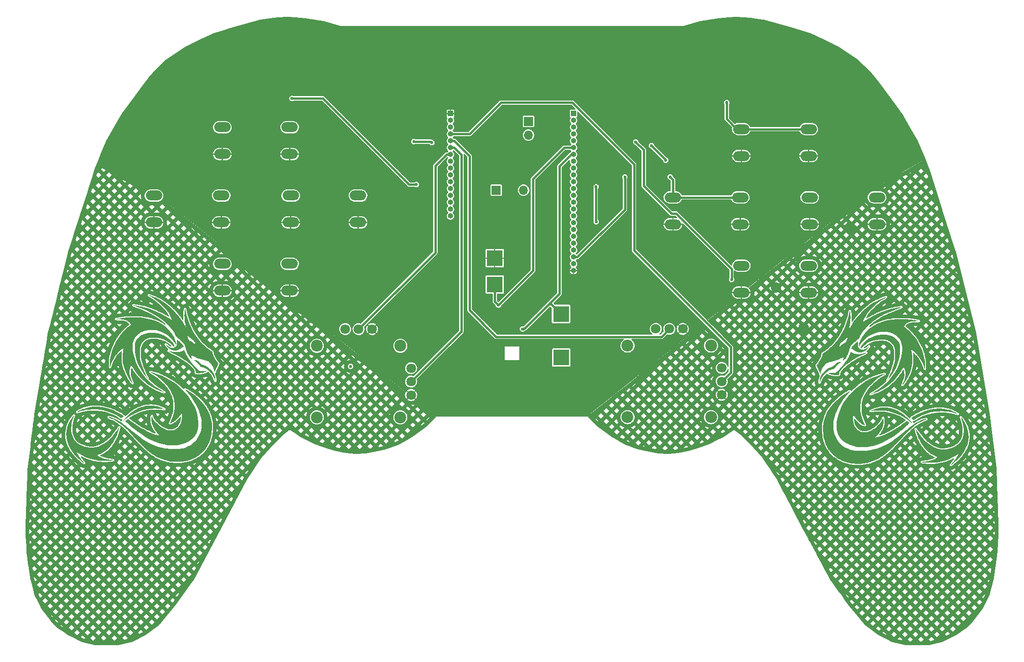
<source format=gbr>
%TF.GenerationSoftware,KiCad,Pcbnew,(5.99.0-11763-gc80efb0f98)*%
%TF.CreationDate,2021-08-20T23:20:59+03:00*%
%TF.ProjectId,mesp240_3Dpad,6d657370-3234-4305-9f33-447061642e6b,rev?*%
%TF.SameCoordinates,Original*%
%TF.FileFunction,Copper,L2,Bot*%
%TF.FilePolarity,Positive*%
%FSLAX46Y46*%
G04 Gerber Fmt 4.6, Leading zero omitted, Abs format (unit mm)*
G04 Created by KiCad (PCBNEW (5.99.0-11763-gc80efb0f98)) date 2021-08-20 23:20:59*
%MOMM*%
%LPD*%
G01*
G04 APERTURE LIST*
%TA.AperFunction,ComponentPad*%
%ADD10R,1.000000X1.000000*%
%TD*%
%TA.AperFunction,ComponentPad*%
%ADD11O,1.000000X1.000000*%
%TD*%
%TA.AperFunction,ComponentPad*%
%ADD12O,3.048000X1.850000*%
%TD*%
%TA.AperFunction,WasherPad*%
%ADD13C,2.200000*%
%TD*%
%TA.AperFunction,ComponentPad*%
%ADD14C,1.800000*%
%TD*%
%TA.AperFunction,ComponentPad*%
%ADD15R,1.700000X1.700000*%
%TD*%
%TA.AperFunction,ComponentPad*%
%ADD16O,1.700000X1.700000*%
%TD*%
%TA.AperFunction,SMDPad,CuDef*%
%ADD17R,3.000000X3.000000*%
%TD*%
%TA.AperFunction,ViaPad*%
%ADD18C,0.600000*%
%TD*%
%TA.AperFunction,Conductor*%
%ADD19C,0.400000*%
%TD*%
G04 APERTURE END LIST*
%TO.C,G\u002A\u002A\u002A*%
G36*
X74135723Y-129675997D02*
G01*
X74438251Y-129686177D01*
X74727340Y-129705804D01*
X74984559Y-129734409D01*
X75191474Y-129771525D01*
X75275521Y-129791940D01*
X75819372Y-129958598D01*
X76333235Y-130176291D01*
X76809050Y-130440628D01*
X77238759Y-130747219D01*
X77614305Y-131091673D01*
X77678938Y-131160523D01*
X77890996Y-131410816D01*
X78064128Y-131663312D01*
X78217426Y-131945022D01*
X78268953Y-132054542D01*
X78291287Y-132122215D01*
X78286415Y-132165049D01*
X78257276Y-132201981D01*
X78245210Y-132213076D01*
X78215946Y-132226541D01*
X78177654Y-132216459D01*
X78120012Y-132176314D01*
X78032704Y-132099589D01*
X77905410Y-131979769D01*
X77814519Y-131894865D01*
X77662537Y-131758465D01*
X77516841Y-131633491D01*
X77399402Y-131539077D01*
X77229320Y-131416378D01*
X76749283Y-131128050D01*
X76235426Y-130896363D01*
X75696945Y-130723908D01*
X75143032Y-130613278D01*
X74582882Y-130567065D01*
X74025689Y-130587860D01*
X73871056Y-130604126D01*
X73660583Y-130631317D01*
X73490636Y-130662790D01*
X73342474Y-130703103D01*
X73197355Y-130756817D01*
X73036537Y-130828490D01*
X72789176Y-130971675D01*
X72524938Y-131198969D01*
X72296966Y-131485778D01*
X72106113Y-131830995D01*
X71953234Y-132233512D01*
X71952905Y-132234572D01*
X71921427Y-132338685D01*
X71897535Y-132429296D01*
X71880179Y-132518427D01*
X71868312Y-132618100D01*
X71860884Y-132740337D01*
X71856848Y-132897160D01*
X71855154Y-133100593D01*
X71854754Y-133362656D01*
X71855452Y-133597477D01*
X71859065Y-133849287D01*
X71866367Y-134052384D01*
X71878042Y-134219139D01*
X71894774Y-134361926D01*
X71917247Y-134493115D01*
X71919506Y-134504524D01*
X72080683Y-135200288D01*
X72283993Y-135883837D01*
X72524426Y-136541447D01*
X72796973Y-137159394D01*
X73096625Y-137723954D01*
X73163996Y-137839523D01*
X73235465Y-137962724D01*
X73287449Y-138053049D01*
X73311835Y-138096453D01*
X73315030Y-138103661D01*
X73302238Y-138103912D01*
X73253013Y-138061464D01*
X73175603Y-137984719D01*
X73078251Y-137882080D01*
X72969205Y-137761946D01*
X72856709Y-137632720D01*
X72635487Y-137354759D01*
X72373698Y-136983652D01*
X72116925Y-136577933D01*
X71874544Y-136154116D01*
X71655929Y-135728713D01*
X71470454Y-135318236D01*
X71327495Y-134939198D01*
X71202285Y-134530008D01*
X71042602Y-133850327D01*
X70948093Y-133182519D01*
X70917626Y-132519901D01*
X70934286Y-132096911D01*
X70986909Y-131712871D01*
X71078861Y-131372671D01*
X71213514Y-131066762D01*
X71394243Y-130785597D01*
X71624420Y-130519628D01*
X71677646Y-130467008D01*
X71994113Y-130211805D01*
X72362202Y-130001067D01*
X72777437Y-129837012D01*
X73235342Y-129721855D01*
X73331833Y-129706815D01*
X73564082Y-129685847D01*
X73838189Y-129675731D01*
X74135723Y-129675997D01*
G37*
G36*
X80100637Y-132851695D02*
G01*
X80125975Y-132894135D01*
X80163220Y-132984575D01*
X80205439Y-133106537D01*
X80263555Y-133272039D01*
X80435100Y-133661727D01*
X80663083Y-134079234D01*
X80944266Y-134519324D01*
X81275410Y-134976767D01*
X81653278Y-135446329D01*
X81758484Y-135568087D01*
X81919122Y-135746259D01*
X82092816Y-135931872D01*
X82270974Y-136116336D01*
X82445006Y-136291062D01*
X82606320Y-136447463D01*
X82746327Y-136576948D01*
X82856435Y-136670928D01*
X82928053Y-136720816D01*
X82960322Y-136735145D01*
X83030412Y-136755741D01*
X83126815Y-136771367D01*
X83260616Y-136783182D01*
X83442900Y-136792349D01*
X83684752Y-136800026D01*
X83775338Y-136802506D01*
X83976979Y-136809013D01*
X84118953Y-136815893D01*
X84209293Y-136824081D01*
X84256032Y-136834510D01*
X84267201Y-136848114D01*
X84250834Y-136865827D01*
X84214228Y-136887526D01*
X84101949Y-136935922D01*
X83947709Y-136989974D01*
X83769332Y-137044402D01*
X83584640Y-137093926D01*
X83411457Y-137133265D01*
X83267605Y-137157138D01*
X83174928Y-137166902D01*
X82966781Y-137182269D01*
X82763688Y-137189450D01*
X82581922Y-137188374D01*
X82437755Y-137178970D01*
X82347460Y-137161166D01*
X82290864Y-137129978D01*
X82262845Y-137075762D01*
X82255292Y-136975700D01*
X82229949Y-136777537D01*
X82151316Y-136559779D01*
X82016640Y-136327398D01*
X81823124Y-136075605D01*
X81567969Y-135799615D01*
X81394673Y-135631639D01*
X81050981Y-135331933D01*
X80658051Y-135028139D01*
X80212648Y-134718150D01*
X79711538Y-134399862D01*
X79151485Y-134071170D01*
X78529254Y-133729966D01*
X77841612Y-133374148D01*
X77748646Y-133327072D01*
X77561513Y-133231032D01*
X77404167Y-133148522D01*
X77284973Y-133084030D01*
X77212298Y-133042044D01*
X77194510Y-133027051D01*
X77194841Y-133027054D01*
X77244539Y-133035895D01*
X77347379Y-133059376D01*
X77488523Y-133093968D01*
X77653134Y-133136142D01*
X77716308Y-133152137D01*
X78104734Y-133228652D01*
X78486434Y-133268198D01*
X78852047Y-133271571D01*
X79192213Y-133239569D01*
X79497567Y-133172987D01*
X79758750Y-133072623D01*
X79966400Y-132939273D01*
X79986438Y-132922788D01*
X80056511Y-132871203D01*
X80097662Y-132850417D01*
X80100637Y-132851695D01*
G37*
G36*
X59637761Y-145016885D02*
G01*
X59631748Y-145060530D01*
X59606494Y-145156290D01*
X59565792Y-145290842D01*
X59513433Y-145450863D01*
X59437200Y-145683560D01*
X59306401Y-146135582D01*
X59212582Y-146552198D01*
X59153199Y-146948516D01*
X59125706Y-147339642D01*
X59127558Y-147740681D01*
X59133463Y-147857886D01*
X59194292Y-148357064D01*
X59311548Y-148813764D01*
X59485566Y-149228453D01*
X59716677Y-149601599D01*
X60005214Y-149933672D01*
X60351508Y-150225139D01*
X60755893Y-150476470D01*
X61218700Y-150688131D01*
X61552675Y-150806875D01*
X62090228Y-150946846D01*
X62615267Y-151017761D01*
X63130314Y-151019389D01*
X63637889Y-150951500D01*
X64140513Y-150813860D01*
X64640705Y-150606241D01*
X65140988Y-150328410D01*
X65245175Y-150261829D01*
X65767531Y-149880963D01*
X66274075Y-149431626D01*
X66764405Y-148914235D01*
X67238119Y-148329209D01*
X67694815Y-147676965D01*
X67795298Y-147525606D01*
X67893657Y-147382770D01*
X67972873Y-147273551D01*
X68026653Y-147206596D01*
X68048709Y-147190550D01*
X68049540Y-147196771D01*
X68040512Y-147260731D01*
X68013874Y-147376745D01*
X67973115Y-147532607D01*
X67921720Y-147716116D01*
X67863177Y-147915067D01*
X67800974Y-148117257D01*
X67738596Y-148310485D01*
X67679531Y-148482545D01*
X67614761Y-148655381D01*
X67407721Y-149132330D01*
X67160946Y-149613170D01*
X66885172Y-150079283D01*
X66591137Y-150512052D01*
X66289576Y-150892859D01*
X66073288Y-151127138D01*
X65633034Y-151524748D01*
X65145808Y-151871537D01*
X64615463Y-152164911D01*
X64045855Y-152402278D01*
X64023678Y-152411009D01*
X64003326Y-152432076D01*
X64026405Y-152467859D01*
X64098846Y-152532992D01*
X64196150Y-152605239D01*
X64378942Y-152713399D01*
X64601513Y-152823551D01*
X64846855Y-152928053D01*
X65097958Y-153019266D01*
X65337814Y-153089547D01*
X65362655Y-153095702D01*
X65585652Y-153146126D01*
X65830486Y-153194425D01*
X66079071Y-153237638D01*
X66313320Y-153272804D01*
X66515148Y-153296959D01*
X66666467Y-153307142D01*
X66680949Y-153307550D01*
X66789173Y-153317916D01*
X66870715Y-153336746D01*
X66905341Y-153351549D01*
X66911503Y-153367588D01*
X66853052Y-153385250D01*
X66738294Y-153408517D01*
X66515041Y-153438633D01*
X66243669Y-153462477D01*
X65937591Y-153479809D01*
X65610219Y-153490392D01*
X65274966Y-153493988D01*
X64945245Y-153490358D01*
X64634466Y-153479264D01*
X64356044Y-153460468D01*
X64123391Y-153433732D01*
X63908107Y-153399423D01*
X63138564Y-153240716D01*
X62416845Y-153032303D01*
X61740023Y-152773104D01*
X61105174Y-152462038D01*
X60509372Y-152098023D01*
X60503647Y-152094149D01*
X60365067Y-152001627D01*
X60248371Y-151926003D01*
X60165676Y-151874978D01*
X60129100Y-151856258D01*
X60124286Y-151871840D01*
X60147171Y-151936227D01*
X60198068Y-152040248D01*
X60270801Y-152172766D01*
X60359194Y-152322647D01*
X60457068Y-152478753D01*
X60558248Y-152629949D01*
X60575211Y-152654210D01*
X60692220Y-152816511D01*
X60834586Y-153007731D01*
X60985864Y-153206007D01*
X61129607Y-153389476D01*
X61193417Y-153469733D01*
X61306410Y-153612789D01*
X61400266Y-153732835D01*
X61466638Y-153819160D01*
X61497179Y-153861057D01*
X61512878Y-153897894D01*
X61488806Y-153899521D01*
X61418193Y-153856993D01*
X61299157Y-153769151D01*
X61129818Y-153634837D01*
X60575188Y-153160639D01*
X60065526Y-152667776D01*
X59620057Y-152170766D01*
X59235523Y-151665963D01*
X58908666Y-151149722D01*
X58725957Y-150804261D01*
X58490502Y-150244571D01*
X58324753Y-149677930D01*
X58228624Y-149106631D01*
X58202032Y-148532966D01*
X58244891Y-147959227D01*
X58357117Y-147387708D01*
X58538625Y-146820700D01*
X58789332Y-146260496D01*
X59109153Y-145709388D01*
X59125533Y-145684251D01*
X59243325Y-145508569D01*
X59357392Y-145346422D01*
X59460772Y-145206947D01*
X59546509Y-145099284D01*
X59607641Y-145032572D01*
X59637210Y-145015949D01*
X59637761Y-145016885D01*
G37*
G36*
X78813094Y-130956690D02*
G01*
X78883269Y-131008420D01*
X78985558Y-131089290D01*
X79108208Y-131189656D01*
X79239466Y-131299873D01*
X79367579Y-131410297D01*
X79480795Y-131511283D01*
X79485370Y-131515472D01*
X79610161Y-131635982D01*
X79734893Y-131766723D01*
X79849423Y-131895822D01*
X79943609Y-132011407D01*
X80007306Y-132101606D01*
X80030372Y-132154546D01*
X80028720Y-132163673D01*
X79985566Y-132222461D01*
X79892078Y-132303615D01*
X79759173Y-132400260D01*
X79597770Y-132505524D01*
X79418786Y-132612533D01*
X79233140Y-132714413D01*
X79051750Y-132804290D01*
X78885535Y-132875290D01*
X78860027Y-132884896D01*
X78746559Y-132921514D01*
X78638042Y-132941450D01*
X78509402Y-132947825D01*
X78335563Y-132943762D01*
X78262972Y-132939657D01*
X77940542Y-132888129D01*
X77643703Y-132780099D01*
X77362211Y-132610911D01*
X77085824Y-132375912D01*
X77023000Y-132310189D01*
X76928147Y-132198401D01*
X76834558Y-132076782D01*
X76753615Y-131961023D01*
X76696702Y-131866816D01*
X76675202Y-131809852D01*
X76677662Y-131806850D01*
X76714025Y-131827100D01*
X76784807Y-131885189D01*
X76878331Y-131971809D01*
X76939363Y-132030132D01*
X77090556Y-132164208D01*
X77223166Y-132260767D01*
X77356421Y-132332625D01*
X77509547Y-132392601D01*
X77685807Y-132441198D01*
X77944554Y-132466436D01*
X78180740Y-132433250D01*
X78387315Y-132343961D01*
X78557228Y-132200888D01*
X78683429Y-132006351D01*
X78699446Y-131971250D01*
X78733767Y-131885248D01*
X78755754Y-131800692D01*
X78767979Y-131699563D01*
X78773010Y-131563845D01*
X78773418Y-131375521D01*
X78773369Y-131363826D01*
X78774027Y-131199880D01*
X78776990Y-131066047D01*
X78781805Y-130975839D01*
X78788014Y-130942767D01*
X78813094Y-130956690D01*
G37*
G36*
X71247620Y-126800696D02*
G01*
X71587138Y-126809070D01*
X71895165Y-126821633D01*
X72158847Y-126838382D01*
X72365327Y-126859312D01*
X72481841Y-126875322D01*
X73249181Y-127010308D01*
X73973491Y-127190309D01*
X74652321Y-127414184D01*
X75283220Y-127680788D01*
X75863737Y-127988978D01*
X76391422Y-128337610D01*
X76863826Y-128725543D01*
X77278497Y-129151631D01*
X77479329Y-129396146D01*
X77707072Y-129704171D01*
X77920013Y-130024381D01*
X78113354Y-130347679D01*
X78282299Y-130664969D01*
X78422051Y-130967155D01*
X78527813Y-131245139D01*
X78594787Y-131489827D01*
X78618178Y-131692120D01*
X78618178Y-131909536D01*
X78427702Y-131632384D01*
X78068479Y-131161231D01*
X77652245Y-130713838D01*
X77197261Y-130311670D01*
X76710562Y-129959795D01*
X76199180Y-129663279D01*
X75670148Y-129427192D01*
X75130498Y-129256600D01*
X75060934Y-129239421D01*
X74926582Y-129209158D01*
X74803512Y-129187743D01*
X74675337Y-129173644D01*
X74525674Y-129165330D01*
X74338138Y-129161268D01*
X74096342Y-129159929D01*
X73797595Y-129162339D01*
X73523965Y-129173103D01*
X73287648Y-129194452D01*
X73071415Y-129228544D01*
X72858035Y-129277538D01*
X72630278Y-129343593D01*
X72499971Y-129387076D01*
X72071147Y-129573524D01*
X71688670Y-129811372D01*
X71354743Y-130099077D01*
X71071570Y-130435096D01*
X70979899Y-130573364D01*
X70791687Y-130944362D01*
X70654747Y-131358811D01*
X70569223Y-131812900D01*
X70535257Y-132302817D01*
X70552992Y-132824749D01*
X70622570Y-133374885D01*
X70744133Y-133949411D01*
X70917826Y-134544517D01*
X71149727Y-135176533D01*
X71477597Y-135899828D01*
X71862428Y-136589348D01*
X72307287Y-137250009D01*
X72815241Y-137886722D01*
X73389357Y-138504404D01*
X73445246Y-138560077D01*
X74016379Y-139088984D01*
X74620827Y-139576319D01*
X75270538Y-140031122D01*
X75977460Y-140462432D01*
X76016066Y-140484581D01*
X76165691Y-140572204D01*
X76289584Y-140647525D01*
X76375777Y-140703132D01*
X76412299Y-140731617D01*
X76421860Y-140749535D01*
X76416956Y-140758391D01*
X76386464Y-140754245D01*
X76320104Y-140734523D01*
X76207599Y-140696653D01*
X76038670Y-140638059D01*
X75500385Y-140434598D01*
X74726529Y-140081451D01*
X73992719Y-139671569D01*
X73301065Y-139206689D01*
X72653678Y-138688549D01*
X72052671Y-138118887D01*
X71500152Y-137499441D01*
X70998234Y-136831949D01*
X70549028Y-136118150D01*
X70453138Y-135951844D01*
X70373057Y-135819402D01*
X70315357Y-135738810D01*
X70273407Y-135705020D01*
X70240575Y-135712983D01*
X70210227Y-135757649D01*
X70175733Y-135833971D01*
X70156965Y-135878765D01*
X70018935Y-136307955D01*
X69949274Y-136753263D01*
X69947906Y-137213447D01*
X70014751Y-137687267D01*
X70149733Y-138173483D01*
X70352774Y-138670854D01*
X70418228Y-138813071D01*
X70471892Y-138936735D01*
X70505609Y-139023000D01*
X70513943Y-139058778D01*
X70509258Y-139059850D01*
X70469659Y-139028386D01*
X70399054Y-138947057D01*
X70303112Y-138823363D01*
X70187503Y-138664803D01*
X70057897Y-138478878D01*
X69919964Y-138273087D01*
X69690626Y-137903397D01*
X69345719Y-137246401D01*
X69064857Y-136566643D01*
X68851037Y-135870862D01*
X68816256Y-135731783D01*
X68753364Y-135453802D01*
X68708236Y-135201127D01*
X68678924Y-134954658D01*
X68663479Y-134695293D01*
X68659951Y-134403933D01*
X68666392Y-134061476D01*
X68685171Y-133656348D01*
X68722897Y-133250690D01*
X68778907Y-132899252D01*
X68854192Y-132594297D01*
X68859456Y-132569830D01*
X68843745Y-132536641D01*
X68783446Y-132548504D01*
X68676042Y-132606295D01*
X68519016Y-132710890D01*
X68506556Y-132719676D01*
X68092309Y-133054915D01*
X67706692Y-133452956D01*
X67351436Y-133911321D01*
X67028272Y-134427532D01*
X66738930Y-134999109D01*
X66485141Y-135623574D01*
X66445350Y-135732675D01*
X66392604Y-135874879D01*
X66350467Y-135985670D01*
X66325547Y-136047496D01*
X66315094Y-136050316D01*
X66304943Y-135998397D01*
X66297659Y-135896001D01*
X66293235Y-135754186D01*
X66291663Y-135584013D01*
X66292937Y-135396541D01*
X66297051Y-135202830D01*
X66303998Y-135013938D01*
X66313770Y-134840925D01*
X66326363Y-134694852D01*
X66330195Y-134660273D01*
X66446171Y-133936051D01*
X66630307Y-133215157D01*
X66883388Y-132494991D01*
X67206197Y-131772948D01*
X67432628Y-131336834D01*
X67778342Y-130750512D01*
X68152776Y-130208179D01*
X68566793Y-129694479D01*
X69031260Y-129194061D01*
X69210932Y-129015576D01*
X69454643Y-128782429D01*
X69693685Y-128563048D01*
X69913884Y-128370371D01*
X70101067Y-128217338D01*
X70221368Y-128123898D01*
X70125684Y-127960626D01*
X70098577Y-127917388D01*
X69932753Y-127725161D01*
X69705842Y-127549448D01*
X69425053Y-127395112D01*
X69097594Y-127267017D01*
X69034423Y-127247462D01*
X68942748Y-127224145D01*
X68842783Y-127206676D01*
X68722056Y-127193840D01*
X68568093Y-127184424D01*
X68368422Y-127177216D01*
X68110570Y-127171001D01*
X68034714Y-127169251D01*
X67825779Y-127162665D01*
X67650946Y-127154515D01*
X67519350Y-127145390D01*
X67440130Y-127135880D01*
X67422421Y-127126574D01*
X67428004Y-127124089D01*
X67494456Y-127106879D01*
X67619628Y-127082064D01*
X67794166Y-127051158D01*
X68008715Y-127015674D01*
X68253920Y-126977128D01*
X68520427Y-126937034D01*
X68798882Y-126896906D01*
X69079931Y-126858258D01*
X69269108Y-126838667D01*
X69527608Y-126821817D01*
X69831749Y-126809180D01*
X70168676Y-126800754D01*
X70525534Y-126796535D01*
X70889467Y-126796517D01*
X71247620Y-126800696D01*
G37*
G36*
X80350627Y-140197870D02*
G01*
X80472653Y-140255363D01*
X80632022Y-140341633D01*
X80820992Y-140451985D01*
X81031822Y-140581721D01*
X81256770Y-140726147D01*
X81488094Y-140880566D01*
X81718051Y-141040284D01*
X81938901Y-141200604D01*
X82057523Y-141291879D01*
X82294293Y-141487446D01*
X82550399Y-141713059D01*
X82813217Y-141956618D01*
X83070122Y-142206027D01*
X83308492Y-142449187D01*
X83515701Y-142673998D01*
X83679126Y-142868363D01*
X83748558Y-142958128D01*
X84170184Y-143565436D01*
X84526556Y-144195819D01*
X84816701Y-144847131D01*
X85039643Y-145517227D01*
X85194409Y-146203964D01*
X85202602Y-146256719D01*
X85224070Y-146476548D01*
X85236042Y-146748181D01*
X85239024Y-147057618D01*
X85233520Y-147390860D01*
X85220035Y-147733905D01*
X85199073Y-148072755D01*
X85171139Y-148393409D01*
X85136737Y-148681867D01*
X85096372Y-148924130D01*
X85083230Y-148985697D01*
X85016258Y-149244807D01*
X84926515Y-149535702D01*
X84822262Y-149834347D01*
X84711761Y-150116706D01*
X84603273Y-150358744D01*
X84415230Y-150711668D01*
X84072580Y-151235762D01*
X83677771Y-151714112D01*
X83233054Y-152145224D01*
X82740677Y-152527600D01*
X82202891Y-152859747D01*
X81621946Y-153140168D01*
X81000092Y-153367368D01*
X80339579Y-153539850D01*
X79642657Y-153656121D01*
X79544931Y-153665277D01*
X79341542Y-153675002D01*
X79093869Y-153679057D01*
X78817952Y-153677832D01*
X78529828Y-153671714D01*
X78245536Y-153661092D01*
X77981114Y-153646354D01*
X77752602Y-153627889D01*
X77576036Y-153606084D01*
X77059561Y-153508412D01*
X76339539Y-153318148D01*
X75656209Y-153069853D01*
X75005192Y-152761866D01*
X74382111Y-152392521D01*
X74194679Y-152264749D01*
X73787947Y-151958442D01*
X73349256Y-151591582D01*
X72879772Y-151165211D01*
X72380660Y-150680366D01*
X71853088Y-150138088D01*
X71812308Y-150095105D01*
X71621340Y-149893773D01*
X71397215Y-149657432D01*
X71152302Y-149399127D01*
X70898970Y-149131905D01*
X70649588Y-148868811D01*
X70416526Y-148622893D01*
X70323023Y-148524608D01*
X70097418Y-148290253D01*
X69869247Y-148056718D01*
X69648646Y-147834186D01*
X69445755Y-147632837D01*
X69270711Y-147462855D01*
X69133652Y-147334423D01*
X69056161Y-147264475D01*
X68516776Y-146806810D01*
X67988378Y-146411575D01*
X67463566Y-146073955D01*
X66934938Y-145789133D01*
X66395090Y-145552290D01*
X66209667Y-145477391D01*
X66088913Y-145422382D01*
X66032232Y-145385921D01*
X66038079Y-145366299D01*
X66104911Y-145361806D01*
X66231183Y-145370731D01*
X66295024Y-145378072D01*
X66617641Y-145444629D01*
X66973628Y-145561514D01*
X67353898Y-145724916D01*
X67749362Y-145931022D01*
X68150932Y-146176019D01*
X68303992Y-146278628D01*
X68473150Y-146396879D01*
X68661448Y-146533307D01*
X68873926Y-146691755D01*
X69115622Y-146876065D01*
X69391573Y-147090080D01*
X69706818Y-147337643D01*
X70066394Y-147622594D01*
X70475341Y-147948778D01*
X70699684Y-148127854D01*
X71102746Y-148447511D01*
X71460538Y-148727836D01*
X71778867Y-148972933D01*
X72063542Y-149186904D01*
X72320370Y-149373854D01*
X72555158Y-149537887D01*
X72773714Y-149683105D01*
X72981845Y-149813612D01*
X73185359Y-149933513D01*
X73390064Y-150046910D01*
X73601766Y-150157907D01*
X73922657Y-150315675D01*
X74688123Y-150639846D01*
X75471754Y-150898467D01*
X76283601Y-151095051D01*
X76317002Y-151101751D01*
X76581061Y-151153086D01*
X76809524Y-151193145D01*
X77017565Y-151223273D01*
X77220359Y-151244810D01*
X77433082Y-151259100D01*
X77670909Y-151267485D01*
X77949014Y-151271309D01*
X78282573Y-151271913D01*
X78527874Y-151271210D01*
X78773827Y-151269150D01*
X78970019Y-151265106D01*
X79127958Y-151258368D01*
X79259150Y-151248229D01*
X79375104Y-151233978D01*
X79487328Y-151214908D01*
X79607330Y-151190309D01*
X79815049Y-151142332D01*
X80340089Y-150988400D01*
X80813803Y-150796625D01*
X81244808Y-150562565D01*
X81641719Y-150281778D01*
X82013152Y-149949821D01*
X82361729Y-149562986D01*
X82667822Y-149128000D01*
X82919758Y-148653459D01*
X83122055Y-148131956D01*
X83147044Y-148054286D01*
X83205381Y-147856746D01*
X83249337Y-147672893D01*
X83280481Y-147488700D01*
X83300384Y-147290139D01*
X83310617Y-147063182D01*
X83312750Y-146793802D01*
X83308354Y-146467970D01*
X83304119Y-146265627D01*
X83298283Y-146052700D01*
X83290612Y-145884851D01*
X83279482Y-145747597D01*
X83263269Y-145626451D01*
X83240350Y-145506929D01*
X83209101Y-145374544D01*
X83167899Y-145214812D01*
X83100635Y-144968432D01*
X83006876Y-144661459D01*
X82903537Y-144368141D01*
X82783571Y-144070136D01*
X82639931Y-143749101D01*
X82465571Y-143386696D01*
X82305197Y-143076833D01*
X81997767Y-142542823D01*
X81647190Y-141995942D01*
X81263937Y-141451483D01*
X80858480Y-140924737D01*
X80441292Y-140430994D01*
X80397415Y-140380683D01*
X80317077Y-140282509D01*
X80265492Y-140210524D01*
X80252252Y-140177586D01*
X80273686Y-140173849D01*
X80350627Y-140197870D01*
G37*
G36*
X82143753Y-134730343D02*
G01*
X82414210Y-134779725D01*
X82670852Y-134891273D01*
X82919439Y-135067788D01*
X83165728Y-135312071D01*
X83249798Y-135405156D01*
X83343377Y-135496919D01*
X83433166Y-135561718D01*
X83542730Y-135615693D01*
X83695631Y-135674981D01*
X84152887Y-135875324D01*
X84566138Y-136121938D01*
X84928944Y-136410009D01*
X85238445Y-136736042D01*
X85491776Y-137096541D01*
X85686076Y-137488011D01*
X85818482Y-137906956D01*
X85886132Y-138349880D01*
X85887613Y-138370214D01*
X85893803Y-138491126D01*
X85893707Y-138576407D01*
X85887251Y-138608692D01*
X85867091Y-138578866D01*
X85831340Y-138499481D01*
X85787922Y-138387900D01*
X85738747Y-138261272D01*
X85594482Y-137942278D01*
X85425900Y-137625681D01*
X85250393Y-137345220D01*
X85179778Y-137249355D01*
X85013456Y-137053155D01*
X84818689Y-136851342D01*
X84612358Y-136660035D01*
X84411347Y-136495352D01*
X84232536Y-136373412D01*
X84171313Y-136340044D01*
X84026490Y-136272071D01*
X83856735Y-136202026D01*
X83679816Y-136136345D01*
X83513505Y-136081462D01*
X83375572Y-136043813D01*
X83283788Y-136029833D01*
X83257865Y-136029136D01*
X83164773Y-136006494D01*
X83090706Y-135941927D01*
X83018424Y-135821925D01*
X82905578Y-135625244D01*
X82670871Y-135326399D01*
X82383738Y-135074744D01*
X82044882Y-134870966D01*
X81779931Y-134740403D01*
X81968114Y-134729631D01*
X82143753Y-134730343D01*
G37*
G36*
X74298462Y-143215760D02*
G01*
X74502601Y-143233371D01*
X74721377Y-143268316D01*
X75071264Y-143344887D01*
X75421311Y-143443009D01*
X75736146Y-143553501D01*
X75772179Y-143567972D01*
X75935613Y-143636453D01*
X76095293Y-143707347D01*
X76238921Y-143774746D01*
X76354202Y-143832740D01*
X76428840Y-143875417D01*
X76450539Y-143896869D01*
X76439708Y-143898639D01*
X76373686Y-143893166D01*
X76262584Y-143877055D01*
X76122801Y-143852525D01*
X76071457Y-143843874D01*
X75885268Y-143821812D01*
X75648240Y-143803238D01*
X75374927Y-143788486D01*
X75079886Y-143777891D01*
X74777672Y-143771787D01*
X74482842Y-143770507D01*
X74209952Y-143774385D01*
X73973557Y-143783756D01*
X73788215Y-143798954D01*
X73128603Y-143904814D01*
X72402088Y-144085186D01*
X71681449Y-144329387D01*
X70974268Y-144634118D01*
X70288126Y-144996081D01*
X69630602Y-145411977D01*
X69009277Y-145878507D01*
X68904924Y-145962346D01*
X68800130Y-146043124D01*
X68726421Y-146095884D01*
X68695382Y-146112006D01*
X68695031Y-146095818D01*
X68731365Y-146034182D01*
X68808044Y-145935768D01*
X68918101Y-145807892D01*
X69054568Y-145657871D01*
X69210479Y-145493020D01*
X69378865Y-145320656D01*
X69552758Y-145148095D01*
X69725191Y-144982655D01*
X69889196Y-144831650D01*
X70037806Y-144702398D01*
X70500239Y-144345499D01*
X71059023Y-143986511D01*
X71636694Y-143689008D01*
X72227222Y-143456044D01*
X72824576Y-143290674D01*
X72990016Y-143262666D01*
X73224584Y-143237526D01*
X73492359Y-143219594D01*
X73773695Y-143209542D01*
X74048944Y-143208040D01*
X74298462Y-143215760D01*
G37*
G36*
X64109002Y-143420785D02*
G01*
X64359219Y-143432494D01*
X64559021Y-143450283D01*
X64950888Y-143509755D01*
X65604082Y-143653121D01*
X66269129Y-143850983D01*
X66931968Y-144098953D01*
X67578540Y-144392642D01*
X67701681Y-144455197D01*
X67896246Y-144558384D01*
X68096170Y-144668738D01*
X68291773Y-144780501D01*
X68473377Y-144887913D01*
X68631303Y-144985214D01*
X68755870Y-145066646D01*
X68837401Y-145126448D01*
X68866217Y-145158862D01*
X68864757Y-145163953D01*
X68827235Y-145209314D01*
X68749461Y-145280374D01*
X68645424Y-145364127D01*
X68619181Y-145384110D01*
X68520202Y-145459034D01*
X68449598Y-145511766D01*
X68421231Y-145531930D01*
X68393324Y-145515860D01*
X68317172Y-145469123D01*
X68204742Y-145399068D01*
X68067963Y-145313086D01*
X67551233Y-145008797D01*
X66842372Y-144659643D01*
X66115259Y-144378485D01*
X65368045Y-144164726D01*
X64598881Y-144017770D01*
X63805918Y-143937018D01*
X63623691Y-143927494D01*
X63020785Y-143917560D01*
X62452124Y-143945601D01*
X61896589Y-144013989D01*
X61333062Y-144125094D01*
X60740427Y-144281290D01*
X60629533Y-144313710D01*
X60445130Y-144367364D01*
X60317044Y-144403502D01*
X60237471Y-144423554D01*
X60198606Y-144428952D01*
X60192646Y-144421126D01*
X60211785Y-144401507D01*
X60248220Y-144371526D01*
X60285766Y-144343967D01*
X60401238Y-144272380D01*
X60558240Y-144184953D01*
X60741212Y-144089674D01*
X60934596Y-143994530D01*
X61122832Y-143907506D01*
X61290362Y-143836589D01*
X61440491Y-143781656D01*
X61701527Y-143699311D01*
X61992667Y-143619141D01*
X62290181Y-143547157D01*
X62570340Y-143489370D01*
X62809416Y-143451792D01*
X63003462Y-143434416D01*
X63255598Y-143421973D01*
X63537217Y-143415542D01*
X63828343Y-143415140D01*
X64109002Y-143420785D01*
G37*
G36*
X84323463Y-132484359D02*
G01*
X84365696Y-132517366D01*
X84471929Y-132596147D01*
X84612767Y-132697753D01*
X84773500Y-132811837D01*
X84939416Y-132928054D01*
X85095805Y-133036058D01*
X85227955Y-133125501D01*
X85321157Y-133186039D01*
X85323491Y-133191659D01*
X85336533Y-133248024D01*
X85356831Y-133351531D01*
X85381098Y-133485752D01*
X85405632Y-133601294D01*
X85501599Y-133892990D01*
X85652378Y-134214661D01*
X85859419Y-134569187D01*
X86124176Y-134959449D01*
X86459428Y-135425782D01*
X86182856Y-135989242D01*
X86116110Y-136127919D01*
X86023299Y-136329590D01*
X85941699Y-136516940D01*
X85878295Y-136673774D01*
X85840072Y-136783897D01*
X85838552Y-136789193D01*
X85804294Y-136901589D01*
X85777088Y-136978640D01*
X85762703Y-137003935D01*
X85756804Y-136989810D01*
X85735095Y-136920330D01*
X85702619Y-136806980D01*
X85663884Y-136665216D01*
X85616539Y-136503455D01*
X85490614Y-136163677D01*
X85337844Y-135846114D01*
X85165214Y-135562875D01*
X84979710Y-135326066D01*
X84788318Y-135147794D01*
X84769282Y-135133559D01*
X84637966Y-135043806D01*
X84498726Y-134965906D01*
X84339261Y-134894879D01*
X84147267Y-134825740D01*
X83910442Y-134753507D01*
X83616483Y-134673197D01*
X83569752Y-134660853D01*
X83224198Y-134566301D01*
X82929085Y-134478170D01*
X82667509Y-134390465D01*
X82422566Y-134297196D01*
X82177355Y-134192369D01*
X81914970Y-134069992D01*
X81899157Y-134062394D01*
X81697537Y-133968740D01*
X81554317Y-133909385D01*
X81466891Y-133883355D01*
X81432656Y-133889677D01*
X81428280Y-133912568D01*
X81432294Y-134001472D01*
X81451877Y-134120360D01*
X81482188Y-134243502D01*
X81518383Y-134345170D01*
X81542922Y-134417797D01*
X81541407Y-134460800D01*
X81531234Y-134467345D01*
X81482179Y-134458515D01*
X81402565Y-134403843D01*
X81288134Y-134300007D01*
X81134626Y-134143689D01*
X81081897Y-134086536D01*
X80942240Y-133914518D01*
X80818773Y-133725378D01*
X80706402Y-133508531D01*
X80600033Y-133253393D01*
X80494574Y-132949381D01*
X80384929Y-132585910D01*
X80329119Y-132394032D01*
X80269838Y-132197168D01*
X80216788Y-132027956D01*
X80174203Y-131899871D01*
X80146314Y-131826383D01*
X80125449Y-131789681D01*
X80047681Y-131686713D01*
X79930206Y-131552821D01*
X79782748Y-131397573D01*
X79615034Y-131230535D01*
X79436788Y-131061275D01*
X79257737Y-130899361D01*
X79087606Y-130754361D01*
X78936120Y-130635842D01*
X78600515Y-130389215D01*
X78431312Y-130048317D01*
X80593066Y-130048317D01*
X80661743Y-130221759D01*
X80685605Y-130281385D01*
X80740901Y-130417570D01*
X80807950Y-130581100D01*
X80877139Y-130748470D01*
X81023858Y-131101738D01*
X81220455Y-131187366D01*
X81328676Y-131239086D01*
X81485085Y-131323427D01*
X81629092Y-131410042D01*
X81742801Y-131489463D01*
X81897054Y-131609821D01*
X82031325Y-131726966D01*
X82050944Y-131745293D01*
X82137601Y-131820104D01*
X82198511Y-131862570D01*
X82221516Y-131863934D01*
X82221483Y-131861858D01*
X82203694Y-131785405D01*
X82159439Y-131668232D01*
X82097787Y-131529632D01*
X82027809Y-131388897D01*
X81958572Y-131265319D01*
X81899147Y-131178189D01*
X81870866Y-131146890D01*
X81772223Y-131054614D01*
X81643664Y-130948480D01*
X81505618Y-130845745D01*
X81406142Y-130772384D01*
X81239329Y-130639282D01*
X81065006Y-130490931D01*
X80907892Y-130347914D01*
X80593066Y-130048317D01*
X78431312Y-130048317D01*
X78400357Y-129985950D01*
X78194650Y-129600878D01*
X77952722Y-129214936D01*
X77678601Y-128843571D01*
X77585746Y-128734840D01*
X80455174Y-128734840D01*
X80472837Y-128752503D01*
X80490501Y-128734840D01*
X80472837Y-128717176D01*
X80455174Y-128734840D01*
X77585746Y-128734840D01*
X77361528Y-128472286D01*
X76990744Y-128086587D01*
X76538399Y-127665423D01*
X75969292Y-127201404D01*
X75348021Y-126760428D01*
X74671711Y-126340837D01*
X73937482Y-125940973D01*
X73142458Y-125559180D01*
X72283761Y-125193800D01*
X71358512Y-124843176D01*
X71251409Y-124804558D01*
X71004236Y-124712895D01*
X70822937Y-124641289D01*
X70707927Y-124589919D01*
X70659619Y-124558966D01*
X70678427Y-124548609D01*
X70733506Y-124552057D01*
X70857454Y-124566326D01*
X71025619Y-124589560D01*
X71223549Y-124619483D01*
X71436791Y-124653819D01*
X71650894Y-124690291D01*
X71851405Y-124726623D01*
X72023872Y-124760539D01*
X72650930Y-124909351D01*
X73426534Y-125139954D01*
X74217384Y-125423002D01*
X75012372Y-125753819D01*
X75800390Y-126127730D01*
X76570330Y-126540059D01*
X77311085Y-126986130D01*
X77311604Y-126986461D01*
X77462017Y-127081780D01*
X77597596Y-127166361D01*
X77703489Y-127231025D01*
X77764845Y-127266592D01*
X77810769Y-127288882D01*
X77835611Y-127284334D01*
X77824550Y-127227649D01*
X77800126Y-127158944D01*
X77743460Y-127027540D01*
X77664896Y-126860282D01*
X77571692Y-126671512D01*
X77471103Y-126475577D01*
X77370386Y-126286821D01*
X77276796Y-126119587D01*
X77197591Y-125988222D01*
X76847640Y-125488996D01*
X76381178Y-124932119D01*
X75849410Y-124397888D01*
X75253568Y-123887431D01*
X74594885Y-123401878D01*
X73874591Y-122942357D01*
X73836092Y-122919389D01*
X73661813Y-122812144D01*
X73549522Y-122736273D01*
X73498404Y-122691184D01*
X73507643Y-122676286D01*
X73556651Y-122684416D01*
X73668916Y-122716706D01*
X73826036Y-122769653D01*
X74016776Y-122839033D01*
X74229898Y-122920621D01*
X74454166Y-123010194D01*
X74678345Y-123103527D01*
X74891196Y-123196397D01*
X75145757Y-123316791D01*
X75660648Y-123594690D01*
X76188338Y-123921876D01*
X76715741Y-124289485D01*
X77229771Y-124688655D01*
X77717344Y-125110523D01*
X78042290Y-125422553D01*
X78514909Y-125926489D01*
X78978275Y-126477956D01*
X79421875Y-127063558D01*
X79835194Y-127669899D01*
X80207718Y-128283582D01*
X80223653Y-128311516D01*
X80306794Y-128454550D01*
X80375942Y-128569103D01*
X80424276Y-128644108D01*
X80444975Y-128668498D01*
X80445425Y-128667381D01*
X80439982Y-128623040D01*
X80420474Y-128525198D01*
X80389726Y-128387201D01*
X80350560Y-128222392D01*
X80315699Y-128071767D01*
X80266565Y-127836623D01*
X80222773Y-127602705D01*
X80190854Y-127403508D01*
X80180467Y-127322104D01*
X80157247Y-127065767D01*
X80142919Y-126781799D01*
X80137228Y-126484187D01*
X80139920Y-126186923D01*
X80150740Y-125903995D01*
X80169435Y-125649394D01*
X80195751Y-125437108D01*
X80229432Y-125281128D01*
X80231015Y-125276049D01*
X80257367Y-125232266D01*
X80285597Y-125258964D01*
X80315638Y-125356005D01*
X80347423Y-125523251D01*
X80411884Y-125860442D01*
X80520630Y-126305764D01*
X80659238Y-126783987D01*
X80822744Y-127280945D01*
X81006183Y-127782472D01*
X81204590Y-128274402D01*
X81409560Y-128734840D01*
X81413001Y-128742569D01*
X81626450Y-129172808D01*
X82048752Y-129904501D01*
X82539945Y-130619607D01*
X83084349Y-131289861D01*
X83633289Y-131863934D01*
X83679633Y-131912400D01*
X84323463Y-132484359D01*
G37*
G36*
X73841411Y-136958451D02*
G01*
X73949202Y-136980164D01*
X74101902Y-137017559D01*
X74287747Y-137067466D01*
X74494974Y-137126715D01*
X74711820Y-137192135D01*
X74926523Y-137260557D01*
X75174386Y-137345109D01*
X75970480Y-137659411D01*
X76749988Y-138031491D01*
X77504761Y-138456139D01*
X78226646Y-138928145D01*
X78907495Y-139442299D01*
X79539156Y-139993392D01*
X80113479Y-140576212D01*
X80478562Y-140997044D01*
X80962590Y-141624708D01*
X81393522Y-142271486D01*
X81769090Y-142932453D01*
X82087029Y-143602682D01*
X82345071Y-144277248D01*
X82540949Y-144951226D01*
X82672399Y-145619691D01*
X82737152Y-146277717D01*
X82743733Y-146479532D01*
X82728354Y-147022312D01*
X82661085Y-147519555D01*
X82540223Y-147974811D01*
X82364065Y-148391627D01*
X82130908Y-148773549D01*
X81839049Y-149124125D01*
X81486785Y-149446904D01*
X81072413Y-149745431D01*
X80661881Y-149984230D01*
X80103331Y-150236719D01*
X79504989Y-150431506D01*
X78867993Y-150568167D01*
X78783147Y-150579460D01*
X78579441Y-150595191D01*
X78329658Y-150604239D01*
X78049556Y-150606866D01*
X77754895Y-150603335D01*
X77461435Y-150593906D01*
X77184936Y-150578844D01*
X76941156Y-150558409D01*
X76745855Y-150532864D01*
X76689811Y-150523110D01*
X76342052Y-150452538D01*
X75965270Y-150361600D01*
X75589422Y-150257950D01*
X75244465Y-150149242D01*
X75155029Y-150118344D01*
X74420613Y-149829695D01*
X73677446Y-149477031D01*
X72932562Y-149064493D01*
X72192996Y-148596221D01*
X71465782Y-148076353D01*
X70757956Y-147509030D01*
X70699263Y-147458910D01*
X70562128Y-147339932D01*
X70401450Y-147198685D01*
X70224877Y-147042075D01*
X70040060Y-146877007D01*
X69854647Y-146710385D01*
X69676287Y-146549115D01*
X69512630Y-146400102D01*
X69371323Y-146270250D01*
X69260017Y-146166464D01*
X69186360Y-146095651D01*
X69158002Y-146064713D01*
X69177332Y-146035497D01*
X69244599Y-145980856D01*
X69345741Y-145911779D01*
X69466148Y-145838203D01*
X69591211Y-145770064D01*
X69624923Y-145753593D01*
X69659616Y-145742988D01*
X69698495Y-145744685D01*
X69749066Y-145762941D01*
X69818834Y-145802016D01*
X69915307Y-145866170D01*
X70045990Y-145959662D01*
X70218390Y-146086750D01*
X70440014Y-146251695D01*
X70977205Y-146638754D01*
X71524077Y-147007207D01*
X72068812Y-147349635D01*
X72604742Y-147662457D01*
X73125201Y-147942092D01*
X73623522Y-148184961D01*
X74093038Y-148387483D01*
X74527083Y-148546077D01*
X74918989Y-148657164D01*
X74919316Y-148657240D01*
X75158968Y-148711849D01*
X75335900Y-148748785D01*
X75455548Y-148768966D01*
X75523350Y-148773308D01*
X75544743Y-148762730D01*
X75539743Y-148753652D01*
X75496938Y-148701281D01*
X75417426Y-148612093D01*
X75309798Y-148495608D01*
X75182643Y-148361347D01*
X75049866Y-148218799D01*
X74749832Y-147857537D01*
X74504937Y-147495209D01*
X74305937Y-147117108D01*
X74143587Y-146708529D01*
X74118906Y-146633854D01*
X74087945Y-146522911D01*
X74066268Y-146409770D01*
X74051599Y-146277317D01*
X74041661Y-146108439D01*
X74034177Y-145886022D01*
X74033854Y-145874102D01*
X74029837Y-145625052D01*
X74033126Y-145439472D01*
X74044009Y-145310800D01*
X74062774Y-145232475D01*
X74106439Y-145126495D01*
X74130992Y-145232475D01*
X74137045Y-145255621D01*
X74187912Y-145390750D01*
X74269495Y-145559320D01*
X74372078Y-145742472D01*
X74485944Y-145921349D01*
X74519815Y-145967800D01*
X74632589Y-146102863D01*
X74783481Y-146266622D01*
X74960878Y-146447887D01*
X75153168Y-146635470D01*
X75348739Y-146818180D01*
X75535979Y-146984829D01*
X75703276Y-147124227D01*
X75839017Y-147225183D01*
X75918807Y-147277518D01*
X76279319Y-147484905D01*
X76642409Y-147649321D01*
X76988873Y-147761804D01*
X77140071Y-147795775D01*
X77296054Y-147818072D01*
X77465912Y-147826368D01*
X77677746Y-147823165D01*
X77773609Y-147819733D01*
X77922395Y-147811262D01*
X78035222Y-147796044D01*
X78135149Y-147768641D01*
X78245239Y-147723613D01*
X78388554Y-147655522D01*
X78507682Y-147594849D01*
X78668455Y-147497596D01*
X78815024Y-147383441D01*
X78975274Y-147232270D01*
X79154704Y-147031770D01*
X79351386Y-146738880D01*
X79502387Y-146409508D01*
X79611333Y-146035320D01*
X79681850Y-145607979D01*
X79689848Y-145515897D01*
X79696277Y-145362756D01*
X79697674Y-145193751D01*
X79694547Y-145023296D01*
X79687403Y-144865808D01*
X79676748Y-144735699D01*
X79663091Y-144647387D01*
X79646937Y-144615285D01*
X79643921Y-144616500D01*
X79607523Y-144653296D01*
X79544350Y-144730930D01*
X79466022Y-144835271D01*
X79158134Y-145235753D01*
X78799686Y-145641395D01*
X78444351Y-145977384D01*
X78091661Y-146244199D01*
X77977036Y-146313377D01*
X77838228Y-146385402D01*
X77699312Y-146448097D01*
X77575675Y-146495076D01*
X77482708Y-146519952D01*
X77435800Y-146516342D01*
X77435546Y-146514010D01*
X77451786Y-146468037D01*
X77492950Y-146373434D01*
X77553609Y-146242311D01*
X77628337Y-146086776D01*
X77767161Y-145778693D01*
X77908820Y-145417506D01*
X78038495Y-145040942D01*
X78147591Y-144674030D01*
X78227512Y-144341801D01*
X78255179Y-144168020D01*
X78279952Y-143914347D01*
X78296225Y-143624107D01*
X78303851Y-143315066D01*
X78302681Y-143004989D01*
X78292569Y-142711641D01*
X78273366Y-142452790D01*
X78244925Y-142246200D01*
X78206209Y-142062874D01*
X78050189Y-141527592D01*
X77831607Y-140988352D01*
X77555046Y-140454354D01*
X77225088Y-139934795D01*
X76846316Y-139438873D01*
X76767822Y-139346573D01*
X76384194Y-138933875D01*
X75950751Y-138521125D01*
X75483034Y-138121091D01*
X74996587Y-137746541D01*
X74506950Y-137410243D01*
X74029666Y-137124965D01*
X73954386Y-137082232D01*
X73855467Y-137019973D01*
X73797978Y-136974996D01*
X73792562Y-136954930D01*
X73841411Y-136958451D01*
G37*
G36*
X213788894Y-127150358D02*
G01*
X214127485Y-127158514D01*
X214434115Y-127170879D01*
X214695929Y-127187459D01*
X214900070Y-127208258D01*
X214958312Y-127216104D01*
X215239591Y-127255185D01*
X215516331Y-127295431D01*
X215779176Y-127335328D01*
X216018772Y-127373361D01*
X216225764Y-127408017D01*
X216390799Y-127437780D01*
X216504522Y-127461138D01*
X216557579Y-127476574D01*
X216559068Y-127479625D01*
X216519782Y-127489065D01*
X216422038Y-127498512D01*
X216274974Y-127507377D01*
X216087725Y-127515070D01*
X215869430Y-127521001D01*
X215689181Y-127525126D01*
X215471790Y-127531874D01*
X215304201Y-127540432D01*
X215173941Y-127552011D01*
X215068537Y-127567827D01*
X214975516Y-127589091D01*
X214882406Y-127617017D01*
X214808054Y-127642230D01*
X214490069Y-127776408D01*
X214220312Y-127935775D01*
X214005991Y-128115469D01*
X213854316Y-128310626D01*
X213758632Y-128473898D01*
X213878933Y-128567338D01*
X214009509Y-128672136D01*
X214277302Y-128903206D01*
X214564723Y-129168738D01*
X214857124Y-129454256D01*
X215139859Y-129745282D01*
X215398281Y-130027340D01*
X215617743Y-130285952D01*
X215695132Y-130383361D01*
X216127945Y-130984315D01*
X216516357Y-131622372D01*
X216856404Y-132288265D01*
X217144119Y-132972726D01*
X217375540Y-133666490D01*
X217546701Y-134360287D01*
X217653637Y-135044852D01*
X217664159Y-135162170D01*
X217674443Y-135331126D01*
X217681902Y-135517964D01*
X217686529Y-135711623D01*
X217688317Y-135901044D01*
X217687261Y-136075167D01*
X217683353Y-136222934D01*
X217676587Y-136333284D01*
X217666956Y-136395158D01*
X217654454Y-136397496D01*
X217639068Y-136360033D01*
X217601376Y-136262013D01*
X217551104Y-136127342D01*
X217494859Y-135973574D01*
X217487995Y-135954687D01*
X217233148Y-135331725D01*
X216942798Y-134761723D01*
X216618676Y-134247160D01*
X216262512Y-133790515D01*
X215876038Y-133394265D01*
X215460984Y-133060890D01*
X215394802Y-133015232D01*
X215257084Y-132928672D01*
X215168024Y-132888580D01*
X215125105Y-132894080D01*
X215125808Y-132944297D01*
X215192704Y-133208502D01*
X215251084Y-133553669D01*
X215291056Y-133952081D01*
X215313609Y-134411476D01*
X215317630Y-134573820D01*
X215319806Y-134890815D01*
X215311132Y-135165347D01*
X215289661Y-135416517D01*
X215253441Y-135663426D01*
X215200525Y-135925174D01*
X215128963Y-136220862D01*
X215012684Y-136627886D01*
X214759431Y-137315149D01*
X214440883Y-137982462D01*
X214060036Y-138623087D01*
X214021775Y-138680966D01*
X213885558Y-138882065D01*
X213759220Y-139061244D01*
X213648431Y-139211006D01*
X213558861Y-139323848D01*
X213496180Y-139392272D01*
X213466057Y-139408778D01*
X213473596Y-139375305D01*
X213506471Y-139290675D01*
X213559494Y-139168162D01*
X213627226Y-139020854D01*
X213652133Y-138967288D01*
X213847916Y-138471048D01*
X213975631Y-137986095D01*
X214035201Y-137513671D01*
X214026549Y-137055015D01*
X213949596Y-136611368D01*
X213804267Y-136183971D01*
X213773134Y-136114363D01*
X213742661Y-136066084D01*
X213710409Y-136053970D01*
X213669746Y-136083071D01*
X213614041Y-136158435D01*
X213536660Y-136285112D01*
X213430972Y-136468150D01*
X213172854Y-136894576D01*
X212692212Y-137582979D01*
X212161164Y-138222258D01*
X211580775Y-138811532D01*
X210952111Y-139349920D01*
X210276237Y-139836542D01*
X209554218Y-140270517D01*
X208787120Y-140650964D01*
X207976008Y-140977003D01*
X207865435Y-141016212D01*
X207699530Y-141072054D01*
X207595176Y-141101317D01*
X207552539Y-141102957D01*
X207571790Y-141075932D01*
X207653094Y-141019198D01*
X207796622Y-140931712D01*
X208002540Y-140812432D01*
X208231310Y-140678799D01*
X209001219Y-140182532D01*
X209715197Y-139646902D01*
X210372235Y-139073090D01*
X210971322Y-138462276D01*
X211511450Y-137815642D01*
X211991609Y-137134368D01*
X212410789Y-136419636D01*
X212767981Y-135672625D01*
X213062175Y-134894517D01*
X213139487Y-134649000D01*
X213291852Y-134061846D01*
X213392147Y-133496830D01*
X213440515Y-132957763D01*
X213437097Y-132448458D01*
X213382038Y-131972726D01*
X213275478Y-131534381D01*
X213117561Y-131137234D01*
X212908430Y-130785096D01*
X212833076Y-130684563D01*
X212535223Y-130362147D01*
X212187245Y-130088485D01*
X211791343Y-129865119D01*
X211349722Y-129693593D01*
X211139897Y-129632291D01*
X210925985Y-129581977D01*
X210710636Y-129546742D01*
X210476619Y-129524428D01*
X210206703Y-129512877D01*
X209883658Y-129509929D01*
X209765469Y-129510301D01*
X209550483Y-129512693D01*
X209382273Y-129518506D01*
X209244455Y-129529272D01*
X209120644Y-129546522D01*
X208994455Y-129571787D01*
X208849502Y-129606600D01*
X208327235Y-129770601D01*
X207797747Y-130004643D01*
X207285682Y-130299277D01*
X206798072Y-130649435D01*
X206341949Y-131050051D01*
X205924347Y-131496056D01*
X205552298Y-131982384D01*
X205361822Y-132259536D01*
X205361822Y-132042120D01*
X205378677Y-131873828D01*
X205439279Y-131635052D01*
X205539404Y-131361583D01*
X205674255Y-131062518D01*
X205839034Y-130746953D01*
X206028946Y-130423986D01*
X206239192Y-130102712D01*
X206464977Y-129792229D01*
X206701503Y-129501631D01*
X206758862Y-129436518D01*
X207182191Y-129015978D01*
X207662891Y-128633763D01*
X208198512Y-128291015D01*
X208786604Y-127988879D01*
X209424717Y-127728497D01*
X210110400Y-127511013D01*
X210841202Y-127337570D01*
X211614673Y-127209312D01*
X211806054Y-127189599D01*
X212066452Y-127172582D01*
X212372021Y-127159750D01*
X212709905Y-127151108D01*
X213067248Y-127146659D01*
X213431197Y-127146407D01*
X213788894Y-127150358D01*
G37*
G36*
X203727043Y-140537039D02*
G01*
X203695009Y-140589499D01*
X203629033Y-140675103D01*
X203538708Y-140780994D01*
X203285920Y-141074400D01*
X202874565Y-141589905D01*
X202481266Y-142129178D01*
X202116495Y-142676928D01*
X201790726Y-143217865D01*
X201514429Y-143736696D01*
X201382332Y-144009240D01*
X201231353Y-144339304D01*
X201105887Y-144641551D01*
X200998888Y-144934324D01*
X200903308Y-145235964D01*
X200812102Y-145564812D01*
X200779626Y-145690005D01*
X200746184Y-145827513D01*
X200721454Y-145948756D01*
X200703811Y-146068219D01*
X200691633Y-146200386D01*
X200683295Y-146359743D01*
X200677174Y-146560776D01*
X200671646Y-146817970D01*
X200669399Y-146943421D01*
X200667187Y-147247181D01*
X200672073Y-147499571D01*
X200685628Y-147714620D01*
X200709422Y-147906355D01*
X200745026Y-148088804D01*
X200794010Y-148275995D01*
X200857945Y-148481956D01*
X201050988Y-148983019D01*
X201300797Y-149459342D01*
X201604577Y-149895806D01*
X201966848Y-150299821D01*
X202101036Y-150428138D01*
X202480838Y-150740759D01*
X202889287Y-151003845D01*
X203334998Y-151221837D01*
X203826587Y-151399177D01*
X204372670Y-151540309D01*
X204471421Y-151560799D01*
X204584216Y-151580838D01*
X204698614Y-151595926D01*
X204826123Y-151606772D01*
X204978251Y-151614085D01*
X205166506Y-151618573D01*
X205402395Y-151620947D01*
X205697427Y-151621913D01*
X205739174Y-151621965D01*
X206065570Y-151621058D01*
X206338261Y-151616777D01*
X206572421Y-151607780D01*
X206783227Y-151592723D01*
X206985852Y-151570264D01*
X207195473Y-151539061D01*
X207427264Y-151497771D01*
X207696400Y-151445051D01*
X208044030Y-151369210D01*
X208842710Y-151146803D01*
X209617428Y-150860873D01*
X210378234Y-150507907D01*
X210487195Y-150451470D01*
X210694611Y-150339765D01*
X210897984Y-150223571D01*
X211103122Y-150098786D01*
X211315832Y-149961306D01*
X211541922Y-149807027D01*
X211787199Y-149631846D01*
X212057471Y-149431658D01*
X212358546Y-149202362D01*
X212696230Y-148939852D01*
X213076332Y-148640025D01*
X213504659Y-148298778D01*
X213908495Y-147976659D01*
X214268696Y-147691183D01*
X214584498Y-147443148D01*
X214860940Y-147228712D01*
X215103058Y-147044031D01*
X215315892Y-146885264D01*
X215504480Y-146748568D01*
X215673859Y-146630100D01*
X215829068Y-146526019D01*
X215915074Y-146470502D01*
X216316101Y-146233508D01*
X216709078Y-146036222D01*
X217084915Y-145882455D01*
X217434524Y-145776021D01*
X217748818Y-145720731D01*
X217874672Y-145711816D01*
X217941763Y-145716248D01*
X217947876Y-145735801D01*
X217891467Y-145772186D01*
X217770993Y-145827112D01*
X217584910Y-145902290D01*
X217507706Y-145933012D01*
X216969892Y-146176339D01*
X216442251Y-146468326D01*
X215917382Y-146813791D01*
X215387881Y-147217551D01*
X214846348Y-147684423D01*
X214792839Y-147733791D01*
X214638239Y-147881300D01*
X214450004Y-148065988D01*
X214238272Y-148277674D01*
X214013181Y-148506175D01*
X213784869Y-148741309D01*
X213563474Y-148972893D01*
X213507892Y-149031546D01*
X213269631Y-149282938D01*
X213018117Y-149548271D01*
X212765719Y-149814499D01*
X212524806Y-150068575D01*
X212307747Y-150297454D01*
X212126912Y-150488088D01*
X211864703Y-150761137D01*
X211350942Y-151275379D01*
X210866215Y-151731678D01*
X210411686Y-152128994D01*
X209988522Y-152466288D01*
X209597889Y-152742521D01*
X209592471Y-152746072D01*
X208975823Y-153109690D01*
X208324542Y-153417533D01*
X207648603Y-153665931D01*
X206957982Y-153851213D01*
X206262657Y-153969709D01*
X206202434Y-153977020D01*
X206053484Y-153995401D01*
X205930828Y-154010940D01*
X205856398Y-154020875D01*
X205847428Y-154022079D01*
X205734893Y-154030528D01*
X205569947Y-154035740D01*
X205368852Y-154037864D01*
X205147871Y-154037050D01*
X204923266Y-154033447D01*
X204711299Y-154027205D01*
X204528235Y-154018473D01*
X204390334Y-154007400D01*
X203966620Y-153949002D01*
X203301230Y-153809073D01*
X202669031Y-153615160D01*
X202078814Y-153369687D01*
X201988393Y-153325540D01*
X201438700Y-153012903D01*
X200928675Y-152644863D01*
X200462893Y-152225924D01*
X200045926Y-151760589D01*
X199682346Y-151253361D01*
X199376728Y-150708744D01*
X199348018Y-150648549D01*
X199238169Y-150393220D01*
X199128544Y-150104077D01*
X199027405Y-149805158D01*
X198943012Y-149520497D01*
X198883628Y-149274130D01*
X198871168Y-149208504D01*
X198832504Y-148951202D01*
X198799952Y-148651821D01*
X198774016Y-148324363D01*
X198755200Y-147982826D01*
X198744010Y-147641211D01*
X198740950Y-147313517D01*
X198746523Y-147013744D01*
X198761236Y-146755893D01*
X198785592Y-146553964D01*
X198804597Y-146449051D01*
X198969743Y-145764695D01*
X199202918Y-145097304D01*
X199503147Y-144449021D01*
X199869458Y-143821993D01*
X200300874Y-143218363D01*
X200385579Y-143114779D01*
X200574905Y-142901993D01*
X200800997Y-142665487D01*
X201051230Y-142417360D01*
X201312981Y-142169710D01*
X201573626Y-141934635D01*
X201820539Y-141724233D01*
X202041099Y-141550604D01*
X202173666Y-141453459D01*
X202400968Y-141292945D01*
X202632679Y-141135884D01*
X202861055Y-140986971D01*
X203078355Y-140850904D01*
X203276837Y-140732377D01*
X203448759Y-140636085D01*
X203586380Y-140566726D01*
X203681957Y-140528994D01*
X203727748Y-140527586D01*
X203727043Y-140537039D01*
G37*
G36*
X203888934Y-133201961D02*
G01*
X203939913Y-133232321D01*
X204013600Y-133289273D01*
X204043338Y-133313175D01*
X204260332Y-133441214D01*
X204529337Y-133536138D01*
X204840991Y-133597150D01*
X205185933Y-133623453D01*
X205554800Y-133614250D01*
X205938232Y-133568746D01*
X206326866Y-133486142D01*
X206330105Y-133485296D01*
X206494410Y-133443233D01*
X206634968Y-133408818D01*
X206736940Y-133385581D01*
X206785490Y-133377051D01*
X206784719Y-133380255D01*
X206740860Y-133408115D01*
X206645930Y-133460923D01*
X206508298Y-133534189D01*
X206336328Y-133623427D01*
X206138388Y-133724148D01*
X205742437Y-133926692D01*
X205092074Y-134274011D01*
X204505299Y-134607902D01*
X203978878Y-134930469D01*
X203509575Y-135243818D01*
X203094156Y-135550056D01*
X202729386Y-135851286D01*
X202412031Y-136149615D01*
X202166999Y-136413750D01*
X201970854Y-136666402D01*
X201833632Y-136899447D01*
X201752520Y-137117697D01*
X201724708Y-137325964D01*
X201719729Y-137409382D01*
X201696084Y-137473957D01*
X201643672Y-137509191D01*
X201613559Y-137519262D01*
X201473953Y-137541286D01*
X201285318Y-137546573D01*
X201062393Y-137536477D01*
X200819918Y-137512354D01*
X200572631Y-137475558D01*
X200335273Y-137427444D01*
X200122581Y-137369367D01*
X199970746Y-137319850D01*
X199826659Y-137268563D01*
X199743295Y-137229788D01*
X199722309Y-137201425D01*
X199765357Y-137181369D01*
X199874092Y-137167519D01*
X200050171Y-137157772D01*
X200295248Y-137150026D01*
X200440356Y-137145787D01*
X200647068Y-137137408D01*
X200800499Y-137126882D01*
X200911732Y-137113048D01*
X200991853Y-137094746D01*
X201051947Y-137070816D01*
X201100765Y-137038585D01*
X201201635Y-136955309D01*
X201334650Y-136834281D01*
X201491221Y-136684092D01*
X201662756Y-136513330D01*
X201840664Y-136330584D01*
X202016355Y-136144442D01*
X202181238Y-135963494D01*
X202326722Y-135796329D01*
X202502986Y-135583059D01*
X202860150Y-135118323D01*
X203169127Y-134668071D01*
X203426680Y-134237534D01*
X203629570Y-133831945D01*
X203774561Y-133456537D01*
X203782895Y-133430941D01*
X203824686Y-133313857D01*
X203860144Y-133231523D01*
X203882338Y-133200417D01*
X203888934Y-133201961D01*
G37*
G36*
X205192435Y-131292924D02*
G01*
X205198565Y-131330235D01*
X205203270Y-131423779D01*
X205206095Y-131560045D01*
X205206582Y-131725521D01*
X205206358Y-131801129D01*
X205208148Y-131968266D01*
X205215494Y-132089340D01*
X205230966Y-132182367D01*
X205257135Y-132265365D01*
X205296571Y-132356351D01*
X205372939Y-132488073D01*
X205528249Y-132649550D01*
X205722706Y-132758061D01*
X205949259Y-132811287D01*
X206200858Y-132806906D01*
X206470453Y-132742601D01*
X206527654Y-132722105D01*
X206671617Y-132659420D01*
X206802456Y-132580354D01*
X206939398Y-132472089D01*
X207101669Y-132321809D01*
X207136501Y-132288431D01*
X207237913Y-132197537D01*
X207293675Y-132160126D01*
X207303843Y-132175896D01*
X207268472Y-132244543D01*
X207187619Y-132365768D01*
X207061339Y-132539266D01*
X206952120Y-132667855D01*
X206747000Y-132856015D01*
X206511187Y-133025465D01*
X206265854Y-133161588D01*
X206032176Y-133249765D01*
X205895100Y-133279241D01*
X205628544Y-133302912D01*
X205364539Y-133288212D01*
X205131759Y-133235593D01*
X205052713Y-133206023D01*
X204885393Y-133132134D01*
X204704320Y-133040599D01*
X204520576Y-132938268D01*
X204345241Y-132831996D01*
X204189398Y-132728635D01*
X204064127Y-132635038D01*
X203980510Y-132558057D01*
X203949628Y-132504546D01*
X203949640Y-132503366D01*
X203974423Y-132448804D01*
X204039455Y-132357432D01*
X204134593Y-132241122D01*
X204249692Y-132111745D01*
X204374611Y-131981175D01*
X204499205Y-131861283D01*
X204587776Y-131781940D01*
X204713809Y-131672656D01*
X204845380Y-131561615D01*
X204970735Y-131458461D01*
X205078123Y-131372839D01*
X205155791Y-131314393D01*
X205191986Y-131292767D01*
X205192435Y-131292924D01*
G37*
G36*
X224357648Y-145366826D02*
G01*
X224407867Y-145411437D01*
X224483991Y-145502828D01*
X224579945Y-145631941D01*
X224689653Y-145789718D01*
X224807042Y-145967102D01*
X224926035Y-146155035D01*
X225040559Y-146344461D01*
X225144537Y-146526321D01*
X225231895Y-146691557D01*
X225288454Y-146808075D01*
X225511110Y-147360468D01*
X225666579Y-147925442D01*
X225754625Y-148498083D01*
X225775011Y-149073480D01*
X225727501Y-149646721D01*
X225611859Y-150212893D01*
X225427849Y-150767084D01*
X225422763Y-150779773D01*
X225165023Y-151332487D01*
X224839630Y-151876842D01*
X224446016Y-152413547D01*
X223983615Y-152943309D01*
X223451860Y-153466836D01*
X222850183Y-153984837D01*
X222812027Y-154015677D01*
X222659682Y-154137114D01*
X222552231Y-154217985D01*
X222489676Y-154256293D01*
X222472018Y-154250040D01*
X222499259Y-154197229D01*
X222571401Y-154095863D01*
X222688445Y-153943945D01*
X222850393Y-153739476D01*
X222874769Y-153708784D01*
X223021062Y-153521068D01*
X223171955Y-153322449D01*
X223311001Y-153134788D01*
X223421752Y-152979949D01*
X223497102Y-152868366D01*
X223596411Y-152712456D01*
X223687818Y-152559921D01*
X223765148Y-152421898D01*
X223822223Y-152309522D01*
X223852866Y-152233930D01*
X223850900Y-152206258D01*
X223850483Y-152206289D01*
X223811865Y-152226424D01*
X223727605Y-152278561D01*
X223609821Y-152354995D01*
X223470628Y-152448023D01*
X223314222Y-152551088D01*
X222708216Y-152900771D01*
X222062377Y-153197795D01*
X221373780Y-153443243D01*
X220639499Y-153638195D01*
X219856609Y-153783732D01*
X219708409Y-153802329D01*
X219443962Y-153823783D01*
X219142623Y-153837454D01*
X218817805Y-153843581D01*
X218482921Y-153842402D01*
X218151384Y-153834155D01*
X217836606Y-153819077D01*
X217551999Y-153797409D01*
X217310975Y-153769387D01*
X217126948Y-153735250D01*
X217082596Y-153723343D01*
X217065068Y-153708174D01*
X217109285Y-153686746D01*
X217117275Y-153683896D01*
X217205076Y-153665851D01*
X217313533Y-153657142D01*
X217328686Y-153656747D01*
X217487137Y-153644700D01*
X217693890Y-153619043D01*
X217930858Y-153582737D01*
X218179954Y-153538744D01*
X218423092Y-153490027D01*
X218642186Y-153439547D01*
X218812744Y-153391467D01*
X219062404Y-153305367D01*
X219311084Y-153203829D01*
X219541775Y-153094493D01*
X219737468Y-152985001D01*
X219881154Y-152882992D01*
X219920809Y-152848610D01*
X219969925Y-152798724D01*
X219972393Y-152771491D01*
X219934145Y-152752278D01*
X219797643Y-152702137D01*
X219267571Y-152470074D01*
X218781149Y-152192102D01*
X218332578Y-151863580D01*
X217916062Y-151479865D01*
X217525801Y-151036317D01*
X217155998Y-150528295D01*
X217065080Y-150387586D01*
X216846477Y-150015349D01*
X216637300Y-149614506D01*
X216450860Y-149211442D01*
X216300469Y-148832545D01*
X216286874Y-148794095D01*
X216226703Y-148615881D01*
X216164050Y-148419408D01*
X216102402Y-148216882D01*
X216045247Y-148020505D01*
X215996072Y-147842480D01*
X215958362Y-147695010D01*
X215935607Y-147590299D01*
X215931291Y-147540550D01*
X215949857Y-147552819D01*
X216000949Y-147615399D01*
X216078061Y-147721047D01*
X216174904Y-147861118D01*
X216285185Y-148026965D01*
X216472525Y-148305318D01*
X216903094Y-148886160D01*
X217349668Y-149410897D01*
X217809838Y-149877720D01*
X218281198Y-150284820D01*
X218761340Y-150630386D01*
X219247857Y-150912611D01*
X219738341Y-151129684D01*
X220230386Y-151279798D01*
X220721584Y-151361141D01*
X221147640Y-151377214D01*
X221673538Y-151333291D01*
X222211661Y-151220226D01*
X222761300Y-151038131D01*
X222869628Y-150994325D01*
X223319373Y-150773855D01*
X223710769Y-150513611D01*
X224044150Y-150213125D01*
X224319846Y-149871930D01*
X224538192Y-149489556D01*
X224699518Y-149065536D01*
X224804157Y-148599400D01*
X224852442Y-148090681D01*
X224856826Y-147897018D01*
X224844985Y-147502596D01*
X224802584Y-147110876D01*
X224727078Y-146706752D01*
X224615921Y-146275116D01*
X224466567Y-145800863D01*
X224461323Y-145785309D01*
X224409885Y-145627090D01*
X224370456Y-145495575D01*
X224346827Y-145404087D01*
X224342790Y-145365949D01*
X224357648Y-145366826D01*
G37*
G36*
X220428314Y-143765379D02*
G01*
X220710880Y-143771509D01*
X220964962Y-143783653D01*
X221170584Y-143801792D01*
X221330008Y-143825273D01*
X221599964Y-143877435D01*
X221894633Y-143945659D01*
X222190288Y-144023933D01*
X222463200Y-144106246D01*
X222689638Y-144186589D01*
X222770544Y-144219832D01*
X222950458Y-144299868D01*
X223143234Y-144391984D01*
X223333314Y-144488195D01*
X223505137Y-144580513D01*
X223643145Y-144660952D01*
X223731780Y-144721526D01*
X223750946Y-144737130D01*
X223780047Y-144762312D01*
X223788104Y-144776445D01*
X223767313Y-144778098D01*
X223709869Y-144765839D01*
X223607967Y-144738239D01*
X223453803Y-144693866D01*
X223239574Y-144631290D01*
X223069824Y-144582966D01*
X222485941Y-144439255D01*
X221925637Y-144340243D01*
X221367701Y-144283551D01*
X220790920Y-144266803D01*
X220174082Y-144287619D01*
X219564501Y-144342037D01*
X218902014Y-144447404D01*
X218262358Y-144602138D01*
X217627556Y-144809929D01*
X217430642Y-144887374D01*
X217128361Y-145019479D01*
X216806782Y-145172375D01*
X216487502Y-145335318D01*
X216192113Y-145497567D01*
X215942211Y-145648377D01*
X215804712Y-145736415D01*
X215689023Y-145809683D01*
X215608421Y-145859818D01*
X215575025Y-145879202D01*
X215552729Y-145870873D01*
X215487295Y-145828057D01*
X215396944Y-145760721D01*
X215298040Y-145681999D01*
X215206947Y-145605025D01*
X215140027Y-145542935D01*
X215113643Y-145508862D01*
X215126859Y-145490282D01*
X215192344Y-145438755D01*
X215304009Y-145363724D01*
X215452169Y-145270953D01*
X215627140Y-145166203D01*
X215819239Y-145055235D01*
X216018781Y-144943811D01*
X216216083Y-144837692D01*
X216401460Y-144742642D01*
X216798621Y-144555867D01*
X217456911Y-144289933D01*
X218122775Y-144072433D01*
X218782151Y-143907753D01*
X219420979Y-143800283D01*
X219609448Y-143783237D01*
X219857623Y-143771226D01*
X220137237Y-143765279D01*
X220428314Y-143765379D01*
G37*
G36*
X205043880Y-130985842D02*
G01*
X204971548Y-131040824D01*
X204809581Y-131173698D01*
X204633802Y-131328298D01*
X204453936Y-131495058D01*
X204279707Y-131664409D01*
X204120843Y-131826785D01*
X203987067Y-131972618D01*
X203888107Y-132092340D01*
X203833686Y-132176383D01*
X203808963Y-132240846D01*
X203767524Y-132364583D01*
X203715240Y-132530654D01*
X203656345Y-132725587D01*
X203595071Y-132935910D01*
X203556546Y-133068371D01*
X203448917Y-133410184D01*
X203343719Y-133696181D01*
X203235860Y-133936947D01*
X203120245Y-134143064D01*
X202991781Y-134325117D01*
X202845374Y-134493689D01*
X202790347Y-134551061D01*
X202650153Y-134689763D01*
X202547635Y-134777074D01*
X202478535Y-134816313D01*
X202438593Y-134810800D01*
X202436827Y-134769056D01*
X202461617Y-134695170D01*
X202477863Y-134654991D01*
X202512080Y-134540764D01*
X202538294Y-134416317D01*
X202551663Y-134307379D01*
X202547344Y-134239677D01*
X202546653Y-134238249D01*
X202508901Y-134234085D01*
X202417784Y-134262338D01*
X202270695Y-134323983D01*
X202065031Y-134419992D01*
X202031319Y-134436165D01*
X201771953Y-134556064D01*
X201527685Y-134659150D01*
X201281610Y-134751413D01*
X201016826Y-134838847D01*
X200716430Y-134927444D01*
X200363517Y-135023197D01*
X200218140Y-135062520D01*
X200009981Y-135122248D01*
X199821720Y-135180075D01*
X199669582Y-135230960D01*
X199569790Y-135269861D01*
X199424519Y-135343867D01*
X199164591Y-135523247D01*
X198935603Y-135752188D01*
X198731450Y-136037342D01*
X198546028Y-136385361D01*
X198491956Y-136504596D01*
X198430168Y-136655336D01*
X198375803Y-136811272D01*
X198321595Y-136993730D01*
X198260277Y-137224037D01*
X198220280Y-137379368D01*
X198118314Y-137075932D01*
X198104812Y-137037394D01*
X198042559Y-136878429D01*
X197959428Y-136684449D01*
X197864641Y-136476491D01*
X197767421Y-136275589D01*
X197518494Y-135778683D01*
X197854785Y-135310899D01*
X197978593Y-135134458D01*
X198217461Y-134761005D01*
X198399464Y-134422062D01*
X198526108Y-134114640D01*
X198598902Y-133835752D01*
X198608164Y-133783389D01*
X198631342Y-133658651D01*
X198649330Y-133570725D01*
X198658843Y-133536039D01*
X198711636Y-133502214D01*
X198830865Y-133422427D01*
X198979865Y-133320189D01*
X199143925Y-133205847D01*
X199308332Y-133089747D01*
X199458377Y-132982235D01*
X199579349Y-132893657D01*
X199656537Y-132834359D01*
X200280063Y-132281925D01*
X200344305Y-132215098D01*
X201765649Y-132215098D01*
X201785195Y-132215120D01*
X201840886Y-132176147D01*
X201917878Y-132103885D01*
X201980558Y-132043797D01*
X202151207Y-131904689D01*
X202352920Y-131763580D01*
X202561998Y-131636460D01*
X202754740Y-131539316D01*
X202956142Y-131451738D01*
X203102861Y-131098470D01*
X203144810Y-130997166D01*
X203213836Y-130829345D01*
X203274856Y-130679707D01*
X203318257Y-130571759D01*
X203386934Y-130398317D01*
X203072108Y-130697914D01*
X202964529Y-130797004D01*
X202792734Y-130945921D01*
X202621113Y-131085696D01*
X202474382Y-131195745D01*
X202359225Y-131279207D01*
X202187868Y-131421948D01*
X202058052Y-131564602D01*
X201954583Y-131725190D01*
X201862266Y-131921732D01*
X201849276Y-131953384D01*
X201802939Y-132075172D01*
X201773077Y-132168440D01*
X201765649Y-132215098D01*
X200344305Y-132215098D01*
X200876971Y-131660996D01*
X201423077Y-130992257D01*
X201916047Y-130278573D01*
X202353550Y-129522808D01*
X202532447Y-129165603D01*
X202569007Y-129084840D01*
X203489499Y-129084840D01*
X203507163Y-129102503D01*
X203524826Y-129084840D01*
X203507163Y-129067176D01*
X203489499Y-129084840D01*
X202569007Y-129084840D01*
X202742017Y-128702647D01*
X202942392Y-128213622D01*
X203128607Y-127712692D01*
X203295698Y-127214024D01*
X203438699Y-126731783D01*
X203552647Y-126280137D01*
X203632577Y-125873251D01*
X203634613Y-125860745D01*
X203666292Y-125697882D01*
X203696222Y-125605233D01*
X203724336Y-125582936D01*
X203750568Y-125631128D01*
X203763304Y-125678972D01*
X203794410Y-125856461D01*
X203818060Y-126085309D01*
X203833999Y-126351525D01*
X203841975Y-126641121D01*
X203841731Y-126940107D01*
X203833015Y-127234493D01*
X203815572Y-127510290D01*
X203789146Y-127753508D01*
X203767759Y-127891295D01*
X203726667Y-128118777D01*
X203678383Y-128356974D01*
X203629440Y-128572392D01*
X203624172Y-128594036D01*
X203585906Y-128756219D01*
X203556410Y-128889921D01*
X203538508Y-128981795D01*
X203535026Y-129018498D01*
X203536408Y-129018338D01*
X203562587Y-128984015D01*
X203615174Y-128901070D01*
X203687346Y-128780570D01*
X203772282Y-128633582D01*
X204023611Y-128211363D01*
X204425321Y-127601291D01*
X204860595Y-127007775D01*
X205318918Y-126444210D01*
X205789777Y-125923994D01*
X206262657Y-125460523D01*
X206508309Y-125242127D01*
X207011070Y-124830779D01*
X207533585Y-124446669D01*
X208062770Y-124098660D01*
X208585538Y-123795615D01*
X209088804Y-123546397D01*
X209252399Y-123474604D01*
X209475009Y-123381007D01*
X209700237Y-123290220D01*
X209916845Y-123206468D01*
X210113598Y-123133975D01*
X210279258Y-123076964D01*
X210402590Y-123039660D01*
X210472357Y-123026286D01*
X210478501Y-123026778D01*
X210476802Y-123047133D01*
X210414598Y-123097787D01*
X210291073Y-123179331D01*
X210105409Y-123292357D01*
X209478628Y-123688403D01*
X208811569Y-124170514D01*
X208207187Y-124677680D01*
X207666711Y-125208773D01*
X207191375Y-125762663D01*
X206782409Y-126338222D01*
X206721690Y-126437835D01*
X206630580Y-126598569D01*
X206530783Y-126783909D01*
X206429554Y-126979512D01*
X206334150Y-127171031D01*
X206251828Y-127344124D01*
X206189842Y-127484445D01*
X206155450Y-127577649D01*
X206144659Y-127622855D01*
X206156848Y-127642461D01*
X206215155Y-127616592D01*
X206215271Y-127616531D01*
X206276804Y-127580849D01*
X206382823Y-127516102D01*
X206518477Y-127431469D01*
X206668915Y-127336130D01*
X207284273Y-126961962D01*
X208050133Y-126543703D01*
X208835917Y-126163085D01*
X209630517Y-125824784D01*
X210422824Y-125533475D01*
X211201730Y-125293835D01*
X211956128Y-125110539D01*
X212081652Y-125085539D01*
X212276422Y-125049604D01*
X212488447Y-125012952D01*
X212703275Y-124977859D01*
X212906454Y-124946602D01*
X213083532Y-124921457D01*
X213220055Y-124904700D01*
X213301573Y-124898609D01*
X213316293Y-124900005D01*
X213310433Y-124917939D01*
X213237608Y-124956402D01*
X213098233Y-125015215D01*
X212892722Y-125094200D01*
X212621488Y-125193176D01*
X211817334Y-125495588D01*
X210949810Y-125858876D01*
X210146348Y-126238354D01*
X209404072Y-126635679D01*
X208720102Y-127052507D01*
X208091561Y-127490497D01*
X207515571Y-127951304D01*
X206989256Y-128436587D01*
X206642268Y-128796237D01*
X206393540Y-129084840D01*
X206321825Y-129168052D01*
X206045079Y-129538945D01*
X205801271Y-129923413D01*
X205579643Y-130335950D01*
X205548688Y-130398317D01*
X205379485Y-130739215D01*
X205043880Y-130985842D01*
G37*
G36*
X202200070Y-135090403D02*
G01*
X201935118Y-135220966D01*
X201730406Y-135334477D01*
X201421760Y-135566381D01*
X201165249Y-135845759D01*
X200961576Y-136171925D01*
X200944203Y-136205149D01*
X200873038Y-136311201D01*
X200796121Y-136364926D01*
X200696212Y-136379833D01*
X200653790Y-136383999D01*
X200535040Y-136411476D01*
X200379674Y-136459171D01*
X200205463Y-136520647D01*
X200030177Y-136589469D01*
X199871587Y-136659203D01*
X199747464Y-136723412D01*
X199656836Y-136781495D01*
X199464198Y-136928015D01*
X199258274Y-137108766D01*
X199055947Y-137307629D01*
X198874097Y-137508486D01*
X198729607Y-137695220D01*
X198656136Y-137806496D01*
X198481421Y-138106250D01*
X198320937Y-138427964D01*
X198192078Y-138737900D01*
X198149118Y-138848378D01*
X198113238Y-138928219D01*
X198092750Y-138958692D01*
X198091360Y-138957895D01*
X198085871Y-138916467D01*
X198086732Y-138824674D01*
X198093868Y-138699880D01*
X198160776Y-138260147D01*
X198292714Y-137841012D01*
X198486567Y-137449326D01*
X198739473Y-137088585D01*
X199048568Y-136762284D01*
X199410991Y-136473920D01*
X199823879Y-136226987D01*
X200284369Y-136024981D01*
X200401050Y-135980580D01*
X200520044Y-135926759D01*
X200612870Y-135866493D01*
X200703091Y-135783643D01*
X200814272Y-135662071D01*
X200965744Y-135503699D01*
X201212763Y-135301414D01*
X201465621Y-135165175D01*
X201730075Y-135092181D01*
X202011886Y-135079631D01*
X202200070Y-135090403D01*
G37*
G36*
X210285851Y-130029569D02*
G01*
X210540889Y-130045168D01*
X210744658Y-130071855D01*
X210833558Y-130089620D01*
X211283804Y-130214114D01*
X211690540Y-130387091D01*
X212049291Y-130606335D01*
X212355581Y-130869628D01*
X212579391Y-131127184D01*
X212761599Y-131407735D01*
X212897628Y-131712735D01*
X212990851Y-132051730D01*
X213044642Y-132434270D01*
X213062374Y-132869901D01*
X213037707Y-133475041D01*
X212943646Y-134178061D01*
X212779500Y-134874951D01*
X212545504Y-135564745D01*
X212241891Y-136246478D01*
X212108184Y-136505203D01*
X211726458Y-137156745D01*
X211310416Y-137747513D01*
X210859281Y-138278651D01*
X210778099Y-138363882D01*
X210699450Y-138440423D01*
X210663448Y-138465412D01*
X210671544Y-138437621D01*
X210688368Y-138408466D01*
X210734846Y-138328546D01*
X210802489Y-138212508D01*
X210883375Y-138073954D01*
X210888470Y-138065219D01*
X211187718Y-137499675D01*
X211459780Y-136880968D01*
X211699647Y-136222824D01*
X211902307Y-135538965D01*
X212062753Y-134843115D01*
X212080587Y-134742698D01*
X212098580Y-134603677D01*
X212111358Y-134443535D01*
X212119606Y-134249898D01*
X212124007Y-134010396D01*
X212125246Y-133712656D01*
X212125245Y-133709938D01*
X212124838Y-133448470D01*
X212123128Y-133245521D01*
X212119065Y-133089071D01*
X212111601Y-132967097D01*
X212099688Y-132867576D01*
X212082277Y-132778487D01*
X212058319Y-132687806D01*
X212026766Y-132583512D01*
X211901987Y-132244039D01*
X211717395Y-131889209D01*
X211495541Y-131592603D01*
X211237279Y-131355328D01*
X210943463Y-131178490D01*
X210843412Y-131132800D01*
X210694317Y-131072519D01*
X210549602Y-131027444D01*
X210390524Y-130993015D01*
X210198341Y-130964674D01*
X209954312Y-130937860D01*
X209745461Y-130922001D01*
X209186075Y-130926738D01*
X208627194Y-130997509D01*
X208078012Y-131131720D01*
X207547723Y-131326780D01*
X207045520Y-131580096D01*
X206580598Y-131889077D01*
X206509404Y-131945337D01*
X206371261Y-132061612D01*
X206219000Y-132196133D01*
X206074590Y-132329769D01*
X206015657Y-132385701D01*
X205906394Y-132486649D01*
X205832789Y-132547234D01*
X205784521Y-132573974D01*
X205751272Y-132573384D01*
X205722724Y-132551981D01*
X205693830Y-132515558D01*
X205688602Y-132472936D01*
X205710537Y-132405736D01*
X205762574Y-132295022D01*
X205867222Y-132099606D01*
X206133574Y-131708864D01*
X206458682Y-131348121D01*
X206837487Y-131021008D01*
X207264931Y-130731160D01*
X207735957Y-130482208D01*
X208245508Y-130277785D01*
X208788526Y-130121525D01*
X208886744Y-130101540D01*
X209121646Y-130068711D01*
X209397440Y-130044632D01*
X209695694Y-130029769D01*
X209997975Y-130024593D01*
X210285851Y-130029569D01*
G37*
G36*
X210177024Y-143558970D02*
G01*
X210458543Y-143568175D01*
X210728532Y-143585335D01*
X210967368Y-143609777D01*
X211155424Y-143640829D01*
X211431998Y-143708267D01*
X212008430Y-143896099D01*
X212572611Y-144146360D01*
X213130194Y-144461740D01*
X213686833Y-144844927D01*
X213742009Y-144887488D01*
X213888013Y-145008375D01*
X214054974Y-145155564D01*
X214235546Y-145321697D01*
X214422383Y-145499417D01*
X214608140Y-145681362D01*
X214785473Y-145860176D01*
X214947034Y-146028498D01*
X215085479Y-146178970D01*
X215193463Y-146304233D01*
X215263640Y-146396928D01*
X215288665Y-146449697D01*
X215266917Y-146444994D01*
X215201068Y-146403120D01*
X215101701Y-146330320D01*
X214979555Y-146234083D01*
X214445722Y-145829927D01*
X213781948Y-145399712D01*
X213091408Y-145025738D01*
X212380612Y-144710840D01*
X211656069Y-144457854D01*
X210924290Y-144269613D01*
X210191786Y-144148954D01*
X210132446Y-144142844D01*
X209927223Y-144129763D01*
X209676141Y-144122389D01*
X209393755Y-144120389D01*
X209094621Y-144123428D01*
X208793296Y-144131172D01*
X208504335Y-144143288D01*
X208242295Y-144159442D01*
X208021731Y-144179299D01*
X207857199Y-144202525D01*
X207788229Y-144215092D01*
X207660032Y-144235898D01*
X207568310Y-144247230D01*
X207529461Y-144246869D01*
X207529094Y-144244198D01*
X207563776Y-144217455D01*
X207648630Y-144170816D01*
X207771361Y-144110192D01*
X207919673Y-144041491D01*
X208081269Y-143970624D01*
X208243854Y-143903501D01*
X208451347Y-143827820D01*
X208793879Y-143724695D01*
X209147686Y-143640152D01*
X209477399Y-143583371D01*
X209657897Y-143567111D01*
X209903600Y-143558391D01*
X210177024Y-143558970D01*
G37*
G36*
X210190992Y-137313635D02*
G01*
X210152876Y-137349648D01*
X210069109Y-137405969D01*
X209950334Y-137474965D01*
X209843944Y-137534548D01*
X209362495Y-137832521D01*
X208872219Y-138178616D01*
X208388657Y-138560068D01*
X207927353Y-138964106D01*
X207503848Y-139377964D01*
X207133684Y-139788873D01*
X206996867Y-139957883D01*
X206634532Y-140463058D01*
X206322602Y-140988675D01*
X206065661Y-141525537D01*
X205868291Y-142064444D01*
X205735075Y-142596200D01*
X205710282Y-142768268D01*
X205689712Y-143020460D01*
X205678255Y-143309795D01*
X205675762Y-143618506D01*
X205682087Y-143928828D01*
X205697081Y-144222995D01*
X205720597Y-144483241D01*
X205752488Y-144691801D01*
X205828288Y-145008767D01*
X205936300Y-145374696D01*
X206065263Y-145751361D01*
X206206582Y-146113731D01*
X206351663Y-146436776D01*
X206368075Y-146470495D01*
X206440328Y-146621955D01*
X206497384Y-146746490D01*
X206533817Y-146831988D01*
X206544200Y-146866342D01*
X206502792Y-146870776D01*
X206412857Y-146847886D01*
X206291055Y-146802399D01*
X206152775Y-146740698D01*
X206013407Y-146669169D01*
X205888339Y-146594199D01*
X205588312Y-146371477D01*
X205233401Y-146045817D01*
X204875445Y-145650575D01*
X204513978Y-145185271D01*
X204497853Y-145163210D01*
X204421599Y-145063026D01*
X204362795Y-144992341D01*
X204333063Y-144965285D01*
X204321238Y-144982007D01*
X204306825Y-145055911D01*
X204295271Y-145175681D01*
X204287085Y-145326901D01*
X204282773Y-145495156D01*
X204282842Y-145666030D01*
X204287798Y-145825110D01*
X204298150Y-145957979D01*
X204347502Y-146283409D01*
X204446465Y-146670152D01*
X204586572Y-147009986D01*
X204771451Y-147311247D01*
X205004726Y-147582270D01*
X205107268Y-147681507D01*
X205255747Y-147807344D01*
X205407845Y-147908644D01*
X205591447Y-148005522D01*
X205669233Y-148043045D01*
X205792928Y-148098838D01*
X205895016Y-148134307D01*
X205998558Y-148154892D01*
X206126617Y-148166032D01*
X206302254Y-148173165D01*
X206494683Y-148176527D01*
X206667567Y-148169531D01*
X206823681Y-148148791D01*
X206991127Y-148111804D01*
X207067610Y-148091208D01*
X207419552Y-147966104D01*
X207783743Y-147791108D01*
X208140983Y-147575183D01*
X208194717Y-147537217D01*
X208345445Y-147418367D01*
X208522737Y-147265885D01*
X208714980Y-147090961D01*
X208910564Y-146904785D01*
X209097875Y-146718547D01*
X209265303Y-146543435D01*
X209401233Y-146390639D01*
X209494056Y-146271349D01*
X209519324Y-146233710D01*
X209631560Y-146052296D01*
X209730398Y-145870714D01*
X209806119Y-145707821D01*
X209849008Y-145582475D01*
X209873561Y-145476495D01*
X209917227Y-145582475D01*
X209918175Y-145584833D01*
X209936603Y-145665136D01*
X209947162Y-145796061D01*
X209950140Y-145984169D01*
X209945823Y-146236022D01*
X209941379Y-146380297D01*
X209932653Y-146567710D01*
X209920070Y-146712125D01*
X209901353Y-146830658D01*
X209874226Y-146940421D01*
X209836413Y-147058529D01*
X209777390Y-147221075D01*
X209601964Y-147616124D01*
X209386313Y-147986382D01*
X209121193Y-148346555D01*
X208797358Y-148711347D01*
X208737393Y-148774281D01*
X208618093Y-148901603D01*
X208522244Y-149006799D01*
X208458436Y-149080348D01*
X208435257Y-149112730D01*
X208435257Y-149112751D01*
X208456702Y-149123312D01*
X208524563Y-149118951D01*
X208644277Y-149098751D01*
X208821280Y-149061794D01*
X209061011Y-149007164D01*
X209448953Y-148897372D01*
X209882626Y-148739216D01*
X210351834Y-148537098D01*
X210849911Y-148294599D01*
X211370189Y-148015298D01*
X211906003Y-147702777D01*
X212450684Y-147360616D01*
X212997568Y-146992395D01*
X213539986Y-146601695D01*
X213741115Y-146451969D01*
X213918255Y-146321166D01*
X214052901Y-146224400D01*
X214152562Y-146157411D01*
X214224742Y-146115942D01*
X214276949Y-146095731D01*
X214316688Y-146092521D01*
X214351466Y-146102052D01*
X214388789Y-146120064D01*
X214505557Y-146183415D01*
X214626723Y-146256938D01*
X214729592Y-146326620D01*
X214799553Y-146382524D01*
X214821998Y-146414713D01*
X214813592Y-146425165D01*
X214761054Y-146477409D01*
X214667140Y-146565989D01*
X214539498Y-146684001D01*
X214385777Y-146824539D01*
X214213627Y-146980699D01*
X214030695Y-147145575D01*
X213844632Y-147312263D01*
X213663087Y-147473857D01*
X213493707Y-147623453D01*
X213344144Y-147754146D01*
X213222045Y-147859030D01*
X212648149Y-148324493D01*
X211914033Y-148861602D01*
X211170547Y-149342492D01*
X210421424Y-149765389D01*
X209670396Y-150128519D01*
X208921198Y-150430108D01*
X208177561Y-150668383D01*
X207443219Y-150841568D01*
X206721906Y-150947891D01*
X206718013Y-150948258D01*
X206634001Y-150952051D01*
X206494018Y-150954324D01*
X206311645Y-150955021D01*
X206100466Y-150954083D01*
X205874061Y-150951455D01*
X205765608Y-150949596D01*
X205507079Y-150942595D01*
X205298139Y-150931877D01*
X205123327Y-150916181D01*
X204967186Y-150894240D01*
X204814256Y-150864792D01*
X204524932Y-150795195D01*
X204003359Y-150631064D01*
X203508804Y-150425379D01*
X203049492Y-150182719D01*
X202633650Y-149907663D01*
X202269502Y-149604790D01*
X201965274Y-149278680D01*
X201746483Y-148971822D01*
X201540751Y-148582261D01*
X201388493Y-148156637D01*
X201288738Y-147691382D01*
X201240514Y-147182931D01*
X201242848Y-146627717D01*
X201280479Y-146173411D01*
X201391657Y-145507633D01*
X201567961Y-144834826D01*
X201807126Y-144159916D01*
X202106884Y-143487828D01*
X202464970Y-142823488D01*
X202879115Y-142171822D01*
X203347055Y-141537755D01*
X203866522Y-140926212D01*
X204037224Y-140743205D01*
X204630119Y-140169624D01*
X205277835Y-139629380D01*
X205972223Y-139127682D01*
X206705132Y-138669741D01*
X207468410Y-138260766D01*
X208253909Y-137905968D01*
X209053477Y-137610557D01*
X209246051Y-137549009D01*
X209463217Y-137483139D01*
X209671960Y-137423118D01*
X209860516Y-137372116D01*
X210017124Y-137333303D01*
X210130019Y-137309851D01*
X210187438Y-137304930D01*
X210190992Y-137313635D01*
G37*
%TD*%
D10*
%TO.P,J1,1,Pin_1*%
%TO.N,GND*%
X129540000Y-88900000D03*
D11*
%TO.P,J1,2,Pin_2*%
%TO.N,+3V3*%
X129540000Y-90170000D03*
%TO.P,J1,3,Pin_3*%
%TO.N,unconnected-(J1-Pad3)*%
X129540000Y-91440000D03*
%TO.P,J1,4,Pin_4*%
%TO.N,VLEFT*%
X129540000Y-92710000D03*
%TO.P,J1,5,Pin_5*%
%TO.N,HLEFT*%
X129540000Y-93980000D03*
%TO.P,J1,6,Pin_6*%
%TO.N,VRIGHT*%
X129540000Y-95250000D03*
%TO.P,J1,7,Pin_7*%
%TO.N,HRIGHT*%
X129540000Y-96520000D03*
%TO.P,J1,8,Pin_8*%
%TO.N,RIGHT*%
X129540000Y-97790000D03*
%TO.P,J1,9,Pin_9*%
%TO.N,LEFT*%
X129540000Y-99060000D03*
%TO.P,J1,10,Pin_10*%
%TO.N,DOWN*%
X129540000Y-100330000D03*
%TO.P,J1,11,Pin_11*%
%TO.N,UP*%
X129540000Y-101600000D03*
%TO.P,J1,12,Pin_12*%
%TO.N,unconnected-(J1-Pad12)*%
X129540000Y-102870000D03*
%TO.P,J1,13,Pin_13*%
%TO.N,unconnected-(J1-Pad13)*%
X129540000Y-104140000D03*
%TO.P,J1,14,Pin_14*%
%TO.N,unconnected-(J1-Pad14)*%
X129540000Y-105410000D03*
%TO.P,J1,15,Pin_15*%
%TO.N,unconnected-(J1-Pad15)*%
X129540000Y-106680000D03*
%TO.P,J1,16,Pin_16*%
%TO.N,unconnected-(J1-Pad16)*%
X129540000Y-107950000D03*
%TD*%
D10*
%TO.P,J2,1,Pin_1*%
%TO.N,REDLed*%
X152400000Y-88900000D03*
D11*
%TO.P,J2,2,Pin_2*%
%TO.N,GRNLed*%
X152400000Y-90170000D03*
%TO.P,J2,3,Pin_3*%
%TO.N,unconnected-(J2-Pad3)*%
X152400000Y-91440000D03*
%TO.P,J2,4,Pin_4*%
%TO.N,unconnected-(J2-Pad4)*%
X152400000Y-92710000D03*
%TO.P,J2,5,Pin_5*%
%TO.N,unconnected-(J2-Pad5)*%
X152400000Y-93980000D03*
%TO.P,J2,6,Pin_6*%
%TO.N,SDA*%
X152400000Y-95250000D03*
%TO.P,J2,7,Pin_7*%
%TO.N,SCL*%
X152400000Y-96520000D03*
%TO.P,J2,8,Pin_8*%
%TO.N,/IO39*%
X152400000Y-97790000D03*
%TO.P,J2,9,Pin_9*%
%TO.N,/IO38*%
X152400000Y-99060000D03*
%TO.P,J2,10,Pin_10*%
%TO.N,/IO37*%
X152400000Y-100330000D03*
%TO.P,J2,11,Pin_11*%
%TO.N,/IO36*%
X152400000Y-101600000D03*
%TO.P,J2,12,Pin_12*%
%TO.N,/IO35*%
X152400000Y-102870000D03*
%TO.P,J2,13,Pin_13*%
%TO.N,BUTTONA*%
X152400000Y-104140000D03*
%TO.P,J2,14,Pin_14*%
%TO.N,BUTTONB*%
X152400000Y-105410000D03*
%TO.P,J2,15,Pin_15*%
%TO.N,BUTTONX*%
X152400000Y-106680000D03*
%TO.P,J2,16,Pin_16*%
%TO.N,BUTTONY*%
X152400000Y-107950000D03*
%TO.P,J2,17,Pin_17*%
%TO.N,/RXD1*%
X152400000Y-109220000D03*
%TO.P,J2,18,Pin_18*%
%TO.N,/TXD1*%
X152400000Y-110490000D03*
%TO.P,J2,19,Pin_19*%
%TO.N,unconnected-(J2-Pad19)*%
X152400000Y-111760000D03*
%TO.P,J2,20,Pin_20*%
%TO.N,unconnected-(J2-Pad20)*%
X152400000Y-113030000D03*
%TO.P,J2,21,Pin_21*%
%TO.N,unconnected-(J2-Pad21)*%
X152400000Y-114300000D03*
%TO.P,J2,22,Pin_22*%
%TO.N,+3V3*%
X152400000Y-115570000D03*
%TO.P,J2,23,Pin_23*%
%TO.N,unconnected-(J2-Pad23)*%
X152400000Y-116840000D03*
%TO.P,J2,24,Pin_24*%
%TO.N,GND*%
X152400000Y-118110000D03*
%TD*%
D12*
%TO.P,SW1,1,1*%
%TO.N,Net-(R7-Pad2)*%
X87177900Y-116843000D03*
X99677900Y-116843000D03*
%TO.P,SW1,2,2*%
%TO.N,GND*%
X87177900Y-121843000D03*
X99677900Y-121843000D03*
%TD*%
%TO.P,SW2,1,1*%
%TO.N,Net-(R11-Pad2)*%
X86977900Y-104143000D03*
X74477900Y-104143000D03*
%TO.P,SW2,2,2*%
%TO.N,GND*%
X74477900Y-109143000D03*
X86977900Y-109143000D03*
%TD*%
%TO.P,SW3,1,1*%
%TO.N,Net-(R17-Pad2)*%
X99877900Y-104143000D03*
X112377900Y-104143000D03*
%TO.P,SW3,2,2*%
%TO.N,GND*%
X112377900Y-109143000D03*
X99877900Y-109143000D03*
%TD*%
%TO.P,SW4,1,1*%
%TO.N,Net-(R1-Pad2)*%
X99677900Y-91442500D03*
X87177900Y-91442500D03*
%TO.P,SW4,2,2*%
%TO.N,GND*%
X99677900Y-96442500D03*
X87177900Y-96442500D03*
%TD*%
%TO.P,SW5,1,1*%
%TO.N,Net-(R10-Pad2)*%
X208748000Y-104496000D03*
X196248000Y-104496000D03*
%TO.P,SW5,2,2*%
%TO.N,GND*%
X196248000Y-109496000D03*
X208748000Y-109496000D03*
%TD*%
%TO.P,SW6,1,1*%
%TO.N,Net-(R12-Pad2)*%
X183348000Y-104496000D03*
X170848000Y-104496000D03*
%TO.P,SW6,2,2*%
%TO.N,GND*%
X170848000Y-109496000D03*
X183348000Y-109496000D03*
%TD*%
%TO.P,SW7,1,1*%
%TO.N,Net-(R18-Pad2)*%
X183548000Y-91795600D03*
X196048000Y-91795600D03*
%TO.P,SW7,2,2*%
%TO.N,GND*%
X196048000Y-96795600D03*
X183548000Y-96795600D03*
%TD*%
%TO.P,SW8,1,1*%
%TO.N,Net-(R2-Pad2)*%
X183548000Y-117196000D03*
X196048000Y-117196000D03*
%TO.P,SW8,2,2*%
%TO.N,GND*%
X196048000Y-122196000D03*
X183548000Y-122196000D03*
%TD*%
D13*
%TO.P,JS1,*%
%TO.N,*%
X104730000Y-145390000D03*
X120230000Y-145390000D03*
X104730000Y-132090000D03*
X120230000Y-132090000D03*
D14*
%TO.P,JS1,X1,X1*%
%TO.N,+3V3*%
X109980000Y-128990000D03*
%TO.P,JS1,X2,X2*%
%TO.N,HRIGHT*%
X112480000Y-128990000D03*
%TO.P,JS1,X3,X3*%
%TO.N,GND*%
X114980000Y-128990000D03*
%TO.P,JS1,Y1,Y1*%
%TO.N,+3V3*%
X122230000Y-136240000D03*
%TO.P,JS1,Y2,Y2*%
%TO.N,VRIGHT*%
X122230000Y-138740000D03*
%TO.P,JS1,Y3,Y3*%
%TO.N,GND*%
X122230000Y-141240000D03*
%TD*%
D15*
%TO.P,J4,1,Pin_1*%
%TO.N,Net-(J4-Pad1)*%
X144030000Y-90360000D03*
D16*
%TO.P,J4,2,Pin_2*%
%TO.N,Net-(J4-Pad2)*%
X144030000Y-92900000D03*
%TD*%
D15*
%TO.P,J3,1,Pin_1*%
%TO.N,Net-(J3-Pad1)*%
X138040000Y-103140000D03*
D16*
%TO.P,J3,2,Pin_2*%
%TO.N,Net-(J3-Pad2)*%
X143120000Y-103140000D03*
%TD*%
D13*
%TO.P,JS2,*%
%TO.N,*%
X162430000Y-145350000D03*
X177930000Y-145350000D03*
X177930000Y-132050000D03*
X162430000Y-132050000D03*
D14*
%TO.P,JS2,X1,X1*%
%TO.N,+3V3*%
X167680000Y-128950000D03*
%TO.P,JS2,X2,X2*%
%TO.N,HLEFT*%
X170180000Y-128950000D03*
%TO.P,JS2,X3,X3*%
%TO.N,GND*%
X172680000Y-128950000D03*
%TO.P,JS2,Y1,Y1*%
%TO.N,+3V3*%
X179930000Y-136200000D03*
%TO.P,JS2,Y2,Y2*%
%TO.N,VLEFT*%
X179930000Y-138700000D03*
%TO.P,JS2,Y3,Y3*%
%TO.N,GND*%
X179930000Y-141200000D03*
%TD*%
D17*
%TO.P,TP1,1,1*%
%TO.N,SDA*%
X137780000Y-120670000D03*
%TD*%
%TO.P,TP2,1,1*%
%TO.N,SCL*%
X150080000Y-126170000D03*
%TD*%
%TO.P,TP3,1,1*%
%TO.N,+3V3*%
X150150000Y-134270000D03*
%TD*%
%TO.P,TP4,1,1*%
%TO.N,GND*%
X137770000Y-115790000D03*
%TD*%
D18*
%TO.N,*%
X110970000Y-135910000D03*
%TO.N,GND*%
X105070000Y-95120000D03*
X146110000Y-98820000D03*
X163330000Y-90840000D03*
X168640000Y-98660000D03*
X140980000Y-126120000D03*
X110110000Y-110870000D03*
X111660000Y-121900000D03*
X151440000Y-141850000D03*
X102910000Y-115270000D03*
X147420000Y-108740000D03*
X123020000Y-108180000D03*
X143480000Y-129550500D03*
X159792000Y-107188000D03*
X155510000Y-110830000D03*
X200290000Y-107090000D03*
X203670000Y-110060000D03*
X205340000Y-90070000D03*
X92610000Y-109610000D03*
X204850000Y-102570000D03*
X147490000Y-104520000D03*
X162020000Y-98250000D03*
X147960000Y-121510000D03*
X127250000Y-92500000D03*
X140343527Y-137600001D03*
X130470000Y-142020000D03*
X93710000Y-96500000D03*
X116220000Y-100570000D03*
X115450000Y-92390000D03*
X137770000Y-115770000D03*
X208340000Y-98000000D03*
X145740000Y-134750000D03*
X195120000Y-128700000D03*
X121680000Y-81350000D03*
X184690000Y-87340000D03*
X164744870Y-100850000D03*
X110780000Y-96980000D03*
X83650000Y-96850000D03*
X125890000Y-99130000D03*
X178020000Y-108960000D03*
X155270000Y-95360000D03*
X100730000Y-84830000D03*
X147640000Y-101500000D03*
X174030000Y-92630000D03*
X146020000Y-118560000D03*
X138295618Y-132265292D03*
X147360000Y-112160000D03*
X147240000Y-95860000D03*
X190000000Y-121250000D03*
X171710000Y-116690000D03*
X120460000Y-87460000D03*
X192560000Y-104810000D03*
X124690000Y-125890000D03*
X200950000Y-94340000D03*
X103560000Y-122390000D03*
X93250000Y-88750000D03*
X132340000Y-133260000D03*
X188610000Y-110340000D03*
X149080500Y-114660000D03*
X134990000Y-109080000D03*
X110640000Y-94340000D03*
X161130000Y-116530000D03*
X118035378Y-101224622D03*
X78890000Y-96870000D03*
X179330000Y-98410000D03*
X122872500Y-92138500D03*
X141920000Y-137460000D03*
X142960000Y-131820000D03*
%TO.N,RIGHT*%
X122745500Y-94107000D03*
X126080000Y-94300000D03*
%TO.N,Net-(C1-Pad1)*%
X100113500Y-86081400D03*
X123221633Y-102107611D03*
%TO.N,Net-(C2-Pad1)*%
X163946580Y-94182337D03*
X181750000Y-119750000D03*
%TO.N,Net-(C4-Pad1)*%
X156590000Y-102530000D03*
X156610000Y-109010000D03*
%TO.N,SCL*%
X142927105Y-128972996D03*
X150080000Y-126170000D03*
%TO.N,SDA*%
X137760000Y-120690000D03*
X138440800Y-124521000D03*
%TO.N,+3V3*%
X161927700Y-100699500D03*
X150150000Y-134270000D03*
%TO.N,Net-(C8-Pad1)*%
X166860000Y-94860000D03*
X169530000Y-97580000D03*
%TO.N,Net-(R12-Pad2)*%
X170360000Y-100700000D03*
%TO.N,Net-(R18-Pad2)*%
X180860000Y-86850000D03*
%TD*%
D19*
%TO.N,RIGHT*%
X122768500Y-94130000D02*
X125910000Y-94130000D01*
X125910000Y-94130000D02*
X126080000Y-94300000D01*
X122745500Y-94107000D02*
X122768500Y-94130000D01*
%TO.N,Net-(C1-Pad1)*%
X100113500Y-86081400D02*
X105851400Y-86081400D01*
X121877611Y-102107611D02*
X123221633Y-102107611D01*
X105851400Y-86081400D02*
X121877611Y-102107611D01*
%TO.N,Net-(C2-Pad1)*%
X181750000Y-117784425D02*
X181750000Y-119750000D01*
X165444370Y-95680127D02*
X165444370Y-102363270D01*
X165444370Y-102363270D02*
X170581100Y-107500000D01*
X171465575Y-107500000D02*
X181750000Y-117784425D01*
X170581100Y-107500000D02*
X171465575Y-107500000D01*
X163946580Y-94182337D02*
X165444370Y-95680127D01*
%TO.N,HRIGHT*%
X128832894Y-96520000D02*
X126730000Y-98622894D01*
X126730000Y-114740000D02*
X112480000Y-128990000D01*
X126730000Y-98622894D02*
X126730000Y-114740000D01*
X129540000Y-96520000D02*
X128832894Y-96520000D01*
%TO.N,VRIGHT*%
X129540000Y-95250000D02*
X130247106Y-95250000D01*
X131572000Y-96574894D02*
X131572000Y-129398000D01*
X131572000Y-129398000D02*
X122230000Y-138740000D01*
X130247106Y-95250000D02*
X131572000Y-96574894D01*
%TO.N,HLEFT*%
X170180000Y-128950000D02*
X168730000Y-130400000D01*
X138020000Y-130400000D02*
X133096000Y-125476000D01*
X133096000Y-96828894D02*
X130247106Y-93980000D01*
X133096000Y-125476000D02*
X133096000Y-96828894D01*
X168730000Y-130400000D02*
X138020000Y-130400000D01*
X130247106Y-93980000D02*
X129540000Y-93980000D01*
%TO.N,VLEFT*%
X163620489Y-114344489D02*
X181610000Y-132334000D01*
X129540000Y-92710000D02*
X133096000Y-92710000D01*
X133096000Y-92710000D02*
X138938000Y-86868000D01*
X163620489Y-98321467D02*
X163620489Y-114344489D01*
X181610000Y-137020000D02*
X179930000Y-138700000D01*
X138938000Y-86868000D02*
X152167022Y-86868000D01*
X152167022Y-86868000D02*
X163620489Y-98321467D01*
X181610000Y-132334000D02*
X181610000Y-137020000D01*
%TO.N,Net-(C4-Pad1)*%
X156510000Y-108910000D02*
X156510000Y-102610000D01*
X156610000Y-109010000D02*
X156510000Y-108910000D01*
X156510000Y-102610000D02*
X156590000Y-102530000D01*
%TO.N,SCL*%
X147864200Y-124334200D02*
X148244200Y-124334200D01*
X147864200Y-124334200D02*
X143347401Y-128850999D01*
X149780000Y-98730000D02*
X149780000Y-122418400D01*
X143068259Y-128972996D02*
X142927105Y-128972996D01*
X152400000Y-96520000D02*
X151990000Y-96520000D01*
X148244200Y-124334200D02*
X150080000Y-126170000D01*
X143347401Y-128850999D02*
X143190256Y-128850999D01*
X149780000Y-122418400D02*
X147864200Y-124334200D01*
X143190256Y-128850999D02*
X143068259Y-128972996D01*
X151990000Y-96520000D02*
X149780000Y-98730000D01*
%TO.N,SDA*%
X144860000Y-118101800D02*
X144860000Y-101080000D01*
X138440800Y-124521000D02*
X144860000Y-118101800D01*
X144860000Y-101080000D02*
X150690000Y-95250000D01*
X137780000Y-123860200D02*
X137780000Y-120670000D01*
X138440800Y-124521000D02*
X137780000Y-123860200D01*
X150690000Y-95250000D02*
X152400000Y-95250000D01*
%TO.N,+3V3*%
X161927700Y-106749406D02*
X161927700Y-100699500D01*
X152400000Y-115570000D02*
X153107106Y-115570000D01*
X153107106Y-115570000D02*
X161927700Y-106749406D01*
%TO.N,Net-(C8-Pad1)*%
X169530000Y-97580000D02*
X169530000Y-97530000D01*
X169530000Y-97530000D02*
X166860000Y-94860000D01*
%TO.N,Net-(R12-Pad2)*%
X170848000Y-101188000D02*
X170360000Y-100700000D01*
X183348000Y-104496000D02*
X170848000Y-104496000D01*
X170848000Y-104496000D02*
X170848000Y-101788000D01*
X170848000Y-101788000D02*
X170848000Y-101188000D01*
%TO.N,Net-(R18-Pad2)*%
X183548000Y-91795600D02*
X182745600Y-91795600D01*
X183548000Y-91795600D02*
X196048000Y-91795600D01*
X180910000Y-89960000D02*
X180860000Y-89910000D01*
X182745600Y-91795600D02*
X180910000Y-89960000D01*
X180860000Y-89910000D02*
X180860000Y-86850000D01*
%TD*%
%TA.AperFunction,Conductor*%
%TO.N,GND*%
G36*
X73548722Y-103066921D02*
G01*
X73459024Y-103093235D01*
X73268093Y-103191571D01*
X73099202Y-103324237D01*
X73096117Y-103327792D01*
X73096114Y-103327795D01*
X72961534Y-103482886D01*
X72958445Y-103486446D01*
X72850899Y-103672345D01*
X72780447Y-103875226D01*
X72749630Y-104087769D01*
X72759559Y-104302306D01*
X72768468Y-104339272D01*
X72798973Y-104465844D01*
X72809878Y-104511094D01*
X72898769Y-104706600D01*
X73023026Y-104881770D01*
X73178165Y-105030284D01*
X73358589Y-105146782D01*
X73362950Y-105148540D01*
X73362951Y-105148540D01*
X73553424Y-105225303D01*
X73553427Y-105225304D01*
X73557787Y-105227061D01*
X73562400Y-105227962D01*
X73562404Y-105227963D01*
X73765076Y-105267542D01*
X73765083Y-105267543D01*
X73768571Y-105268224D01*
X73774214Y-105268500D01*
X75130564Y-105268500D01*
X75228599Y-105259147D01*
X75286002Y-105253670D01*
X75286005Y-105253670D01*
X75290695Y-105253222D01*
X75496776Y-105192765D01*
X75687707Y-105094429D01*
X75856598Y-104961763D01*
X75859683Y-104958208D01*
X75859686Y-104958205D01*
X75994266Y-104803114D01*
X75994267Y-104803113D01*
X75997355Y-104799554D01*
X75999715Y-104795475D01*
X76019694Y-104760941D01*
X98018268Y-122276393D01*
X98039442Y-122333788D01*
X98043335Y-122341951D01*
X98146283Y-122514991D01*
X98151604Y-122522315D01*
X98284366Y-122673700D01*
X98290920Y-122679920D01*
X98449052Y-122804581D01*
X98456635Y-122809505D01*
X98634839Y-122903264D01*
X98643179Y-122906718D01*
X98835482Y-122966430D01*
X98844332Y-122968311D01*
X98894783Y-122974282D01*
X121221590Y-140751077D01*
X121192934Y-140805544D01*
X121189476Y-140813892D01*
X121131128Y-141001807D01*
X121129249Y-141010645D01*
X121106120Y-141206052D01*
X121105884Y-141215083D01*
X121118753Y-141411431D01*
X121120166Y-141420352D01*
X121168601Y-141611063D01*
X121171621Y-141619591D01*
X121253992Y-141798268D01*
X121258523Y-141806115D01*
X121352910Y-141939670D01*
X121363597Y-141947651D01*
X121364346Y-141947661D01*
X121370477Y-141943959D01*
X121968591Y-141345845D01*
X122141804Y-141483759D01*
X121527803Y-142097761D01*
X121521749Y-142109644D01*
X121522409Y-142113814D01*
X121525916Y-142116654D01*
X121689515Y-142225968D01*
X121697470Y-142230286D01*
X121878239Y-142307951D01*
X121886851Y-142310749D01*
X122078758Y-142354174D01*
X122087717Y-142355353D01*
X122284334Y-142363079D01*
X122293361Y-142362605D01*
X122488085Y-142334372D01*
X122496876Y-142332261D01*
X122683200Y-142269013D01*
X122691456Y-142265337D01*
X122863134Y-142169192D01*
X122870582Y-142164073D01*
X122928369Y-142116012D01*
X122930882Y-142112029D01*
X126878459Y-145255124D01*
X126874646Y-145257511D01*
X126870520Y-145261637D01*
X126862215Y-145269055D01*
X126839677Y-145287015D01*
X126835171Y-145296357D01*
X126829870Y-145302287D01*
X124968602Y-147163555D01*
X124957998Y-147172751D01*
X122450458Y-149053407D01*
X122439772Y-149060393D01*
X121000231Y-149874046D01*
X120997454Y-149875557D01*
X119681716Y-150564753D01*
X119672547Y-150568975D01*
X118744586Y-150940158D01*
X118737630Y-150942644D01*
X117910800Y-151203749D01*
X117551787Y-151317122D01*
X117545090Y-151318980D01*
X115977391Y-151695226D01*
X115971029Y-151696534D01*
X113773070Y-152073328D01*
X113763171Y-152074514D01*
X111955797Y-152199159D01*
X111943183Y-152199223D01*
X110895155Y-152137575D01*
X110886967Y-152136751D01*
X109575195Y-151949355D01*
X109569005Y-151948269D01*
X108909286Y-151810828D01*
X108066389Y-151635225D01*
X108058472Y-151633231D01*
X106365107Y-151131492D01*
X106359035Y-151129477D01*
X105406800Y-150778653D01*
X108207168Y-150778653D01*
X108425587Y-150997072D01*
X108885675Y-151092923D01*
X109199945Y-150778653D01*
X110187067Y-150778653D01*
X110683456Y-151275041D01*
X111179844Y-150778653D01*
X112166966Y-150778653D01*
X112663355Y-151275041D01*
X113159743Y-150778653D01*
X114146865Y-150778653D01*
X114592827Y-151224615D01*
X114714546Y-151203749D01*
X115139642Y-150778653D01*
X116126764Y-150778653D01*
X116258138Y-150910027D01*
X117058766Y-150717878D01*
X116623153Y-150282265D01*
X116126764Y-150778653D01*
X115139642Y-150778653D01*
X114643254Y-150282265D01*
X114146865Y-150778653D01*
X113159743Y-150778653D01*
X112663355Y-150282265D01*
X112166966Y-150778653D01*
X111179844Y-150778653D01*
X110683456Y-150282265D01*
X110187067Y-150778653D01*
X109199945Y-150778653D01*
X108703557Y-150282265D01*
X108207168Y-150778653D01*
X105406800Y-150778653D01*
X105165490Y-150689749D01*
X105162947Y-150688772D01*
X104225820Y-150313921D01*
X104218314Y-150310550D01*
X103174622Y-149788704D01*
X105237320Y-149788704D01*
X105528091Y-150079475D01*
X105828608Y-150190192D01*
X106230096Y-149788704D01*
X107217219Y-149788704D01*
X107713607Y-150285092D01*
X108209995Y-149788704D01*
X109197118Y-149788704D01*
X109693506Y-150285092D01*
X110189894Y-149788704D01*
X111177017Y-149788704D01*
X111673405Y-150285092D01*
X112169793Y-149788704D01*
X113156916Y-149788704D01*
X113653304Y-150285092D01*
X114149692Y-149788704D01*
X115136815Y-149788704D01*
X115633203Y-150285092D01*
X116129591Y-149788704D01*
X117116714Y-149788704D01*
X117613102Y-150285092D01*
X118109490Y-149788704D01*
X119096613Y-149788704D01*
X119281524Y-149973615D01*
X119384931Y-149932252D01*
X119941435Y-149640750D01*
X119593001Y-149292315D01*
X119096613Y-149788704D01*
X118109490Y-149788704D01*
X117613102Y-149292315D01*
X117116714Y-149788704D01*
X116129591Y-149788704D01*
X115633203Y-149292315D01*
X115136815Y-149788704D01*
X114149692Y-149788704D01*
X113653304Y-149292315D01*
X113156916Y-149788704D01*
X112169793Y-149788704D01*
X111673405Y-149292315D01*
X111177017Y-149788704D01*
X110189894Y-149788704D01*
X109693506Y-149292315D01*
X109197118Y-149788704D01*
X108209995Y-149788704D01*
X107713607Y-149292315D01*
X107217219Y-149788704D01*
X106230096Y-149788704D01*
X105733708Y-149292315D01*
X105237320Y-149788704D01*
X103174622Y-149788704D01*
X101706099Y-149054443D01*
X101695458Y-149048268D01*
X101077174Y-148636079D01*
X102430147Y-148636079D01*
X103091997Y-148967005D01*
X103260248Y-148798754D01*
X104247371Y-148798754D01*
X104743759Y-149295142D01*
X105240147Y-148798754D01*
X106227269Y-148798754D01*
X106723658Y-149295142D01*
X107220046Y-148798754D01*
X108207168Y-148798754D01*
X108703557Y-149295142D01*
X109199945Y-148798754D01*
X110187067Y-148798754D01*
X110683456Y-149295142D01*
X111179844Y-148798754D01*
X112166966Y-148798754D01*
X112663355Y-149295142D01*
X113159743Y-148798754D01*
X114146865Y-148798754D01*
X114643254Y-149295142D01*
X115139642Y-148798754D01*
X116126764Y-148798754D01*
X116623153Y-149295142D01*
X117119541Y-148798754D01*
X118106663Y-148798754D01*
X118603052Y-149295142D01*
X119099440Y-148798754D01*
X120086562Y-148798754D01*
X120582951Y-149295142D01*
X121079339Y-148798754D01*
X120582951Y-148302366D01*
X120086562Y-148798754D01*
X119099440Y-148798754D01*
X118603052Y-148302366D01*
X118106663Y-148798754D01*
X117119541Y-148798754D01*
X116623153Y-148302366D01*
X116126764Y-148798754D01*
X115139642Y-148798754D01*
X114643254Y-148302366D01*
X114146865Y-148798754D01*
X113159743Y-148798754D01*
X112663355Y-148302366D01*
X112166966Y-148798754D01*
X111179844Y-148798754D01*
X110683456Y-148302366D01*
X110187067Y-148798754D01*
X109199945Y-148798754D01*
X108703557Y-148302366D01*
X108207168Y-148798754D01*
X107220046Y-148798754D01*
X106723658Y-148302366D01*
X106227269Y-148798754D01*
X105240147Y-148798754D01*
X104743759Y-148302366D01*
X104247371Y-148798754D01*
X103260248Y-148798754D01*
X102763860Y-148302366D01*
X102430147Y-148636079D01*
X101077174Y-148636079D01*
X100767643Y-148429725D01*
X99842682Y-147813084D01*
X99836817Y-147808805D01*
X101277522Y-147808805D01*
X101643366Y-148174649D01*
X101800019Y-148279084D01*
X102270298Y-147808805D01*
X103257421Y-147808805D01*
X103753809Y-148305193D01*
X104250197Y-147808805D01*
X105237320Y-147808805D01*
X105733708Y-148305193D01*
X106230096Y-147808805D01*
X107217219Y-147808805D01*
X107713607Y-148305193D01*
X108209995Y-147808805D01*
X109197118Y-147808805D01*
X109693506Y-148305193D01*
X110189894Y-147808805D01*
X111177017Y-147808805D01*
X111673405Y-148305193D01*
X112169793Y-147808805D01*
X113156916Y-147808805D01*
X113653304Y-148305193D01*
X114149692Y-147808805D01*
X115136815Y-147808805D01*
X115633203Y-148305193D01*
X116129591Y-147808805D01*
X117116714Y-147808805D01*
X117613102Y-148305193D01*
X118109490Y-147808805D01*
X119096613Y-147808805D01*
X119593001Y-148305193D01*
X120089389Y-147808805D01*
X121076512Y-147808805D01*
X121572900Y-148305193D01*
X122069288Y-147808805D01*
X121572900Y-147312416D01*
X121076512Y-147808805D01*
X120089389Y-147808805D01*
X119593001Y-147312417D01*
X119096613Y-147808805D01*
X118109490Y-147808805D01*
X117613102Y-147312416D01*
X117116714Y-147808805D01*
X116129591Y-147808805D01*
X115633203Y-147312416D01*
X115136815Y-147808805D01*
X114149692Y-147808805D01*
X113653304Y-147312416D01*
X113156916Y-147808805D01*
X112169793Y-147808805D01*
X111673405Y-147312416D01*
X111177017Y-147808805D01*
X110189894Y-147808805D01*
X109693506Y-147312416D01*
X109197118Y-147808805D01*
X108209995Y-147808805D01*
X107713607Y-147312416D01*
X107217219Y-147808805D01*
X106230096Y-147808805D01*
X105733708Y-147312416D01*
X105237320Y-147808805D01*
X104250197Y-147808805D01*
X103753809Y-147312416D01*
X103257421Y-147808805D01*
X102270298Y-147808805D01*
X101773910Y-147312416D01*
X101277522Y-147808805D01*
X99836817Y-147808805D01*
X99835919Y-147808150D01*
X99829775Y-147803256D01*
X99822817Y-147794543D01*
X99800508Y-147783811D01*
X99796764Y-147781677D01*
X99796745Y-147781714D01*
X99791810Y-147779171D01*
X99787181Y-147776084D01*
X99777997Y-147772588D01*
X99770309Y-147769284D01*
X99740590Y-147754986D01*
X99731762Y-147754988D01*
X99723515Y-147751848D01*
X99690673Y-147754640D01*
X99682314Y-147754996D01*
X99649343Y-147755002D01*
X99641390Y-147758831D01*
X99632597Y-147759579D01*
X99622997Y-147765247D01*
X99622995Y-147765248D01*
X99604216Y-147776336D01*
X99596828Y-147780287D01*
X99587805Y-147784631D01*
X99583432Y-147788129D01*
X99578694Y-147791111D01*
X99578667Y-147791068D01*
X99575117Y-147793517D01*
X99563626Y-147800302D01*
X99563624Y-147800304D01*
X99554023Y-147805973D01*
X99547830Y-147815246D01*
X99541458Y-147821274D01*
X99535266Y-147826663D01*
X98313586Y-148804007D01*
X98304513Y-148810444D01*
X98304396Y-148810537D01*
X98299646Y-148813511D01*
X98295280Y-148817877D01*
X98287121Y-148825179D01*
X98282456Y-148828911D01*
X98278997Y-148833261D01*
X98278980Y-148833278D01*
X98271532Y-148841625D01*
X96773632Y-150339525D01*
X96771467Y-150341563D01*
X96767542Y-150344317D01*
X96757606Y-150355357D01*
X96754024Y-150359133D01*
X96743636Y-150369521D01*
X96741087Y-150373577D01*
X96739132Y-150375884D01*
X94474507Y-152892133D01*
X94468896Y-152897880D01*
X94461194Y-152905153D01*
X94458086Y-152909815D01*
X94456544Y-152911642D01*
X94454976Y-152913835D01*
X94451259Y-152917965D01*
X94446057Y-152927296D01*
X94441964Y-152933998D01*
X91918788Y-156718763D01*
X91913058Y-156726313D01*
X91912252Y-156727498D01*
X91908599Y-156731743D01*
X91905231Y-156738143D01*
X91900001Y-156746944D01*
X91896084Y-156752819D01*
X91894109Y-156758007D01*
X91893529Y-156759132D01*
X91889579Y-156767880D01*
X85549058Y-168814871D01*
X85548363Y-168816168D01*
X81748090Y-175783337D01*
X81741738Y-175793474D01*
X78583729Y-180214687D01*
X78579223Y-180220522D01*
X75433714Y-183995132D01*
X75417060Y-184010954D01*
X72926567Y-185878825D01*
X72911441Y-185888173D01*
X70424912Y-187131437D01*
X70404657Y-187138930D01*
X68947552Y-187503207D01*
X67932204Y-187757044D01*
X67908193Y-187760000D01*
X63536807Y-187760000D01*
X63512796Y-187757044D01*
X61040344Y-187138930D01*
X61020089Y-187131437D01*
X59282840Y-186262813D01*
X60843615Y-186262813D01*
X61273430Y-186477722D01*
X61551872Y-186547332D01*
X61682369Y-186416835D01*
X62669492Y-186416835D01*
X63165880Y-186913223D01*
X63662268Y-186416835D01*
X64649391Y-186416835D01*
X65145779Y-186913223D01*
X65642167Y-186416835D01*
X66629290Y-186416835D01*
X67125678Y-186913223D01*
X67622066Y-186416835D01*
X68609189Y-186416835D01*
X68970374Y-186778020D01*
X69330916Y-186687884D01*
X69601965Y-186416835D01*
X69105577Y-185920447D01*
X68609189Y-186416835D01*
X67622066Y-186416835D01*
X67125678Y-185920447D01*
X66629290Y-186416835D01*
X65642167Y-186416835D01*
X65145779Y-185920447D01*
X64649391Y-186416835D01*
X63662268Y-186416835D01*
X63165880Y-185920447D01*
X62669492Y-186416835D01*
X61682369Y-186416835D01*
X61185981Y-185920447D01*
X60843615Y-186262813D01*
X59282840Y-186262813D01*
X58526099Y-185884443D01*
X58515458Y-185878268D01*
X57838383Y-185426885D01*
X59699643Y-185426885D01*
X60196031Y-185923273D01*
X60692419Y-185426885D01*
X61679542Y-185426885D01*
X62175930Y-185923273D01*
X62672318Y-185426885D01*
X63659441Y-185426885D01*
X64155829Y-185923273D01*
X64652217Y-185426885D01*
X65639340Y-185426885D01*
X66135728Y-185923273D01*
X66632116Y-185426885D01*
X67619239Y-185426885D01*
X68115627Y-185923273D01*
X68612015Y-185426885D01*
X69599138Y-185426885D01*
X70095526Y-185923273D01*
X70591914Y-185426885D01*
X71579037Y-185426885D01*
X71810439Y-185658287D01*
X72472290Y-185327362D01*
X72075425Y-184930497D01*
X71579037Y-185426885D01*
X70591914Y-185426885D01*
X70095526Y-184930497D01*
X69599138Y-185426885D01*
X68612015Y-185426885D01*
X68115627Y-184930497D01*
X67619239Y-185426885D01*
X66632116Y-185426885D01*
X66135728Y-184930497D01*
X65639340Y-185426885D01*
X64652217Y-185426885D01*
X64155829Y-184930497D01*
X63659441Y-185426885D01*
X62672318Y-185426885D01*
X62175930Y-184930497D01*
X61679542Y-185426885D01*
X60692419Y-185426885D01*
X60196031Y-184930497D01*
X59699643Y-185426885D01*
X57838383Y-185426885D01*
X56650579Y-184635016D01*
X56635490Y-184622647D01*
X56096226Y-184083383D01*
X57083348Y-184083383D01*
X57087112Y-184087147D01*
X57678261Y-184481246D01*
X57722571Y-184436936D01*
X58709694Y-184436936D01*
X59206082Y-184933324D01*
X59702470Y-184436936D01*
X60689593Y-184436936D01*
X61185981Y-184933324D01*
X61682369Y-184436936D01*
X62669492Y-184436936D01*
X63165880Y-184933324D01*
X63662268Y-184436936D01*
X64649391Y-184436936D01*
X65145779Y-184933324D01*
X65642167Y-184436936D01*
X66629290Y-184436936D01*
X67125678Y-184933324D01*
X67622066Y-184436936D01*
X68609189Y-184436936D01*
X69105577Y-184933324D01*
X69601965Y-184436936D01*
X70589088Y-184436936D01*
X71085476Y-184933324D01*
X71581864Y-184436936D01*
X72568987Y-184436936D01*
X73047601Y-184915550D01*
X73189795Y-184808904D01*
X73561763Y-184436936D01*
X73065375Y-183940548D01*
X72568987Y-184436936D01*
X71581864Y-184436936D01*
X71085476Y-183940548D01*
X70589088Y-184436936D01*
X69601965Y-184436936D01*
X69105577Y-183940548D01*
X68609189Y-184436936D01*
X67622066Y-184436936D01*
X67125678Y-183940548D01*
X66629290Y-184436936D01*
X65642167Y-184436936D01*
X65145779Y-183940548D01*
X64649391Y-184436936D01*
X63662268Y-184436936D01*
X63165880Y-183940548D01*
X62669492Y-184436936D01*
X61682369Y-184436936D01*
X61185981Y-183940548D01*
X60689593Y-184436936D01*
X59702470Y-184436936D01*
X59206082Y-183940548D01*
X58709694Y-184436936D01*
X57722571Y-184436936D01*
X57226183Y-183940548D01*
X57083348Y-184083383D01*
X56096226Y-184083383D01*
X55401445Y-183388602D01*
X55392249Y-183377998D01*
X55178825Y-183093433D01*
X56093398Y-183093433D01*
X56589787Y-183589822D01*
X56732622Y-183446986D01*
X57719744Y-183446986D01*
X58216132Y-183943374D01*
X58712521Y-183446986D01*
X59699643Y-183446986D01*
X60196031Y-183943374D01*
X60692419Y-183446986D01*
X61679542Y-183446986D01*
X62175930Y-183943374D01*
X62672318Y-183446986D01*
X63659441Y-183446986D01*
X64155829Y-183943374D01*
X64652217Y-183446986D01*
X65639340Y-183446986D01*
X66135728Y-183943374D01*
X66632116Y-183446986D01*
X67619239Y-183446986D01*
X68115627Y-183943374D01*
X68612015Y-183446986D01*
X69599138Y-183446986D01*
X70095526Y-183943374D01*
X70591914Y-183446986D01*
X71579037Y-183446986D01*
X72075425Y-183943374D01*
X72571813Y-183446986D01*
X73558936Y-183446986D01*
X74055324Y-183943374D01*
X74551712Y-183446986D01*
X74055324Y-182950598D01*
X73558936Y-183446986D01*
X72571813Y-183446986D01*
X72075425Y-182950598D01*
X71579037Y-183446986D01*
X70591914Y-183446986D01*
X70095526Y-182950598D01*
X69599138Y-183446986D01*
X68612015Y-183446986D01*
X68115627Y-182950598D01*
X67619239Y-183446986D01*
X66632116Y-183446986D01*
X66135728Y-182950598D01*
X65639340Y-183446986D01*
X64652217Y-183446986D01*
X64155829Y-182950598D01*
X63659441Y-183446986D01*
X62672318Y-183446986D01*
X62175930Y-182950598D01*
X61679542Y-183446986D01*
X60692419Y-183446986D01*
X60196031Y-182950598D01*
X59699643Y-183446986D01*
X58712521Y-183446986D01*
X58216132Y-182950598D01*
X57719744Y-183446986D01*
X56732622Y-183446986D01*
X56236233Y-182950598D01*
X56093398Y-183093433D01*
X55178825Y-183093433D01*
X54348328Y-181986104D01*
X55220829Y-181986104D01*
X55646304Y-182553405D01*
X55742672Y-182457037D01*
X56729795Y-182457037D01*
X57226183Y-182953425D01*
X57722571Y-182457037D01*
X58709694Y-182457037D01*
X59206082Y-182953425D01*
X59702470Y-182457037D01*
X60689593Y-182457037D01*
X61185981Y-182953425D01*
X61682369Y-182457037D01*
X62669492Y-182457037D01*
X63165880Y-182953425D01*
X63662268Y-182457037D01*
X64649391Y-182457037D01*
X65145779Y-182953425D01*
X65642167Y-182457037D01*
X66629290Y-182457037D01*
X67125678Y-182953425D01*
X67622066Y-182457037D01*
X68609189Y-182457037D01*
X69105577Y-182953425D01*
X69601965Y-182457037D01*
X70589088Y-182457037D01*
X71085476Y-182953425D01*
X71581864Y-182457037D01*
X72568987Y-182457037D01*
X73065375Y-182953425D01*
X73561763Y-182457037D01*
X74548886Y-182457037D01*
X75045274Y-182953425D01*
X75541662Y-182457037D01*
X75045274Y-181960649D01*
X74548886Y-182457037D01*
X73561763Y-182457037D01*
X73065375Y-181960649D01*
X72568987Y-182457037D01*
X71581864Y-182457037D01*
X71085476Y-181960649D01*
X70589088Y-182457037D01*
X69601965Y-182457037D01*
X69105577Y-181960649D01*
X68609189Y-182457037D01*
X67622066Y-182457037D01*
X67125678Y-181960649D01*
X66629290Y-182457037D01*
X65642167Y-182457037D01*
X65145779Y-181960649D01*
X64649391Y-182457037D01*
X63662268Y-182457037D01*
X63165880Y-181960649D01*
X62669492Y-182457037D01*
X61682369Y-182457037D01*
X61185981Y-181960649D01*
X60689593Y-182457037D01*
X59702470Y-182457037D01*
X59206082Y-181960649D01*
X58709694Y-182457037D01*
X57722571Y-182457037D01*
X57226183Y-181960649D01*
X56729795Y-182457037D01*
X55742672Y-182457037D01*
X55246284Y-181960649D01*
X55220829Y-181986104D01*
X54348328Y-181986104D01*
X53959065Y-181467087D01*
X55739845Y-181467087D01*
X56236233Y-181963475D01*
X56732622Y-181467087D01*
X57719744Y-181467087D01*
X58216132Y-181963475D01*
X58712521Y-181467087D01*
X59699643Y-181467087D01*
X60196031Y-181963475D01*
X60692419Y-181467087D01*
X61679542Y-181467087D01*
X62175930Y-181963475D01*
X62672318Y-181467087D01*
X63659441Y-181467087D01*
X64155829Y-181963475D01*
X64652217Y-181467087D01*
X65639340Y-181467087D01*
X66135728Y-181963475D01*
X66632116Y-181467087D01*
X67619239Y-181467087D01*
X68115627Y-181963475D01*
X68612015Y-181467087D01*
X69599138Y-181467087D01*
X70095526Y-181963475D01*
X70591914Y-181467087D01*
X71579037Y-181467087D01*
X72075425Y-181963475D01*
X72571813Y-181467087D01*
X73558936Y-181467087D01*
X74055324Y-181963475D01*
X74551712Y-181467087D01*
X75538835Y-181467087D01*
X76035223Y-181963475D01*
X76531611Y-181467087D01*
X76035223Y-180970699D01*
X75538835Y-181467087D01*
X74551712Y-181467087D01*
X74055324Y-180970699D01*
X73558936Y-181467087D01*
X72571813Y-181467087D01*
X72075425Y-180970699D01*
X71579037Y-181467087D01*
X70591914Y-181467087D01*
X70095526Y-180970699D01*
X69599138Y-181467087D01*
X68612015Y-181467087D01*
X68115627Y-180970699D01*
X67619239Y-181467087D01*
X66632116Y-181467087D01*
X66135728Y-180970699D01*
X65639340Y-181467087D01*
X64652217Y-181467087D01*
X64155829Y-180970699D01*
X63659441Y-181467087D01*
X62672318Y-181467087D01*
X62175930Y-180970699D01*
X61679542Y-181467087D01*
X60692419Y-181467087D01*
X60196031Y-180970699D01*
X59699643Y-181467087D01*
X58712521Y-181467087D01*
X58216132Y-180970699D01*
X57719744Y-181467087D01*
X56732622Y-181467087D01*
X56236233Y-180970699D01*
X55739845Y-181467087D01*
X53959065Y-181467087D01*
X53516175Y-180876567D01*
X53506827Y-180861441D01*
X53314676Y-180477138D01*
X54749896Y-180477138D01*
X55246284Y-180973526D01*
X55742672Y-180477138D01*
X56729795Y-180477138D01*
X57226183Y-180973526D01*
X57722571Y-180477138D01*
X58709694Y-180477138D01*
X59206082Y-180973526D01*
X59702470Y-180477138D01*
X60689593Y-180477138D01*
X61185981Y-180973526D01*
X61682369Y-180477138D01*
X62669492Y-180477138D01*
X63165880Y-180973526D01*
X63662268Y-180477138D01*
X64649391Y-180477138D01*
X65145779Y-180973526D01*
X65642167Y-180477138D01*
X66629290Y-180477138D01*
X67125678Y-180973526D01*
X67622066Y-180477138D01*
X68609189Y-180477138D01*
X69105577Y-180973526D01*
X69601965Y-180477138D01*
X70589088Y-180477138D01*
X71085476Y-180973526D01*
X71581864Y-180477138D01*
X72568987Y-180477138D01*
X73065375Y-180973526D01*
X73561763Y-180477138D01*
X74548886Y-180477138D01*
X75045274Y-180973526D01*
X75541662Y-180477138D01*
X76528785Y-180477138D01*
X77025173Y-180973526D01*
X77132896Y-180865803D01*
X77486228Y-180441805D01*
X77025173Y-179980750D01*
X76528785Y-180477138D01*
X75541662Y-180477138D01*
X75045274Y-179980750D01*
X74548886Y-180477138D01*
X73561763Y-180477138D01*
X73065375Y-179980750D01*
X72568987Y-180477138D01*
X71581864Y-180477138D01*
X71085476Y-179980750D01*
X70589088Y-180477138D01*
X69601965Y-180477138D01*
X69105577Y-179980750D01*
X68609189Y-180477138D01*
X67622066Y-180477138D01*
X67125678Y-179980750D01*
X66629290Y-180477138D01*
X65642167Y-180477138D01*
X65145779Y-179980750D01*
X64649391Y-180477138D01*
X63662268Y-180477138D01*
X63165880Y-179980750D01*
X62669492Y-180477138D01*
X61682369Y-180477138D01*
X61185981Y-179980750D01*
X60689593Y-180477138D01*
X59702470Y-180477138D01*
X59206082Y-179980750D01*
X58709694Y-180477138D01*
X57722571Y-180477138D01*
X57226183Y-179980750D01*
X56729795Y-180477138D01*
X55742672Y-180477138D01*
X55246284Y-179980750D01*
X54749896Y-180477138D01*
X53314676Y-180477138D01*
X52819701Y-179487188D01*
X53759946Y-179487188D01*
X54256334Y-179983576D01*
X54752723Y-179487188D01*
X55739845Y-179487188D01*
X56236233Y-179983576D01*
X56732622Y-179487188D01*
X57719744Y-179487188D01*
X58216132Y-179983576D01*
X58712521Y-179487188D01*
X59699643Y-179487188D01*
X60196031Y-179983576D01*
X60692419Y-179487188D01*
X61679542Y-179487188D01*
X62175930Y-179983576D01*
X62672318Y-179487188D01*
X63659441Y-179487188D01*
X64155829Y-179983576D01*
X64652217Y-179487188D01*
X65639340Y-179487188D01*
X66135728Y-179983576D01*
X66632116Y-179487188D01*
X67619239Y-179487188D01*
X68115627Y-179983576D01*
X68612015Y-179487188D01*
X69599138Y-179487188D01*
X70095526Y-179983576D01*
X70591914Y-179487188D01*
X71579037Y-179487188D01*
X72075425Y-179983576D01*
X72571813Y-179487188D01*
X73558936Y-179487188D01*
X74055324Y-179983576D01*
X74551712Y-179487188D01*
X75538835Y-179487188D01*
X76035223Y-179983576D01*
X76531611Y-179487188D01*
X77518734Y-179487188D01*
X77934920Y-179903374D01*
X78028710Y-179790826D01*
X78356393Y-179332071D01*
X78015122Y-178990800D01*
X77518734Y-179487188D01*
X76531611Y-179487188D01*
X76035223Y-178990800D01*
X75538835Y-179487188D01*
X74551712Y-179487188D01*
X74055324Y-178990800D01*
X73558936Y-179487188D01*
X72571813Y-179487188D01*
X72075425Y-178990800D01*
X71579037Y-179487188D01*
X70591914Y-179487188D01*
X70095526Y-178990800D01*
X69599138Y-179487188D01*
X68612015Y-179487188D01*
X68115627Y-178990800D01*
X67619239Y-179487188D01*
X66632116Y-179487188D01*
X66135728Y-178990800D01*
X65639340Y-179487188D01*
X64652217Y-179487188D01*
X64155829Y-178990800D01*
X63659441Y-179487188D01*
X62672318Y-179487188D01*
X62175930Y-178990800D01*
X61679542Y-179487188D01*
X60692419Y-179487188D01*
X60196031Y-178990800D01*
X59699643Y-179487188D01*
X58712521Y-179487188D01*
X58216132Y-178990800D01*
X57719744Y-179487188D01*
X56732622Y-179487188D01*
X56236233Y-178990800D01*
X55739845Y-179487188D01*
X54752723Y-179487188D01*
X54256334Y-178990800D01*
X53759946Y-179487188D01*
X52819701Y-179487188D01*
X52263565Y-178374916D01*
X52256069Y-178354653D01*
X52235863Y-178273828D01*
X52993408Y-178273828D01*
X53324334Y-178935678D01*
X53762773Y-178497239D01*
X54749896Y-178497239D01*
X55246284Y-178993627D01*
X55742672Y-178497239D01*
X56729795Y-178497239D01*
X57226183Y-178993627D01*
X57722571Y-178497239D01*
X58709694Y-178497239D01*
X59206082Y-178993627D01*
X59702470Y-178497239D01*
X60689593Y-178497239D01*
X61185981Y-178993627D01*
X61682369Y-178497239D01*
X62669492Y-178497239D01*
X63165880Y-178993627D01*
X63662268Y-178497239D01*
X64649391Y-178497239D01*
X65145779Y-178993627D01*
X65642167Y-178497239D01*
X66629290Y-178497239D01*
X67125678Y-178993627D01*
X67622066Y-178497239D01*
X68609189Y-178497239D01*
X69105577Y-178993627D01*
X69601965Y-178497239D01*
X70589088Y-178497239D01*
X71085476Y-178993627D01*
X71581864Y-178497239D01*
X72568987Y-178497239D01*
X73065375Y-178993627D01*
X73561763Y-178497239D01*
X74548886Y-178497239D01*
X75045274Y-178993627D01*
X75541662Y-178497239D01*
X76528785Y-178497239D01*
X77025173Y-178993627D01*
X77521561Y-178497239D01*
X78508684Y-178497239D01*
X78767694Y-178756249D01*
X79181351Y-178177130D01*
X79005072Y-178000851D01*
X78508684Y-178497239D01*
X77521561Y-178497239D01*
X77025173Y-178000851D01*
X76528785Y-178497239D01*
X75541662Y-178497239D01*
X75045274Y-178000851D01*
X74548886Y-178497239D01*
X73561763Y-178497239D01*
X73065375Y-178000851D01*
X72568987Y-178497239D01*
X71581864Y-178497239D01*
X71085476Y-178000851D01*
X70589088Y-178497239D01*
X69601965Y-178497239D01*
X69105577Y-178000851D01*
X68609189Y-178497239D01*
X67622066Y-178497239D01*
X67125678Y-178000851D01*
X66629290Y-178497239D01*
X65642167Y-178497239D01*
X65145779Y-178000851D01*
X64649391Y-178497239D01*
X63662268Y-178497239D01*
X63165880Y-178000851D01*
X62669492Y-178497239D01*
X61682369Y-178497239D01*
X61185981Y-178000851D01*
X60689593Y-178497239D01*
X59702470Y-178497239D01*
X59206082Y-178000851D01*
X58709694Y-178497239D01*
X57722571Y-178497239D01*
X57226183Y-178000851D01*
X56729795Y-178497239D01*
X55742672Y-178497239D01*
X55246284Y-178000851D01*
X54749896Y-178497239D01*
X53762773Y-178497239D01*
X53266385Y-178000851D01*
X52993408Y-178273828D01*
X52235863Y-178273828D01*
X52044228Y-177507289D01*
X53759946Y-177507289D01*
X54256334Y-178003677D01*
X54752723Y-177507289D01*
X55739845Y-177507289D01*
X56236233Y-178003677D01*
X56732622Y-177507289D01*
X57719744Y-177507289D01*
X58216132Y-178003677D01*
X58712521Y-177507289D01*
X59699643Y-177507289D01*
X60196031Y-178003677D01*
X60692419Y-177507289D01*
X61679542Y-177507289D01*
X62175930Y-178003677D01*
X62672318Y-177507289D01*
X63659441Y-177507289D01*
X64155829Y-178003677D01*
X64652217Y-177507289D01*
X65639340Y-177507289D01*
X66135728Y-178003677D01*
X66632116Y-177507289D01*
X67619239Y-177507289D01*
X68115627Y-178003677D01*
X68612015Y-177507289D01*
X69599138Y-177507289D01*
X70095526Y-178003677D01*
X70591914Y-177507289D01*
X71579037Y-177507289D01*
X72075425Y-178003677D01*
X72571813Y-177507289D01*
X73558936Y-177507289D01*
X74055324Y-178003677D01*
X74551712Y-177507289D01*
X75538835Y-177507289D01*
X76035223Y-178003677D01*
X76531611Y-177507289D01*
X77518734Y-177507289D01*
X78015122Y-178003677D01*
X78511510Y-177507289D01*
X79498633Y-177507289D01*
X79592652Y-177601308D01*
X80006308Y-177022188D01*
X79995021Y-177010901D01*
X79498633Y-177507289D01*
X78511510Y-177507289D01*
X78015122Y-177010901D01*
X77518734Y-177507289D01*
X76531611Y-177507289D01*
X76035223Y-177010901D01*
X75538835Y-177507289D01*
X74551712Y-177507289D01*
X74055324Y-177010901D01*
X73558936Y-177507289D01*
X72571813Y-177507289D01*
X72075425Y-177010901D01*
X71579037Y-177507289D01*
X70591914Y-177507289D01*
X70095526Y-177010901D01*
X69599138Y-177507289D01*
X68612015Y-177507289D01*
X68115627Y-177010901D01*
X67619239Y-177507289D01*
X66632116Y-177507289D01*
X66135728Y-177010901D01*
X65639340Y-177507289D01*
X64652217Y-177507289D01*
X64155829Y-177010901D01*
X63659441Y-177507289D01*
X62672318Y-177507289D01*
X62175930Y-177010901D01*
X61679542Y-177507289D01*
X60692419Y-177507289D01*
X60196031Y-177010901D01*
X59699643Y-177507289D01*
X58712521Y-177507289D01*
X58216132Y-177010901D01*
X57719744Y-177507289D01*
X56732622Y-177507289D01*
X56236233Y-177010901D01*
X55739845Y-177507289D01*
X54752723Y-177507289D01*
X54256334Y-177010901D01*
X53759946Y-177507289D01*
X52044228Y-177507289D01*
X51796741Y-176517340D01*
X52769997Y-176517340D01*
X53266385Y-177013728D01*
X53762773Y-176517340D01*
X54749896Y-176517340D01*
X55246284Y-177013728D01*
X55742672Y-176517340D01*
X56729795Y-176517340D01*
X57226183Y-177013728D01*
X57722571Y-176517340D01*
X58709694Y-176517340D01*
X59206082Y-177013728D01*
X59702470Y-176517340D01*
X60689593Y-176517340D01*
X61185981Y-177013728D01*
X61682369Y-176517340D01*
X62669492Y-176517340D01*
X63165880Y-177013728D01*
X63662268Y-176517340D01*
X64649391Y-176517340D01*
X65145779Y-177013728D01*
X65642167Y-176517340D01*
X66629290Y-176517340D01*
X67125678Y-177013728D01*
X67622066Y-176517340D01*
X68609189Y-176517340D01*
X69105577Y-177013728D01*
X69601965Y-176517340D01*
X70589088Y-176517340D01*
X71085476Y-177013728D01*
X71581864Y-176517340D01*
X72568987Y-176517340D01*
X73065375Y-177013728D01*
X73561763Y-176517340D01*
X74548886Y-176517340D01*
X75045274Y-177013728D01*
X75541662Y-176517340D01*
X76528785Y-176517340D01*
X77025173Y-177013728D01*
X77521561Y-176517340D01*
X78508684Y-176517340D01*
X79005072Y-177013728D01*
X79501460Y-176517340D01*
X79005072Y-176020952D01*
X78508684Y-176517340D01*
X77521561Y-176517340D01*
X77025173Y-176020952D01*
X76528785Y-176517340D01*
X75541662Y-176517340D01*
X75045274Y-176020952D01*
X74548886Y-176517340D01*
X73561763Y-176517340D01*
X73065375Y-176020952D01*
X72568987Y-176517340D01*
X71581864Y-176517340D01*
X71085476Y-176020952D01*
X70589088Y-176517340D01*
X69601965Y-176517340D01*
X69105577Y-176020952D01*
X68609189Y-176517340D01*
X67622066Y-176517340D01*
X67125678Y-176020952D01*
X66629290Y-176517340D01*
X65642167Y-176517340D01*
X65145779Y-176020952D01*
X64649391Y-176517340D01*
X63662268Y-176517340D01*
X63165880Y-176020952D01*
X62669492Y-176517340D01*
X61682369Y-176517340D01*
X61185981Y-176020952D01*
X60689593Y-176517340D01*
X59702470Y-176517340D01*
X59206082Y-176020952D01*
X58709694Y-176517340D01*
X57722571Y-176517340D01*
X57226183Y-176020952D01*
X56729795Y-176517340D01*
X55742672Y-176517340D01*
X55246284Y-176020952D01*
X54749896Y-176517340D01*
X53762773Y-176517340D01*
X53266385Y-176020952D01*
X52769997Y-176517340D01*
X51796741Y-176517340D01*
X51505623Y-175352868D01*
X51503720Y-175343261D01*
X51472303Y-175129626D01*
X52177811Y-175129626D01*
X52189979Y-175212369D01*
X52369553Y-175930660D01*
X52772824Y-175527390D01*
X53759946Y-175527390D01*
X54256334Y-176023778D01*
X54752723Y-175527390D01*
X55739845Y-175527390D01*
X56236233Y-176023778D01*
X56732622Y-175527390D01*
X57719744Y-175527390D01*
X58216132Y-176023778D01*
X58712521Y-175527390D01*
X59699643Y-175527390D01*
X60196031Y-176023778D01*
X60692419Y-175527390D01*
X61679542Y-175527390D01*
X62175930Y-176023778D01*
X62672318Y-175527390D01*
X63659441Y-175527390D01*
X64155829Y-176023778D01*
X64652217Y-175527390D01*
X65639340Y-175527390D01*
X66135728Y-176023778D01*
X66632116Y-175527390D01*
X67619239Y-175527390D01*
X68115627Y-176023778D01*
X68612015Y-175527390D01*
X69599138Y-175527390D01*
X70095526Y-176023778D01*
X70591914Y-175527390D01*
X71579037Y-175527390D01*
X72075425Y-176023778D01*
X72571813Y-175527390D01*
X73558936Y-175527390D01*
X74055324Y-176023778D01*
X74551712Y-175527390D01*
X75538835Y-175527390D01*
X76035223Y-176023778D01*
X76531611Y-175527390D01*
X77518734Y-175527390D01*
X78015122Y-176023778D01*
X78511510Y-175527390D01*
X79498633Y-175527390D01*
X79995021Y-176023778D01*
X80491409Y-175527390D01*
X79995021Y-175031002D01*
X79498633Y-175527390D01*
X78511510Y-175527390D01*
X78015122Y-175031002D01*
X77518734Y-175527390D01*
X76531611Y-175527390D01*
X76035223Y-175031002D01*
X75538835Y-175527390D01*
X74551712Y-175527390D01*
X74055324Y-175031002D01*
X73558936Y-175527390D01*
X72571813Y-175527390D01*
X72075425Y-175031002D01*
X71579037Y-175527390D01*
X70591914Y-175527390D01*
X70095526Y-175031002D01*
X69599138Y-175527390D01*
X68612015Y-175527390D01*
X68115627Y-175031002D01*
X67619239Y-175527390D01*
X66632116Y-175527390D01*
X66135728Y-175031002D01*
X65639340Y-175527390D01*
X64652217Y-175527390D01*
X64155829Y-175031002D01*
X63659441Y-175527390D01*
X62672318Y-175527390D01*
X62175930Y-175031002D01*
X61679542Y-175527390D01*
X60692419Y-175527390D01*
X60196031Y-175031002D01*
X59699643Y-175527390D01*
X58712521Y-175527390D01*
X58216132Y-175031002D01*
X57719744Y-175527390D01*
X56732622Y-175527390D01*
X56236233Y-175031002D01*
X55739845Y-175527390D01*
X54752723Y-175527390D01*
X54256334Y-175031002D01*
X53759946Y-175527390D01*
X52772824Y-175527390D01*
X52276435Y-175031002D01*
X52177811Y-175129626D01*
X51472303Y-175129626D01*
X51385217Y-174537441D01*
X52769997Y-174537441D01*
X53266385Y-175033829D01*
X53762773Y-174537441D01*
X54749896Y-174537441D01*
X55246284Y-175033829D01*
X55742672Y-174537441D01*
X56729795Y-174537441D01*
X57226183Y-175033829D01*
X57722571Y-174537441D01*
X58709694Y-174537441D01*
X59206082Y-175033829D01*
X59702470Y-174537441D01*
X60689593Y-174537441D01*
X61185981Y-175033829D01*
X61682369Y-174537441D01*
X62669492Y-174537441D01*
X63165880Y-175033829D01*
X63662268Y-174537441D01*
X64649391Y-174537441D01*
X65145779Y-175033829D01*
X65642167Y-174537441D01*
X66629290Y-174537441D01*
X67125678Y-175033829D01*
X67622066Y-174537441D01*
X68609189Y-174537441D01*
X69105577Y-175033829D01*
X69601965Y-174537441D01*
X70589088Y-174537441D01*
X71085476Y-175033829D01*
X71581864Y-174537441D01*
X72568987Y-174537441D01*
X73065375Y-175033829D01*
X73561763Y-174537441D01*
X74548886Y-174537441D01*
X75045274Y-175033829D01*
X75541662Y-174537441D01*
X76528785Y-174537441D01*
X77025173Y-175033829D01*
X77521561Y-174537441D01*
X78508684Y-174537441D01*
X79005072Y-175033829D01*
X79501460Y-174537441D01*
X80488583Y-174537441D01*
X80984971Y-175033829D01*
X81481359Y-174537441D01*
X80984971Y-174041053D01*
X80488583Y-174537441D01*
X79501460Y-174537441D01*
X79005072Y-174041053D01*
X78508684Y-174537441D01*
X77521561Y-174537441D01*
X77025173Y-174041053D01*
X76528785Y-174537441D01*
X75541662Y-174537441D01*
X75045274Y-174041053D01*
X74548886Y-174537441D01*
X73561763Y-174537441D01*
X73065375Y-174041053D01*
X72568987Y-174537441D01*
X71581864Y-174537441D01*
X71085476Y-174041053D01*
X70589088Y-174537441D01*
X69601965Y-174537441D01*
X69105577Y-174041053D01*
X68609189Y-174537441D01*
X67622066Y-174537441D01*
X67125678Y-174041053D01*
X66629290Y-174537441D01*
X65642167Y-174537441D01*
X65145779Y-174041053D01*
X64649391Y-174537441D01*
X63662268Y-174537441D01*
X63165880Y-174041053D01*
X62669492Y-174537441D01*
X61682369Y-174537441D01*
X61185981Y-174041053D01*
X60689593Y-174537441D01*
X59702470Y-174537441D01*
X59206082Y-174041053D01*
X58709694Y-174537441D01*
X57722571Y-174537441D01*
X57226183Y-174041053D01*
X56729795Y-174537441D01*
X55742672Y-174537441D01*
X55246284Y-174041053D01*
X54749896Y-174537441D01*
X53762773Y-174537441D01*
X53266385Y-174041053D01*
X52769997Y-174537441D01*
X51385217Y-174537441D01*
X51218470Y-173403560D01*
X51923978Y-173403560D01*
X51973610Y-173741054D01*
X52276435Y-174043879D01*
X52772824Y-173547491D01*
X53759946Y-173547491D01*
X54256334Y-174043879D01*
X54752723Y-173547491D01*
X55739845Y-173547491D01*
X56236233Y-174043879D01*
X56732622Y-173547491D01*
X57719744Y-173547491D01*
X58216132Y-174043879D01*
X58712521Y-173547491D01*
X59699643Y-173547491D01*
X60196031Y-174043879D01*
X60692419Y-173547491D01*
X61679542Y-173547491D01*
X62175930Y-174043879D01*
X62672318Y-173547491D01*
X63659441Y-173547491D01*
X64155829Y-174043879D01*
X64652217Y-173547491D01*
X65639340Y-173547491D01*
X66135728Y-174043879D01*
X66632116Y-173547491D01*
X67619239Y-173547491D01*
X68115627Y-174043879D01*
X68612015Y-173547491D01*
X69599138Y-173547491D01*
X70095526Y-174043879D01*
X70591914Y-173547491D01*
X71579037Y-173547491D01*
X72075425Y-174043879D01*
X72571813Y-173547491D01*
X73558936Y-173547491D01*
X74055324Y-174043879D01*
X74551712Y-173547491D01*
X75538835Y-173547491D01*
X76035223Y-174043879D01*
X76531611Y-173547491D01*
X77518734Y-173547491D01*
X78015122Y-174043879D01*
X78511510Y-173547491D01*
X79498633Y-173547491D01*
X79995021Y-174043879D01*
X80491409Y-173547491D01*
X81478532Y-173547491D01*
X81927608Y-173996567D01*
X82277999Y-173354182D01*
X81974920Y-173051103D01*
X81478532Y-173547491D01*
X80491409Y-173547491D01*
X79995021Y-173051103D01*
X79498633Y-173547491D01*
X78511510Y-173547491D01*
X78015122Y-173051103D01*
X77518734Y-173547491D01*
X76531611Y-173547491D01*
X76035223Y-173051103D01*
X75538835Y-173547491D01*
X74551712Y-173547491D01*
X74055324Y-173051103D01*
X73558936Y-173547491D01*
X72571813Y-173547491D01*
X72075425Y-173051103D01*
X71579037Y-173547491D01*
X70591914Y-173547491D01*
X70095526Y-173051103D01*
X69599138Y-173547491D01*
X68612015Y-173547491D01*
X68115627Y-173051103D01*
X67619239Y-173547491D01*
X66632116Y-173547491D01*
X66135728Y-173051103D01*
X65639340Y-173547491D01*
X64652217Y-173547491D01*
X64155829Y-173051103D01*
X63659441Y-173547491D01*
X62672318Y-173547491D01*
X62175930Y-173051103D01*
X61679542Y-173547491D01*
X60692419Y-173547491D01*
X60196031Y-173051103D01*
X59699643Y-173547491D01*
X58712521Y-173547491D01*
X58216132Y-173051103D01*
X57719744Y-173547491D01*
X56732622Y-173547491D01*
X56236233Y-173051103D01*
X55739845Y-173547491D01*
X54752723Y-173547491D01*
X54256334Y-173051103D01*
X53759946Y-173547491D01*
X52772824Y-173547491D01*
X52276435Y-173051103D01*
X51923978Y-173403560D01*
X51218470Y-173403560D01*
X51094055Y-172557542D01*
X52769997Y-172557542D01*
X53266385Y-173053930D01*
X53762773Y-172557542D01*
X54749896Y-172557542D01*
X55246284Y-173053930D01*
X55742672Y-172557542D01*
X56729795Y-172557542D01*
X57226183Y-173053930D01*
X57722571Y-172557542D01*
X58709694Y-172557542D01*
X59206082Y-173053930D01*
X59702470Y-172557542D01*
X60689593Y-172557542D01*
X61185981Y-173053930D01*
X61682369Y-172557542D01*
X62669492Y-172557542D01*
X63165880Y-173053930D01*
X63662268Y-172557542D01*
X64649391Y-172557542D01*
X65145779Y-173053930D01*
X65642167Y-172557542D01*
X66629290Y-172557542D01*
X67125678Y-173053930D01*
X67622066Y-172557542D01*
X68609189Y-172557542D01*
X69105577Y-173053930D01*
X69601965Y-172557542D01*
X70589088Y-172557542D01*
X71085476Y-173053930D01*
X71581864Y-172557542D01*
X72568987Y-172557542D01*
X73065375Y-173053930D01*
X73561763Y-172557542D01*
X74548886Y-172557542D01*
X75045274Y-173053930D01*
X75541662Y-172557542D01*
X76528785Y-172557542D01*
X77025173Y-173053930D01*
X77521561Y-172557542D01*
X78508684Y-172557542D01*
X79005072Y-173053930D01*
X79501460Y-172557542D01*
X80488583Y-172557542D01*
X80984971Y-173053930D01*
X81481359Y-172557542D01*
X82468482Y-172557542D01*
X82626395Y-172715455D01*
X82976787Y-172073071D01*
X82964870Y-172061154D01*
X82468482Y-172557542D01*
X81481359Y-172557542D01*
X80984971Y-172061154D01*
X80488583Y-172557542D01*
X79501460Y-172557542D01*
X79005072Y-172061154D01*
X78508684Y-172557542D01*
X77521561Y-172557542D01*
X77025173Y-172061154D01*
X76528785Y-172557542D01*
X75541662Y-172557542D01*
X75045274Y-172061154D01*
X74548886Y-172557542D01*
X73561763Y-172557542D01*
X73065375Y-172061154D01*
X72568987Y-172557542D01*
X71581864Y-172557542D01*
X71085476Y-172061154D01*
X70589088Y-172557542D01*
X69601965Y-172557542D01*
X69105577Y-172061154D01*
X68609189Y-172557542D01*
X67622066Y-172557542D01*
X67125678Y-172061154D01*
X66629290Y-172557542D01*
X65642167Y-172557542D01*
X65145779Y-172061154D01*
X64649391Y-172557542D01*
X63662268Y-172557542D01*
X63165880Y-172061154D01*
X62669492Y-172557542D01*
X61682369Y-172557542D01*
X61185981Y-172061154D01*
X60689593Y-172557542D01*
X59702470Y-172557542D01*
X59206082Y-172061154D01*
X58709694Y-172557542D01*
X57722571Y-172557542D01*
X57226183Y-172061154D01*
X56729795Y-172557542D01*
X55742672Y-172557542D01*
X55246284Y-172061154D01*
X54749896Y-172557542D01*
X53762773Y-172557542D01*
X53266385Y-172061154D01*
X52769997Y-172557542D01*
X51094055Y-172557542D01*
X50948474Y-171567592D01*
X51780047Y-171567592D01*
X52276435Y-172063980D01*
X52772824Y-171567592D01*
X53759946Y-171567592D01*
X54256334Y-172063980D01*
X54752723Y-171567592D01*
X55739845Y-171567592D01*
X56236233Y-172063980D01*
X56732622Y-171567592D01*
X57719744Y-171567592D01*
X58216132Y-172063980D01*
X58712521Y-171567592D01*
X59699643Y-171567592D01*
X60196031Y-172063980D01*
X60692419Y-171567592D01*
X61679542Y-171567592D01*
X62175930Y-172063980D01*
X62672318Y-171567592D01*
X63659441Y-171567592D01*
X64155829Y-172063980D01*
X64652217Y-171567592D01*
X65639340Y-171567592D01*
X66135728Y-172063980D01*
X66632116Y-171567592D01*
X67619239Y-171567592D01*
X68115627Y-172063980D01*
X68612015Y-171567592D01*
X69599138Y-171567592D01*
X70095526Y-172063980D01*
X70591914Y-171567592D01*
X71579037Y-171567592D01*
X72075425Y-172063980D01*
X72571813Y-171567592D01*
X73558936Y-171567592D01*
X74055324Y-172063980D01*
X74551712Y-171567592D01*
X75538835Y-171567592D01*
X76035223Y-172063980D01*
X76531611Y-171567592D01*
X77518734Y-171567592D01*
X78015122Y-172063980D01*
X78511510Y-171567592D01*
X79498633Y-171567592D01*
X79995021Y-172063980D01*
X80491409Y-171567592D01*
X81478532Y-171567592D01*
X81974920Y-172063980D01*
X82471308Y-171567592D01*
X81974920Y-171071204D01*
X81478532Y-171567592D01*
X80491409Y-171567592D01*
X79995021Y-171071204D01*
X79498633Y-171567592D01*
X78511510Y-171567592D01*
X78015122Y-171071204D01*
X77518734Y-171567592D01*
X76531611Y-171567592D01*
X76035223Y-171071204D01*
X75538835Y-171567592D01*
X74551712Y-171567592D01*
X74055324Y-171071204D01*
X73558936Y-171567592D01*
X72571813Y-171567592D01*
X72075425Y-171071204D01*
X71579037Y-171567592D01*
X70591914Y-171567592D01*
X70095526Y-171071204D01*
X69599138Y-171567592D01*
X68612015Y-171567592D01*
X68115627Y-171071204D01*
X67619239Y-171567592D01*
X66632116Y-171567592D01*
X66135728Y-171071204D01*
X65639340Y-171567592D01*
X64652217Y-171567592D01*
X64155829Y-171071204D01*
X63659441Y-171567592D01*
X62672318Y-171567592D01*
X62175930Y-171071204D01*
X61679542Y-171567592D01*
X60692419Y-171567592D01*
X60196031Y-171071204D01*
X59699643Y-171567592D01*
X58712521Y-171567592D01*
X58216132Y-171071204D01*
X57719744Y-171567592D01*
X56732622Y-171567592D01*
X56236233Y-171071204D01*
X55739845Y-171567592D01*
X54752723Y-171567592D01*
X54256334Y-171071204D01*
X53759946Y-171567592D01*
X52772824Y-171567592D01*
X52276435Y-171071204D01*
X51780047Y-171567592D01*
X50948474Y-171567592D01*
X50872601Y-171051655D01*
X50871767Y-171043836D01*
X50840688Y-170577643D01*
X52769997Y-170577643D01*
X53266385Y-171074031D01*
X53762773Y-170577643D01*
X54749896Y-170577643D01*
X55246284Y-171074031D01*
X55742672Y-170577643D01*
X56729795Y-170577643D01*
X57226183Y-171074031D01*
X57722571Y-170577643D01*
X58709694Y-170577643D01*
X59206082Y-171074031D01*
X59702470Y-170577643D01*
X60689593Y-170577643D01*
X61185981Y-171074031D01*
X61682369Y-170577643D01*
X62669492Y-170577643D01*
X63165880Y-171074031D01*
X63662268Y-170577643D01*
X64649391Y-170577643D01*
X65145779Y-171074031D01*
X65642167Y-170577643D01*
X66629290Y-170577643D01*
X67125678Y-171074031D01*
X67622066Y-170577643D01*
X68609189Y-170577643D01*
X69105577Y-171074031D01*
X69601965Y-170577643D01*
X70589088Y-170577643D01*
X71085476Y-171074031D01*
X71581864Y-170577643D01*
X72568987Y-170577643D01*
X73065375Y-171074031D01*
X73561763Y-170577643D01*
X74548886Y-170577643D01*
X75045274Y-171074031D01*
X75541662Y-170577643D01*
X76528785Y-170577643D01*
X77025173Y-171074031D01*
X77521561Y-170577643D01*
X78508684Y-170577643D01*
X79005072Y-171074031D01*
X79501460Y-170577643D01*
X80488583Y-170577643D01*
X80984971Y-171074031D01*
X81481359Y-170577643D01*
X82468482Y-170577643D01*
X82964870Y-171074031D01*
X83461258Y-170577643D01*
X82964870Y-170081255D01*
X82468482Y-170577643D01*
X81481359Y-170577643D01*
X80984971Y-170081255D01*
X80488583Y-170577643D01*
X79501460Y-170577643D01*
X79005072Y-170081255D01*
X78508684Y-170577643D01*
X77521561Y-170577643D01*
X77025173Y-170081255D01*
X76528785Y-170577643D01*
X75541662Y-170577643D01*
X75045274Y-170081255D01*
X74548886Y-170577643D01*
X73561763Y-170577643D01*
X73065375Y-170081255D01*
X72568987Y-170577643D01*
X71581864Y-170577643D01*
X71085476Y-170081255D01*
X70589088Y-170577643D01*
X69601965Y-170577643D01*
X69105577Y-170081255D01*
X68609189Y-170577643D01*
X67622066Y-170577643D01*
X67125678Y-170081255D01*
X66629290Y-170577643D01*
X65642167Y-170577643D01*
X65145779Y-170081255D01*
X64649391Y-170577643D01*
X63662268Y-170577643D01*
X63165880Y-170081255D01*
X62669492Y-170577643D01*
X61682369Y-170577643D01*
X61185981Y-170081255D01*
X60689593Y-170577643D01*
X59702470Y-170577643D01*
X59206082Y-170081255D01*
X58709694Y-170577643D01*
X57722571Y-170577643D01*
X57226183Y-170081255D01*
X56729795Y-170577643D01*
X55742672Y-170577643D01*
X55246284Y-170081255D01*
X54749896Y-170577643D01*
X53762773Y-170577643D01*
X53266385Y-170081255D01*
X52769997Y-170577643D01*
X50840688Y-170577643D01*
X50774691Y-169587693D01*
X51780047Y-169587693D01*
X52276435Y-170084081D01*
X52772824Y-169587693D01*
X53759946Y-169587693D01*
X54256334Y-170084081D01*
X54752723Y-169587693D01*
X55739845Y-169587693D01*
X56236233Y-170084081D01*
X56732622Y-169587693D01*
X57719744Y-169587693D01*
X58216132Y-170084081D01*
X58712521Y-169587693D01*
X59699643Y-169587693D01*
X60196031Y-170084081D01*
X60692419Y-169587693D01*
X61679542Y-169587693D01*
X62175930Y-170084081D01*
X62672318Y-169587693D01*
X63659441Y-169587693D01*
X64155829Y-170084081D01*
X64652217Y-169587693D01*
X65639340Y-169587693D01*
X66135728Y-170084081D01*
X66632116Y-169587693D01*
X67619239Y-169587693D01*
X68115627Y-170084081D01*
X68612015Y-169587693D01*
X69599138Y-169587693D01*
X70095526Y-170084081D01*
X70591914Y-169587693D01*
X71579037Y-169587693D01*
X72075425Y-170084081D01*
X72571813Y-169587693D01*
X73558936Y-169587693D01*
X74055324Y-170084081D01*
X74551712Y-169587693D01*
X75538835Y-169587693D01*
X76035223Y-170084081D01*
X76531611Y-169587693D01*
X77518734Y-169587693D01*
X78015122Y-170084081D01*
X78511510Y-169587693D01*
X79498633Y-169587693D01*
X79995021Y-170084081D01*
X80491409Y-169587693D01*
X81478532Y-169587693D01*
X81974920Y-170084081D01*
X82471308Y-169587693D01*
X83458431Y-169587693D01*
X83954819Y-170084081D01*
X84189935Y-169848965D01*
X84374363Y-169510849D01*
X83954819Y-169091305D01*
X83458431Y-169587693D01*
X82471308Y-169587693D01*
X81974920Y-169091305D01*
X81478532Y-169587693D01*
X80491409Y-169587693D01*
X79995021Y-169091305D01*
X79498633Y-169587693D01*
X78511510Y-169587693D01*
X78015122Y-169091305D01*
X77518734Y-169587693D01*
X76531611Y-169587693D01*
X76035223Y-169091305D01*
X75538835Y-169587693D01*
X74551712Y-169587693D01*
X74055324Y-169091305D01*
X73558936Y-169587693D01*
X72571813Y-169587693D01*
X72075425Y-169091305D01*
X71579037Y-169587693D01*
X70591914Y-169587693D01*
X70095526Y-169091305D01*
X69599138Y-169587693D01*
X68612015Y-169587693D01*
X68115627Y-169091305D01*
X67619239Y-169587693D01*
X66632116Y-169587693D01*
X66135728Y-169091305D01*
X65639340Y-169587693D01*
X64652217Y-169587693D01*
X64155829Y-169091305D01*
X63659441Y-169587693D01*
X62672318Y-169587693D01*
X62175930Y-169091305D01*
X61679542Y-169587693D01*
X60692419Y-169587693D01*
X60196031Y-169091305D01*
X59699643Y-169587693D01*
X58712521Y-169587693D01*
X58216132Y-169091305D01*
X57719744Y-169587693D01*
X56732622Y-169587693D01*
X56236233Y-169091305D01*
X55739845Y-169587693D01*
X54752723Y-169587693D01*
X54256334Y-169091305D01*
X53759946Y-169587693D01*
X52772824Y-169587693D01*
X52276435Y-169091305D01*
X51780047Y-169587693D01*
X50774691Y-169587693D01*
X50769568Y-169510849D01*
X50681934Y-168196354D01*
X51381484Y-168196354D01*
X51431658Y-168948960D01*
X51782874Y-168597744D01*
X52769997Y-168597744D01*
X53266385Y-169094132D01*
X53762773Y-168597744D01*
X54749896Y-168597744D01*
X55246284Y-169094132D01*
X55742672Y-168597744D01*
X56729795Y-168597744D01*
X57226183Y-169094132D01*
X57722571Y-168597744D01*
X58709694Y-168597744D01*
X59206082Y-169094132D01*
X59702470Y-168597744D01*
X60689593Y-168597744D01*
X61185981Y-169094132D01*
X61682369Y-168597744D01*
X62669492Y-168597744D01*
X63165880Y-169094132D01*
X63662268Y-168597744D01*
X64649391Y-168597744D01*
X65145779Y-169094132D01*
X65642167Y-168597744D01*
X66629290Y-168597744D01*
X67125678Y-169094132D01*
X67622066Y-168597744D01*
X68609189Y-168597744D01*
X69105577Y-169094132D01*
X69601965Y-168597744D01*
X70589088Y-168597744D01*
X71085476Y-169094132D01*
X71581864Y-168597744D01*
X72568987Y-168597744D01*
X73065375Y-169094132D01*
X73561763Y-168597744D01*
X74548886Y-168597744D01*
X75045274Y-169094132D01*
X75541662Y-168597744D01*
X76528785Y-168597744D01*
X77025173Y-169094132D01*
X77521561Y-168597744D01*
X78508684Y-168597744D01*
X79005072Y-169094132D01*
X79501460Y-168597744D01*
X80488583Y-168597744D01*
X80984971Y-169094132D01*
X81481359Y-168597744D01*
X82468482Y-168597744D01*
X82964870Y-169094132D01*
X83461258Y-168597744D01*
X84448381Y-168597744D01*
X84722759Y-168872122D01*
X84933469Y-168485818D01*
X85069939Y-168226526D01*
X84944769Y-168101356D01*
X84448381Y-168597744D01*
X83461258Y-168597744D01*
X82964870Y-168101356D01*
X82468482Y-168597744D01*
X81481359Y-168597744D01*
X80984971Y-168101356D01*
X80488583Y-168597744D01*
X79501460Y-168597744D01*
X79005072Y-168101356D01*
X78508684Y-168597744D01*
X77521561Y-168597744D01*
X77025173Y-168101356D01*
X76528785Y-168597744D01*
X75541662Y-168597744D01*
X75045274Y-168101356D01*
X74548886Y-168597744D01*
X73561763Y-168597744D01*
X73065375Y-168101356D01*
X72568987Y-168597744D01*
X71581864Y-168597744D01*
X71085476Y-168101356D01*
X70589088Y-168597744D01*
X69601965Y-168597744D01*
X69105577Y-168101356D01*
X68609189Y-168597744D01*
X67622066Y-168597744D01*
X67125678Y-168101356D01*
X66629290Y-168597744D01*
X65642167Y-168597744D01*
X65145779Y-168101356D01*
X64649391Y-168597744D01*
X63662268Y-168597744D01*
X63165880Y-168101356D01*
X62669492Y-168597744D01*
X61682369Y-168597744D01*
X61185981Y-168101356D01*
X60689593Y-168597744D01*
X59702470Y-168597744D01*
X59206082Y-168101356D01*
X58709694Y-168597744D01*
X57722571Y-168597744D01*
X57226183Y-168101356D01*
X56729795Y-168597744D01*
X55742672Y-168597744D01*
X55246284Y-168101356D01*
X54749896Y-168597744D01*
X53762773Y-168597744D01*
X53266385Y-168101356D01*
X52769997Y-168597744D01*
X51782874Y-168597744D01*
X51381484Y-168196354D01*
X50681934Y-168196354D01*
X50642697Y-167607794D01*
X51780047Y-167607794D01*
X52276435Y-168104183D01*
X52772824Y-167607794D01*
X53759946Y-167607794D01*
X54256334Y-168104183D01*
X54752723Y-167607794D01*
X55739845Y-167607794D01*
X56236233Y-168104183D01*
X56732622Y-167607794D01*
X57719744Y-167607794D01*
X58216132Y-168104183D01*
X58712521Y-167607794D01*
X59699643Y-167607794D01*
X60196031Y-168104183D01*
X60692419Y-167607794D01*
X61679542Y-167607794D01*
X62175930Y-168104183D01*
X62672318Y-167607794D01*
X63659441Y-167607794D01*
X64155829Y-168104183D01*
X64652217Y-167607794D01*
X65639340Y-167607794D01*
X66135728Y-168104183D01*
X66632116Y-167607794D01*
X67619239Y-167607794D01*
X68115627Y-168104183D01*
X68612015Y-167607794D01*
X69599138Y-167607794D01*
X70095526Y-168104183D01*
X70591914Y-167607794D01*
X71579037Y-167607794D01*
X72075425Y-168104183D01*
X72571813Y-167607794D01*
X73558936Y-167607794D01*
X74055324Y-168104183D01*
X74551712Y-167607794D01*
X75538835Y-167607794D01*
X76035223Y-168104183D01*
X76531611Y-167607794D01*
X77518734Y-167607794D01*
X78015122Y-168104183D01*
X78511510Y-167607794D01*
X79498633Y-167607794D01*
X79995021Y-168104183D01*
X80491409Y-167607794D01*
X81478532Y-167607794D01*
X81974920Y-168104183D01*
X82471308Y-167607794D01*
X83458431Y-167607794D01*
X83954819Y-168104183D01*
X84451207Y-167607794D01*
X83954819Y-167111406D01*
X83458431Y-167607794D01*
X82471308Y-167607794D01*
X81974920Y-167111406D01*
X81478532Y-167607794D01*
X80491409Y-167607794D01*
X79995021Y-167111406D01*
X79498633Y-167607794D01*
X78511510Y-167607794D01*
X78015122Y-167111406D01*
X77518734Y-167607794D01*
X76531611Y-167607794D01*
X76035223Y-167111406D01*
X75538835Y-167607794D01*
X74551712Y-167607794D01*
X74055324Y-167111406D01*
X73558936Y-167607794D01*
X72571813Y-167607794D01*
X72075425Y-167111406D01*
X71579037Y-167607794D01*
X70591914Y-167607794D01*
X70095526Y-167111406D01*
X69599138Y-167607794D01*
X68612015Y-167607794D01*
X68115627Y-167111406D01*
X67619239Y-167607794D01*
X66632116Y-167607794D01*
X66135728Y-167111406D01*
X65639340Y-167607794D01*
X64652217Y-167607794D01*
X64155829Y-167111406D01*
X63659441Y-167607794D01*
X62672318Y-167607794D01*
X62175930Y-167111406D01*
X61679542Y-167607794D01*
X60692419Y-167607794D01*
X60196031Y-167111406D01*
X59699643Y-167607794D01*
X58712521Y-167607794D01*
X58216132Y-167111406D01*
X57719744Y-167607794D01*
X56732622Y-167607794D01*
X56236233Y-167111406D01*
X55739845Y-167607794D01*
X54752723Y-167607794D01*
X54256334Y-167111406D01*
X53759946Y-167607794D01*
X52772824Y-167607794D01*
X52276435Y-167111406D01*
X51780047Y-167607794D01*
X50642697Y-167607794D01*
X50619219Y-167255630D01*
X50619000Y-167249045D01*
X50619000Y-167083719D01*
X51317000Y-167083719D01*
X51782874Y-166617845D01*
X52769997Y-166617845D01*
X53266385Y-167114233D01*
X53762773Y-166617845D01*
X54749896Y-166617845D01*
X55246284Y-167114233D01*
X55742672Y-166617845D01*
X56729795Y-166617845D01*
X57226183Y-167114233D01*
X57722571Y-166617845D01*
X58709694Y-166617845D01*
X59206082Y-167114233D01*
X59702470Y-166617845D01*
X60689593Y-166617845D01*
X61185981Y-167114233D01*
X61682369Y-166617845D01*
X62669492Y-166617845D01*
X63165880Y-167114233D01*
X63662268Y-166617845D01*
X64649391Y-166617845D01*
X65145779Y-167114233D01*
X65642167Y-166617845D01*
X66629290Y-166617845D01*
X67125678Y-167114233D01*
X67622066Y-166617845D01*
X68609189Y-166617845D01*
X69105577Y-167114233D01*
X69601965Y-166617845D01*
X70589088Y-166617845D01*
X71085476Y-167114233D01*
X71581864Y-166617845D01*
X72568987Y-166617845D01*
X73065375Y-167114233D01*
X73561763Y-166617845D01*
X74548886Y-166617845D01*
X75045274Y-167114233D01*
X75541662Y-166617845D01*
X76528785Y-166617845D01*
X77025173Y-167114233D01*
X77521561Y-166617845D01*
X78508684Y-166617845D01*
X79005072Y-167114233D01*
X79501460Y-166617845D01*
X80488583Y-166617845D01*
X80984971Y-167114233D01*
X81481359Y-166617845D01*
X82468482Y-166617845D01*
X82964870Y-167114233D01*
X83461258Y-166617845D01*
X84448381Y-166617845D01*
X84944769Y-167114233D01*
X85441157Y-166617845D01*
X84944769Y-166121457D01*
X84448381Y-166617845D01*
X83461258Y-166617845D01*
X82964870Y-166121457D01*
X82468482Y-166617845D01*
X81481359Y-166617845D01*
X80984971Y-166121457D01*
X80488583Y-166617845D01*
X79501460Y-166617845D01*
X79005072Y-166121457D01*
X78508684Y-166617845D01*
X77521561Y-166617845D01*
X77025173Y-166121457D01*
X76528785Y-166617845D01*
X75541662Y-166617845D01*
X75045274Y-166121457D01*
X74548886Y-166617845D01*
X73561763Y-166617845D01*
X73065375Y-166121457D01*
X72568987Y-166617845D01*
X71581864Y-166617845D01*
X71085476Y-166121457D01*
X70589088Y-166617845D01*
X69601965Y-166617845D01*
X69105577Y-166121457D01*
X68609189Y-166617845D01*
X67622066Y-166617845D01*
X67125678Y-166121457D01*
X66629290Y-166617845D01*
X65642167Y-166617845D01*
X65145779Y-166121457D01*
X64649391Y-166617845D01*
X63662268Y-166617845D01*
X63165880Y-166121457D01*
X62669492Y-166617845D01*
X61682369Y-166617845D01*
X61185981Y-166121457D01*
X60689593Y-166617845D01*
X59702470Y-166617845D01*
X59206082Y-166121457D01*
X58709694Y-166617845D01*
X57722571Y-166617845D01*
X57226183Y-166121457D01*
X56729795Y-166617845D01*
X55742672Y-166617845D01*
X55246284Y-166121457D01*
X54749896Y-166617845D01*
X53762773Y-166617845D01*
X53266385Y-166121457D01*
X52769997Y-166617845D01*
X51782874Y-166617845D01*
X51317000Y-166151971D01*
X51317000Y-167083719D01*
X50619000Y-167083719D01*
X50619000Y-165627895D01*
X51780047Y-165627895D01*
X52276435Y-166124284D01*
X52772824Y-165627895D01*
X53759946Y-165627895D01*
X54256334Y-166124284D01*
X54752723Y-165627895D01*
X55739845Y-165627895D01*
X56236233Y-166124284D01*
X56732622Y-165627895D01*
X57719744Y-165627895D01*
X58216132Y-166124284D01*
X58712521Y-165627895D01*
X59699643Y-165627895D01*
X60196031Y-166124284D01*
X60692419Y-165627895D01*
X61679542Y-165627895D01*
X62175930Y-166124284D01*
X62672318Y-165627895D01*
X63659441Y-165627895D01*
X64155829Y-166124284D01*
X64652217Y-165627895D01*
X65639340Y-165627895D01*
X66135728Y-166124284D01*
X66632116Y-165627895D01*
X67619239Y-165627895D01*
X68115627Y-166124284D01*
X68612015Y-165627895D01*
X69599138Y-165627895D01*
X70095526Y-166124284D01*
X70591914Y-165627895D01*
X71579037Y-165627895D01*
X72075425Y-166124284D01*
X72571813Y-165627895D01*
X73558936Y-165627895D01*
X74055324Y-166124284D01*
X74551712Y-165627895D01*
X75538835Y-165627895D01*
X76035223Y-166124284D01*
X76531611Y-165627895D01*
X77518734Y-165627895D01*
X78015122Y-166124284D01*
X78511510Y-165627895D01*
X79498633Y-165627895D01*
X79995021Y-166124284D01*
X80491409Y-165627895D01*
X81478532Y-165627895D01*
X81974920Y-166124284D01*
X82471308Y-165627895D01*
X83458431Y-165627895D01*
X83954819Y-166124284D01*
X84451207Y-165627895D01*
X85438330Y-165627895D01*
X85934718Y-166124284D01*
X86431106Y-165627895D01*
X85934718Y-165131507D01*
X85438330Y-165627895D01*
X84451207Y-165627895D01*
X83954819Y-165131507D01*
X83458431Y-165627895D01*
X82471308Y-165627895D01*
X81974920Y-165131507D01*
X81478532Y-165627895D01*
X80491409Y-165627895D01*
X79995021Y-165131507D01*
X79498633Y-165627895D01*
X78511510Y-165627895D01*
X78015122Y-165131507D01*
X77518734Y-165627895D01*
X76531611Y-165627895D01*
X76035223Y-165131507D01*
X75538835Y-165627895D01*
X74551712Y-165627895D01*
X74055324Y-165131507D01*
X73558936Y-165627895D01*
X72571813Y-165627895D01*
X72075425Y-165131507D01*
X71579037Y-165627895D01*
X70591914Y-165627895D01*
X70095526Y-165131507D01*
X69599138Y-165627895D01*
X68612015Y-165627895D01*
X68115627Y-165131507D01*
X67619239Y-165627895D01*
X66632116Y-165627895D01*
X66135728Y-165131507D01*
X65639340Y-165627895D01*
X64652217Y-165627895D01*
X64155829Y-165131507D01*
X63659441Y-165627895D01*
X62672318Y-165627895D01*
X62175930Y-165131507D01*
X61679542Y-165627895D01*
X60692419Y-165627895D01*
X60196031Y-165131507D01*
X59699643Y-165627895D01*
X58712521Y-165627895D01*
X58216132Y-165131507D01*
X57719744Y-165627895D01*
X56732622Y-165627895D01*
X56236233Y-165131507D01*
X55739845Y-165627895D01*
X54752723Y-165627895D01*
X54256334Y-165131507D01*
X53759946Y-165627895D01*
X52772824Y-165627895D01*
X52276435Y-165131507D01*
X51780047Y-165627895D01*
X50619000Y-165627895D01*
X50619000Y-165486980D01*
X50619079Y-165483023D01*
X50634906Y-165087357D01*
X51333463Y-165087357D01*
X51782874Y-164637946D01*
X52769997Y-164637946D01*
X53266385Y-165134334D01*
X53762773Y-164637946D01*
X54749896Y-164637946D01*
X55246284Y-165134334D01*
X55742672Y-164637946D01*
X56729795Y-164637946D01*
X57226183Y-165134334D01*
X57722571Y-164637946D01*
X58709694Y-164637946D01*
X59206082Y-165134334D01*
X59702470Y-164637946D01*
X60689593Y-164637946D01*
X61185981Y-165134334D01*
X61682369Y-164637946D01*
X62669492Y-164637946D01*
X63165880Y-165134334D01*
X63662268Y-164637946D01*
X64649391Y-164637946D01*
X65145779Y-165134334D01*
X65642167Y-164637946D01*
X66629290Y-164637946D01*
X67125678Y-165134334D01*
X67622066Y-164637946D01*
X68609189Y-164637946D01*
X69105577Y-165134334D01*
X69601965Y-164637946D01*
X70589088Y-164637946D01*
X71085476Y-165134334D01*
X71581864Y-164637946D01*
X72568987Y-164637946D01*
X73065375Y-165134334D01*
X73561763Y-164637946D01*
X74548886Y-164637946D01*
X75045274Y-165134334D01*
X75541662Y-164637946D01*
X76528785Y-164637946D01*
X77025173Y-165134334D01*
X77521561Y-164637946D01*
X78508684Y-164637946D01*
X79005072Y-165134334D01*
X79501460Y-164637946D01*
X80488583Y-164637946D01*
X80984971Y-165134334D01*
X81481359Y-164637946D01*
X82468482Y-164637946D01*
X82964870Y-165134334D01*
X83461258Y-164637946D01*
X84448381Y-164637946D01*
X84944769Y-165134334D01*
X85441157Y-164637946D01*
X86428280Y-164637946D01*
X86775774Y-164985440D01*
X87118110Y-164335000D01*
X86924668Y-164141558D01*
X86428280Y-164637946D01*
X85441157Y-164637946D01*
X84944769Y-164141558D01*
X84448381Y-164637946D01*
X83461258Y-164637946D01*
X82964870Y-164141558D01*
X82468482Y-164637946D01*
X81481359Y-164637946D01*
X80984971Y-164141558D01*
X80488583Y-164637946D01*
X79501460Y-164637946D01*
X79005072Y-164141558D01*
X78508684Y-164637946D01*
X77521561Y-164637946D01*
X77025173Y-164141558D01*
X76528785Y-164637946D01*
X75541662Y-164637946D01*
X75045274Y-164141558D01*
X74548886Y-164637946D01*
X73561763Y-164637946D01*
X73065375Y-164141558D01*
X72568987Y-164637946D01*
X71581864Y-164637946D01*
X71085476Y-164141558D01*
X70589088Y-164637946D01*
X69601965Y-164637946D01*
X69105577Y-164141558D01*
X68609189Y-164637946D01*
X67622066Y-164637946D01*
X67125678Y-164141558D01*
X66629290Y-164637946D01*
X65642167Y-164637946D01*
X65145779Y-164141558D01*
X64649391Y-164637946D01*
X63662268Y-164637946D01*
X63165880Y-164141558D01*
X62669492Y-164637946D01*
X61682369Y-164637946D01*
X61185981Y-164141558D01*
X60689593Y-164637946D01*
X59702470Y-164637946D01*
X59206082Y-164141558D01*
X58709694Y-164637946D01*
X57722571Y-164637946D01*
X57226183Y-164141558D01*
X56729795Y-164637946D01*
X55742672Y-164637946D01*
X55246284Y-164141558D01*
X54749896Y-164637946D01*
X53762773Y-164637946D01*
X53266385Y-164141558D01*
X52769997Y-164637946D01*
X51782874Y-164637946D01*
X51368033Y-164223105D01*
X51333463Y-165087357D01*
X50634906Y-165087357D01*
X50692480Y-163647996D01*
X51780047Y-163647996D01*
X52276435Y-164144385D01*
X52772824Y-163647996D01*
X53759946Y-163647996D01*
X54256334Y-164144385D01*
X54752723Y-163647996D01*
X55739845Y-163647996D01*
X56236233Y-164144385D01*
X56732622Y-163647996D01*
X57719744Y-163647996D01*
X58216132Y-164144385D01*
X58712521Y-163647996D01*
X59699643Y-163647996D01*
X60196031Y-164144385D01*
X60692419Y-163647996D01*
X61679542Y-163647996D01*
X62175930Y-164144385D01*
X62672318Y-163647996D01*
X63659441Y-163647996D01*
X64155829Y-164144385D01*
X64652217Y-163647996D01*
X65639340Y-163647996D01*
X66135728Y-164144385D01*
X66632116Y-163647996D01*
X67619239Y-163647996D01*
X68115627Y-164144385D01*
X68612015Y-163647996D01*
X69599138Y-163647996D01*
X70095526Y-164144385D01*
X70591914Y-163647996D01*
X71579037Y-163647996D01*
X72075425Y-164144385D01*
X72571813Y-163647996D01*
X73558936Y-163647996D01*
X74055324Y-164144385D01*
X74551712Y-163647996D01*
X75538835Y-163647996D01*
X76035223Y-164144385D01*
X76531611Y-163647996D01*
X77518734Y-163647996D01*
X78015122Y-164144385D01*
X78511510Y-163647996D01*
X79498633Y-163647996D01*
X79995021Y-164144385D01*
X80491409Y-163647996D01*
X81478532Y-163647996D01*
X81974920Y-164144385D01*
X82471308Y-163647996D01*
X83458431Y-163647996D01*
X83954819Y-164144385D01*
X84451207Y-163647996D01*
X85438330Y-163647996D01*
X85934718Y-164144385D01*
X86431106Y-163647996D01*
X85934718Y-163151608D01*
X85438330Y-163647996D01*
X84451207Y-163647996D01*
X83954819Y-163151608D01*
X83458431Y-163647996D01*
X82471308Y-163647996D01*
X81974920Y-163151608D01*
X81478532Y-163647996D01*
X80491409Y-163647996D01*
X79995021Y-163151608D01*
X79498633Y-163647996D01*
X78511510Y-163647996D01*
X78015122Y-163151608D01*
X77518734Y-163647996D01*
X76531611Y-163647996D01*
X76035223Y-163151608D01*
X75538835Y-163647996D01*
X74551712Y-163647996D01*
X74055324Y-163151608D01*
X73558936Y-163647996D01*
X72571813Y-163647996D01*
X72075425Y-163151608D01*
X71579037Y-163647996D01*
X70591914Y-163647996D01*
X70095526Y-163151608D01*
X69599138Y-163647996D01*
X68612015Y-163647996D01*
X68115627Y-163151608D01*
X67619239Y-163647996D01*
X66632116Y-163647996D01*
X66135728Y-163151608D01*
X65639340Y-163647996D01*
X64652217Y-163647996D01*
X64155829Y-163151608D01*
X63659441Y-163647996D01*
X62672318Y-163647996D01*
X62175930Y-163151608D01*
X61679542Y-163647996D01*
X60692419Y-163647996D01*
X60196031Y-163151608D01*
X59699643Y-163647996D01*
X58712521Y-163647996D01*
X58216132Y-163151608D01*
X57719744Y-163647996D01*
X56732622Y-163647996D01*
X56236233Y-163151608D01*
X55739845Y-163647996D01*
X54752723Y-163647996D01*
X54256334Y-163151608D01*
X53759946Y-163647996D01*
X52772824Y-163647996D01*
X52276435Y-163151608D01*
X51780047Y-163647996D01*
X50692480Y-163647996D01*
X50717401Y-163024962D01*
X51415959Y-163024962D01*
X51782874Y-162658047D01*
X52769997Y-162658047D01*
X53266385Y-163154435D01*
X53762773Y-162658047D01*
X54749896Y-162658047D01*
X55246284Y-163154435D01*
X55742672Y-162658047D01*
X56729795Y-162658047D01*
X57226183Y-163154435D01*
X57722571Y-162658047D01*
X58709694Y-162658047D01*
X59206082Y-163154435D01*
X59702470Y-162658047D01*
X60689593Y-162658047D01*
X61185981Y-163154435D01*
X61682369Y-162658047D01*
X62669492Y-162658047D01*
X63165880Y-163154435D01*
X63662268Y-162658047D01*
X64649391Y-162658047D01*
X65145779Y-163154435D01*
X65642167Y-162658047D01*
X66629290Y-162658047D01*
X67125678Y-163154435D01*
X67622066Y-162658047D01*
X68609189Y-162658047D01*
X69105577Y-163154435D01*
X69601965Y-162658047D01*
X70589088Y-162658047D01*
X71085476Y-163154435D01*
X71581864Y-162658047D01*
X72568987Y-162658047D01*
X73065375Y-163154435D01*
X73561763Y-162658047D01*
X74548886Y-162658047D01*
X75045274Y-163154435D01*
X75541662Y-162658047D01*
X76528785Y-162658047D01*
X77025173Y-163154435D01*
X77521561Y-162658047D01*
X78508684Y-162658047D01*
X79005072Y-163154435D01*
X79501460Y-162658047D01*
X80488583Y-162658047D01*
X80984971Y-163154435D01*
X81481359Y-162658047D01*
X82468482Y-162658047D01*
X82964870Y-163154435D01*
X83461258Y-162658047D01*
X84448381Y-162658047D01*
X84944769Y-163154435D01*
X85441157Y-162658047D01*
X86428280Y-162658047D01*
X86924668Y-163154435D01*
X87421056Y-162658047D01*
X86924668Y-162161659D01*
X86428280Y-162658047D01*
X85441157Y-162658047D01*
X84944769Y-162161659D01*
X84448381Y-162658047D01*
X83461258Y-162658047D01*
X82964870Y-162161659D01*
X82468482Y-162658047D01*
X81481359Y-162658047D01*
X80984971Y-162161659D01*
X80488583Y-162658047D01*
X79501460Y-162658047D01*
X79005072Y-162161659D01*
X78508684Y-162658047D01*
X77521561Y-162658047D01*
X77025173Y-162161659D01*
X76528785Y-162658047D01*
X75541662Y-162658047D01*
X75045274Y-162161659D01*
X74548886Y-162658047D01*
X73561763Y-162658047D01*
X73065375Y-162161659D01*
X72568987Y-162658047D01*
X71581864Y-162658047D01*
X71085476Y-162161659D01*
X70589088Y-162658047D01*
X69601965Y-162658047D01*
X69105577Y-162161659D01*
X68609189Y-162658047D01*
X67622066Y-162658047D01*
X67125678Y-162161659D01*
X66629290Y-162658047D01*
X65642167Y-162658047D01*
X65145779Y-162161659D01*
X64649391Y-162658047D01*
X63662268Y-162658047D01*
X63165880Y-162161659D01*
X62669492Y-162658047D01*
X61682369Y-162658047D01*
X61185981Y-162161659D01*
X60689593Y-162658047D01*
X59702470Y-162658047D01*
X59206082Y-162161659D01*
X58709694Y-162658047D01*
X57722571Y-162658047D01*
X57226183Y-162161659D01*
X56729795Y-162658047D01*
X55742672Y-162658047D01*
X55246284Y-162161659D01*
X54749896Y-162658047D01*
X53762773Y-162658047D01*
X53266385Y-162161659D01*
X52769997Y-162658047D01*
X51782874Y-162658047D01*
X51444183Y-162319356D01*
X51444183Y-162319377D01*
X51443375Y-162339582D01*
X51442683Y-162359644D01*
X51442376Y-162364528D01*
X51415959Y-163024962D01*
X50717401Y-163024962D01*
X50744953Y-162336166D01*
X50744956Y-162336135D01*
X50745098Y-162335602D01*
X50745863Y-162313410D01*
X50746292Y-162302684D01*
X50746680Y-162292998D01*
X50746680Y-162292993D01*
X50746741Y-162291466D01*
X50746641Y-162290927D01*
X50746640Y-162290889D01*
X50768116Y-161668097D01*
X51780047Y-161668097D01*
X52276435Y-162164486D01*
X52772824Y-161668097D01*
X53759946Y-161668097D01*
X54256334Y-162164486D01*
X54752723Y-161668097D01*
X55739845Y-161668097D01*
X56236233Y-162164486D01*
X56732622Y-161668097D01*
X57719744Y-161668097D01*
X58216132Y-162164486D01*
X58712521Y-161668097D01*
X59699643Y-161668097D01*
X60196031Y-162164486D01*
X60692419Y-161668097D01*
X61679542Y-161668097D01*
X62175930Y-162164486D01*
X62672318Y-161668097D01*
X63659441Y-161668097D01*
X64155829Y-162164486D01*
X64652217Y-161668097D01*
X65639340Y-161668097D01*
X66135728Y-162164486D01*
X66632116Y-161668097D01*
X67619239Y-161668097D01*
X68115627Y-162164486D01*
X68612015Y-161668097D01*
X69599138Y-161668097D01*
X70095526Y-162164486D01*
X70591914Y-161668097D01*
X71579037Y-161668097D01*
X72075425Y-162164486D01*
X72571813Y-161668097D01*
X73558936Y-161668097D01*
X74055324Y-162164486D01*
X74551712Y-161668097D01*
X75538835Y-161668097D01*
X76035223Y-162164486D01*
X76531611Y-161668097D01*
X77518734Y-161668097D01*
X78015122Y-162164486D01*
X78511510Y-161668097D01*
X79498633Y-161668097D01*
X79995021Y-162164486D01*
X80491409Y-161668097D01*
X81478532Y-161668097D01*
X81974920Y-162164486D01*
X82471308Y-161668097D01*
X83458431Y-161668097D01*
X83954819Y-162164486D01*
X84451207Y-161668097D01*
X85438330Y-161668097D01*
X85934718Y-162164486D01*
X86431106Y-161668097D01*
X87418229Y-161668097D01*
X87914617Y-162164486D01*
X88411005Y-161668097D01*
X87914617Y-161171709D01*
X87418229Y-161668097D01*
X86431106Y-161668097D01*
X85934718Y-161171709D01*
X85438330Y-161668097D01*
X84451207Y-161668097D01*
X83954819Y-161171709D01*
X83458431Y-161668097D01*
X82471308Y-161668097D01*
X81974920Y-161171709D01*
X81478532Y-161668097D01*
X80491409Y-161668097D01*
X79995021Y-161171709D01*
X79498633Y-161668097D01*
X78511510Y-161668097D01*
X78015122Y-161171709D01*
X77518734Y-161668097D01*
X76531611Y-161668097D01*
X76035223Y-161171709D01*
X75538835Y-161668097D01*
X74551712Y-161668097D01*
X74055324Y-161171709D01*
X73558936Y-161668097D01*
X72571813Y-161668097D01*
X72075425Y-161171709D01*
X71579037Y-161668097D01*
X70591914Y-161668097D01*
X70095526Y-161171709D01*
X69599138Y-161668097D01*
X68612015Y-161668097D01*
X68115627Y-161171709D01*
X67619239Y-161668097D01*
X66632116Y-161668097D01*
X66135728Y-161171709D01*
X65639340Y-161668097D01*
X64652217Y-161668097D01*
X64155829Y-161171709D01*
X63659441Y-161668097D01*
X62672318Y-161668097D01*
X62175930Y-161171709D01*
X61679542Y-161668097D01*
X60692419Y-161668097D01*
X60196031Y-161171709D01*
X59699643Y-161668097D01*
X58712521Y-161668097D01*
X58216132Y-161171709D01*
X57719744Y-161668097D01*
X56732622Y-161668097D01*
X56236233Y-161171709D01*
X55739845Y-161668097D01*
X54752723Y-161668097D01*
X54256334Y-161171709D01*
X53759946Y-161668097D01*
X52772824Y-161668097D01*
X52276435Y-161171709D01*
X51780047Y-161668097D01*
X50768116Y-161668097D01*
X50792173Y-160970434D01*
X51490588Y-160970434D01*
X51782874Y-160678148D01*
X52769997Y-160678148D01*
X53266385Y-161174536D01*
X53762773Y-160678148D01*
X54749896Y-160678148D01*
X55246284Y-161174536D01*
X55742672Y-160678148D01*
X56729795Y-160678148D01*
X57226183Y-161174536D01*
X57722571Y-160678148D01*
X58709694Y-160678148D01*
X59206082Y-161174536D01*
X59702470Y-160678148D01*
X60689593Y-160678148D01*
X61185981Y-161174536D01*
X61682369Y-160678148D01*
X62669492Y-160678148D01*
X63165880Y-161174536D01*
X63662268Y-160678148D01*
X64649391Y-160678148D01*
X65145779Y-161174536D01*
X65642167Y-160678148D01*
X66629290Y-160678148D01*
X67125678Y-161174536D01*
X67622066Y-160678148D01*
X68609189Y-160678148D01*
X69105577Y-161174536D01*
X69601965Y-160678148D01*
X70589088Y-160678148D01*
X71085476Y-161174536D01*
X71581864Y-160678148D01*
X72568987Y-160678148D01*
X73065375Y-161174536D01*
X73561763Y-160678148D01*
X74548886Y-160678148D01*
X75045274Y-161174536D01*
X75541662Y-160678148D01*
X76528785Y-160678148D01*
X77025173Y-161174536D01*
X77521561Y-160678148D01*
X78508684Y-160678148D01*
X79005072Y-161174536D01*
X79501460Y-160678148D01*
X80488583Y-160678148D01*
X80984971Y-161174536D01*
X81481359Y-160678148D01*
X82468482Y-160678148D01*
X82964870Y-161174536D01*
X83461258Y-160678148D01*
X84448381Y-160678148D01*
X84944769Y-161174536D01*
X85441157Y-160678148D01*
X86428280Y-160678148D01*
X86924668Y-161174536D01*
X87421056Y-160678148D01*
X88408179Y-160678148D01*
X88823945Y-161093914D01*
X89166282Y-160443475D01*
X88904567Y-160181760D01*
X88408179Y-160678148D01*
X87421056Y-160678148D01*
X86924668Y-160181760D01*
X86428280Y-160678148D01*
X85441157Y-160678148D01*
X84944769Y-160181760D01*
X84448381Y-160678148D01*
X83461258Y-160678148D01*
X82964870Y-160181760D01*
X82468482Y-160678148D01*
X81481359Y-160678148D01*
X80984971Y-160181760D01*
X80488583Y-160678148D01*
X79501460Y-160678148D01*
X79005072Y-160181760D01*
X78508684Y-160678148D01*
X77521561Y-160678148D01*
X77025173Y-160181760D01*
X76528785Y-160678148D01*
X75541662Y-160678148D01*
X75045274Y-160181760D01*
X74548886Y-160678148D01*
X73561763Y-160678148D01*
X73065375Y-160181760D01*
X72568987Y-160678148D01*
X71581864Y-160678148D01*
X71085476Y-160181760D01*
X70589088Y-160678148D01*
X69601965Y-160678148D01*
X69105577Y-160181760D01*
X68609189Y-160678148D01*
X67622066Y-160678148D01*
X67125678Y-160181760D01*
X66629290Y-160678148D01*
X65642167Y-160678148D01*
X65145779Y-160181760D01*
X64649391Y-160678148D01*
X63662268Y-160678148D01*
X63165880Y-160181760D01*
X62669492Y-160678148D01*
X61682369Y-160678148D01*
X61185981Y-160181760D01*
X60689593Y-160678148D01*
X59702470Y-160678148D01*
X59206082Y-160181760D01*
X58709694Y-160678148D01*
X57722571Y-160678148D01*
X57226183Y-160181760D01*
X56729795Y-160678148D01*
X55742672Y-160678148D01*
X55246284Y-160181760D01*
X54749896Y-160678148D01*
X53762773Y-160678148D01*
X53266385Y-160181760D01*
X52769997Y-160678148D01*
X51782874Y-160678148D01*
X51510073Y-160405347D01*
X51490588Y-160970434D01*
X50792173Y-160970434D01*
X50819271Y-160184587D01*
X50836388Y-159688198D01*
X51780047Y-159688198D01*
X52276435Y-160184587D01*
X52772824Y-159688198D01*
X53759946Y-159688198D01*
X54256334Y-160184587D01*
X54752723Y-159688198D01*
X55739845Y-159688198D01*
X56236233Y-160184587D01*
X56732622Y-159688198D01*
X57719744Y-159688198D01*
X58216132Y-160184587D01*
X58712521Y-159688198D01*
X59699643Y-159688198D01*
X60196031Y-160184587D01*
X60692419Y-159688198D01*
X61679542Y-159688198D01*
X62175930Y-160184587D01*
X62672318Y-159688198D01*
X63659441Y-159688198D01*
X64155829Y-160184587D01*
X64652217Y-159688198D01*
X65639340Y-159688198D01*
X66135728Y-160184587D01*
X66632116Y-159688198D01*
X67619239Y-159688198D01*
X68115627Y-160184587D01*
X68612015Y-159688198D01*
X69599138Y-159688198D01*
X70095526Y-160184587D01*
X70591914Y-159688198D01*
X71579037Y-159688198D01*
X72075425Y-160184587D01*
X72571813Y-159688198D01*
X73558936Y-159688198D01*
X74055324Y-160184587D01*
X74551712Y-159688198D01*
X75538835Y-159688198D01*
X76035223Y-160184587D01*
X76531611Y-159688198D01*
X77518734Y-159688198D01*
X78015122Y-160184587D01*
X78511510Y-159688198D01*
X79498633Y-159688198D01*
X79995021Y-160184587D01*
X80491409Y-159688198D01*
X81478532Y-159688198D01*
X81974920Y-160184587D01*
X82471308Y-159688198D01*
X83458431Y-159688198D01*
X83954819Y-160184587D01*
X84451207Y-159688198D01*
X85438330Y-159688198D01*
X85934718Y-160184587D01*
X86431106Y-159688198D01*
X87418229Y-159688198D01*
X87914617Y-160184587D01*
X88411005Y-159688198D01*
X87914617Y-159191810D01*
X87418229Y-159688198D01*
X86431106Y-159688198D01*
X85934718Y-159191810D01*
X85438330Y-159688198D01*
X84451207Y-159688198D01*
X83954819Y-159191810D01*
X83458431Y-159688198D01*
X82471308Y-159688198D01*
X81974920Y-159191810D01*
X81478532Y-159688198D01*
X80491409Y-159688198D01*
X79995021Y-159191810D01*
X79498633Y-159688198D01*
X78511510Y-159688198D01*
X78015122Y-159191810D01*
X77518734Y-159688198D01*
X76531611Y-159688198D01*
X76035223Y-159191810D01*
X75538835Y-159688198D01*
X74551712Y-159688198D01*
X74055324Y-159191810D01*
X73558936Y-159688198D01*
X72571813Y-159688198D01*
X72075425Y-159191810D01*
X71579037Y-159688198D01*
X70591914Y-159688198D01*
X70095526Y-159191810D01*
X69599138Y-159688198D01*
X68612015Y-159688198D01*
X68115627Y-159191810D01*
X67619239Y-159688198D01*
X66632116Y-159688198D01*
X66135728Y-159191810D01*
X65639340Y-159688198D01*
X64652217Y-159688198D01*
X64155829Y-159191810D01*
X63659441Y-159688198D01*
X62672318Y-159688198D01*
X62175930Y-159191810D01*
X61679542Y-159688198D01*
X60692419Y-159688198D01*
X60196031Y-159191810D01*
X59699643Y-159688198D01*
X58712521Y-159688198D01*
X58216132Y-159191810D01*
X57719744Y-159688198D01*
X56732622Y-159688198D01*
X56236233Y-159191810D01*
X55739845Y-159688198D01*
X54752723Y-159688198D01*
X54256334Y-159191810D01*
X53759946Y-159688198D01*
X52772824Y-159688198D01*
X52276435Y-159191810D01*
X51780047Y-159688198D01*
X50836388Y-159688198D01*
X50870524Y-158698249D01*
X52769997Y-158698249D01*
X53266385Y-159194637D01*
X53762773Y-158698249D01*
X54749896Y-158698249D01*
X55246284Y-159194637D01*
X55742672Y-158698249D01*
X56729795Y-158698249D01*
X57226183Y-159194637D01*
X57722571Y-158698249D01*
X58709694Y-158698249D01*
X59206082Y-159194637D01*
X59702470Y-158698249D01*
X60689593Y-158698249D01*
X61185981Y-159194637D01*
X61682369Y-158698249D01*
X62669492Y-158698249D01*
X63165880Y-159194637D01*
X63662268Y-158698249D01*
X64649391Y-158698249D01*
X65145779Y-159194637D01*
X65642167Y-158698249D01*
X66629290Y-158698249D01*
X67125678Y-159194637D01*
X67622066Y-158698249D01*
X68609189Y-158698249D01*
X69105577Y-159194637D01*
X69601965Y-158698249D01*
X70589088Y-158698249D01*
X71085476Y-159194637D01*
X71581864Y-158698249D01*
X72568987Y-158698249D01*
X73065375Y-159194637D01*
X73561763Y-158698249D01*
X74548886Y-158698249D01*
X75045274Y-159194637D01*
X75541662Y-158698249D01*
X76528785Y-158698249D01*
X77025173Y-159194637D01*
X77521561Y-158698249D01*
X78508684Y-158698249D01*
X79005072Y-159194637D01*
X79501460Y-158698249D01*
X80488583Y-158698249D01*
X80984971Y-159194637D01*
X81481359Y-158698249D01*
X82468482Y-158698249D01*
X82964870Y-159194637D01*
X83461258Y-158698249D01*
X84448381Y-158698249D01*
X84944769Y-159194637D01*
X85441157Y-158698249D01*
X86428280Y-158698249D01*
X86924668Y-159194637D01*
X87421056Y-158698249D01*
X88408179Y-158698249D01*
X88904567Y-159194637D01*
X89400955Y-158698249D01*
X88904567Y-158201861D01*
X88408179Y-158698249D01*
X87421056Y-158698249D01*
X86924668Y-158201861D01*
X86428280Y-158698249D01*
X85441157Y-158698249D01*
X84944769Y-158201861D01*
X84448381Y-158698249D01*
X83461258Y-158698249D01*
X82964870Y-158201861D01*
X82468482Y-158698249D01*
X81481359Y-158698249D01*
X80984971Y-158201861D01*
X80488583Y-158698249D01*
X79501460Y-158698249D01*
X79005072Y-158201861D01*
X78508684Y-158698249D01*
X77521561Y-158698249D01*
X77025173Y-158201861D01*
X76528785Y-158698249D01*
X75541662Y-158698249D01*
X75045274Y-158201861D01*
X74548886Y-158698249D01*
X73561763Y-158698249D01*
X73065375Y-158201861D01*
X72568987Y-158698249D01*
X71581864Y-158698249D01*
X71085476Y-158201861D01*
X70589088Y-158698249D01*
X69601965Y-158698249D01*
X69105577Y-158201861D01*
X68609189Y-158698249D01*
X67622066Y-158698249D01*
X67125678Y-158201861D01*
X66629290Y-158698249D01*
X65642167Y-158698249D01*
X65145779Y-158201861D01*
X64649391Y-158698249D01*
X63662268Y-158698249D01*
X63165880Y-158201861D01*
X62669492Y-158698249D01*
X61682369Y-158698249D01*
X61185981Y-158201861D01*
X60689593Y-158698249D01*
X59702470Y-158698249D01*
X59206082Y-158201861D01*
X58709694Y-158698249D01*
X57722571Y-158698249D01*
X57226183Y-158201861D01*
X56729795Y-158698249D01*
X55742672Y-158698249D01*
X55246284Y-158201861D01*
X54749896Y-158698249D01*
X53762773Y-158698249D01*
X53266385Y-158201861D01*
X52769997Y-158698249D01*
X50870524Y-158698249D01*
X50904660Y-157708299D01*
X51780047Y-157708299D01*
X52276435Y-158204688D01*
X52772824Y-157708299D01*
X53759946Y-157708299D01*
X54256334Y-158204688D01*
X54752723Y-157708299D01*
X55739845Y-157708299D01*
X56236233Y-158204688D01*
X56732622Y-157708299D01*
X57719744Y-157708299D01*
X58216132Y-158204688D01*
X58712521Y-157708299D01*
X59699643Y-157708299D01*
X60196031Y-158204688D01*
X60692419Y-157708299D01*
X61679542Y-157708299D01*
X62175930Y-158204688D01*
X62672318Y-157708299D01*
X63659441Y-157708299D01*
X64155829Y-158204688D01*
X64652217Y-157708299D01*
X65639340Y-157708299D01*
X66135728Y-158204688D01*
X66632116Y-157708299D01*
X67619239Y-157708299D01*
X68115627Y-158204688D01*
X68612015Y-157708299D01*
X69599138Y-157708299D01*
X70095526Y-158204688D01*
X70591914Y-157708299D01*
X71579037Y-157708299D01*
X72075425Y-158204688D01*
X72571813Y-157708299D01*
X73558936Y-157708299D01*
X74055324Y-158204688D01*
X74551712Y-157708299D01*
X75538835Y-157708299D01*
X76035223Y-158204688D01*
X76531611Y-157708299D01*
X77518734Y-157708299D01*
X78015122Y-158204688D01*
X78511510Y-157708299D01*
X79498633Y-157708299D01*
X79995021Y-158204688D01*
X80491409Y-157708299D01*
X81478532Y-157708299D01*
X81974920Y-158204688D01*
X82471308Y-157708299D01*
X83458431Y-157708299D01*
X83954819Y-158204688D01*
X84451207Y-157708299D01*
X85438330Y-157708299D01*
X85934718Y-158204688D01*
X86431106Y-157708299D01*
X87418229Y-157708299D01*
X87914617Y-158204688D01*
X88411005Y-157708299D01*
X89398128Y-157708299D01*
X89894516Y-158204688D01*
X90390904Y-157708299D01*
X89894516Y-157211911D01*
X89398128Y-157708299D01*
X88411005Y-157708299D01*
X87914617Y-157211911D01*
X87418229Y-157708299D01*
X86431106Y-157708299D01*
X85934718Y-157211911D01*
X85438330Y-157708299D01*
X84451207Y-157708299D01*
X83954819Y-157211911D01*
X83458431Y-157708299D01*
X82471308Y-157708299D01*
X81974920Y-157211911D01*
X81478532Y-157708299D01*
X80491409Y-157708299D01*
X79995021Y-157211911D01*
X79498633Y-157708299D01*
X78511510Y-157708299D01*
X78015122Y-157211911D01*
X77518734Y-157708299D01*
X76531611Y-157708299D01*
X76035223Y-157211911D01*
X75538835Y-157708299D01*
X74551712Y-157708299D01*
X74055324Y-157211911D01*
X73558936Y-157708299D01*
X72571813Y-157708299D01*
X72075425Y-157211911D01*
X71579037Y-157708299D01*
X70591914Y-157708299D01*
X70095526Y-157211911D01*
X69599138Y-157708299D01*
X68612015Y-157708299D01*
X68115627Y-157211911D01*
X67619239Y-157708299D01*
X66632116Y-157708299D01*
X66135728Y-157211911D01*
X65639340Y-157708299D01*
X64652217Y-157708299D01*
X64155829Y-157211911D01*
X63659441Y-157708299D01*
X62672318Y-157708299D01*
X62175930Y-157211911D01*
X61679542Y-157708299D01*
X60692419Y-157708299D01*
X60196031Y-157211911D01*
X59699643Y-157708299D01*
X58712521Y-157708299D01*
X58216132Y-157211911D01*
X57719744Y-157708299D01*
X56732622Y-157708299D01*
X56236233Y-157211911D01*
X55739845Y-157708299D01*
X54752723Y-157708299D01*
X54256334Y-157211911D01*
X53759946Y-157708299D01*
X52772824Y-157708299D01*
X52276435Y-157211911D01*
X51780047Y-157708299D01*
X50904660Y-157708299D01*
X50938796Y-156718350D01*
X52769997Y-156718350D01*
X53266385Y-157214738D01*
X53762773Y-156718350D01*
X54749896Y-156718350D01*
X55246284Y-157214738D01*
X55742672Y-156718350D01*
X56729795Y-156718350D01*
X57226183Y-157214738D01*
X57722571Y-156718350D01*
X58709694Y-156718350D01*
X59206082Y-157214738D01*
X59702470Y-156718350D01*
X60689593Y-156718350D01*
X61185981Y-157214738D01*
X61682369Y-156718350D01*
X62669492Y-156718350D01*
X63165880Y-157214738D01*
X63662268Y-156718350D01*
X64649391Y-156718350D01*
X65145779Y-157214738D01*
X65642167Y-156718350D01*
X66629290Y-156718350D01*
X67125678Y-157214738D01*
X67622066Y-156718350D01*
X68609189Y-156718350D01*
X69105577Y-157214738D01*
X69601965Y-156718350D01*
X70589088Y-156718350D01*
X71085476Y-157214738D01*
X71581864Y-156718350D01*
X72568987Y-156718350D01*
X73065375Y-157214738D01*
X73561763Y-156718350D01*
X74548886Y-156718350D01*
X75045274Y-157214738D01*
X75541662Y-156718350D01*
X76528785Y-156718350D01*
X77025173Y-157214738D01*
X77521561Y-156718350D01*
X78508684Y-156718350D01*
X79005072Y-157214738D01*
X79501460Y-156718350D01*
X80488583Y-156718350D01*
X80984971Y-157214738D01*
X81481359Y-156718350D01*
X82468482Y-156718350D01*
X82964870Y-157214738D01*
X83461258Y-156718350D01*
X84448381Y-156718350D01*
X84944769Y-157214738D01*
X85441157Y-156718350D01*
X86428280Y-156718350D01*
X86924668Y-157214738D01*
X87421056Y-156718350D01*
X88408179Y-156718350D01*
X88904567Y-157214738D01*
X89400955Y-156718350D01*
X90388078Y-156718350D01*
X90872116Y-157202388D01*
X91214453Y-156551949D01*
X90884466Y-156221962D01*
X90388078Y-156718350D01*
X89400955Y-156718350D01*
X88904567Y-156221962D01*
X88408179Y-156718350D01*
X87421056Y-156718350D01*
X86924668Y-156221962D01*
X86428280Y-156718350D01*
X85441157Y-156718350D01*
X84944769Y-156221962D01*
X84448381Y-156718350D01*
X83461258Y-156718350D01*
X82964870Y-156221962D01*
X82468482Y-156718350D01*
X81481359Y-156718350D01*
X80984971Y-156221962D01*
X80488583Y-156718350D01*
X79501460Y-156718350D01*
X79005072Y-156221962D01*
X78508684Y-156718350D01*
X77521561Y-156718350D01*
X77025173Y-156221962D01*
X76528785Y-156718350D01*
X75541662Y-156718350D01*
X75045274Y-156221962D01*
X74548886Y-156718350D01*
X73561763Y-156718350D01*
X73065375Y-156221962D01*
X72568987Y-156718350D01*
X71581864Y-156718350D01*
X71085476Y-156221962D01*
X70589088Y-156718350D01*
X69601965Y-156718350D01*
X69105577Y-156221962D01*
X68609189Y-156718350D01*
X67622066Y-156718350D01*
X67125678Y-156221962D01*
X66629290Y-156718350D01*
X65642167Y-156718350D01*
X65145779Y-156221962D01*
X64649391Y-156718350D01*
X63662268Y-156718350D01*
X63165880Y-156221962D01*
X62669492Y-156718350D01*
X61682369Y-156718350D01*
X61185981Y-156221962D01*
X60689593Y-156718350D01*
X59702470Y-156718350D01*
X59206082Y-156221962D01*
X58709694Y-156718350D01*
X57722571Y-156718350D01*
X57226183Y-156221962D01*
X56729795Y-156718350D01*
X55742672Y-156718350D01*
X55246284Y-156221962D01*
X54749896Y-156718350D01*
X53762773Y-156718350D01*
X53266385Y-156221962D01*
X52769997Y-156718350D01*
X50938796Y-156718350D01*
X50972933Y-155728400D01*
X51780047Y-155728400D01*
X52276435Y-156224789D01*
X52772824Y-155728400D01*
X53759946Y-155728400D01*
X54256334Y-156224789D01*
X54752723Y-155728400D01*
X55739845Y-155728400D01*
X56236233Y-156224789D01*
X56732622Y-155728400D01*
X57719744Y-155728400D01*
X58216132Y-156224789D01*
X58712521Y-155728400D01*
X59699643Y-155728400D01*
X60196031Y-156224789D01*
X60692419Y-155728400D01*
X61679542Y-155728400D01*
X62175930Y-156224789D01*
X62672318Y-155728400D01*
X63659441Y-155728400D01*
X64155829Y-156224789D01*
X64652217Y-155728400D01*
X65639340Y-155728400D01*
X66135728Y-156224789D01*
X66632116Y-155728400D01*
X67619239Y-155728400D01*
X68115627Y-156224789D01*
X68612015Y-155728400D01*
X69599138Y-155728400D01*
X70095526Y-156224789D01*
X70591914Y-155728400D01*
X71579037Y-155728400D01*
X72075425Y-156224789D01*
X72571813Y-155728400D01*
X73558936Y-155728400D01*
X74055324Y-156224789D01*
X74551712Y-155728400D01*
X75538835Y-155728400D01*
X76035223Y-156224789D01*
X76531611Y-155728400D01*
X77518734Y-155728400D01*
X78015122Y-156224789D01*
X78511510Y-155728400D01*
X79498633Y-155728400D01*
X79995021Y-156224789D01*
X80491409Y-155728400D01*
X81478532Y-155728400D01*
X81974920Y-156224789D01*
X82471308Y-155728400D01*
X83458431Y-155728400D01*
X83954819Y-156224789D01*
X84451207Y-155728400D01*
X85438330Y-155728400D01*
X85934718Y-156224789D01*
X86431106Y-155728400D01*
X87418229Y-155728400D01*
X87914617Y-156224789D01*
X88411005Y-155728400D01*
X89398128Y-155728400D01*
X89894516Y-156224789D01*
X90390904Y-155728400D01*
X91378027Y-155728400D01*
X91595294Y-155945667D01*
X91992404Y-155350001D01*
X91874415Y-155232012D01*
X91378027Y-155728400D01*
X90390904Y-155728400D01*
X89894516Y-155232012D01*
X89398128Y-155728400D01*
X88411005Y-155728400D01*
X87914617Y-155232012D01*
X87418229Y-155728400D01*
X86431106Y-155728400D01*
X85934718Y-155232012D01*
X85438330Y-155728400D01*
X84451207Y-155728400D01*
X83954819Y-155232012D01*
X83458431Y-155728400D01*
X82471308Y-155728400D01*
X81974920Y-155232012D01*
X81478532Y-155728400D01*
X80491409Y-155728400D01*
X79995021Y-155232012D01*
X79498633Y-155728400D01*
X78511510Y-155728400D01*
X78015122Y-155232012D01*
X77518734Y-155728400D01*
X76531611Y-155728400D01*
X76035223Y-155232012D01*
X75538835Y-155728400D01*
X74551712Y-155728400D01*
X74055324Y-155232012D01*
X73558936Y-155728400D01*
X72571813Y-155728400D01*
X72075425Y-155232012D01*
X71579037Y-155728400D01*
X70591914Y-155728400D01*
X70095526Y-155232012D01*
X69599138Y-155728400D01*
X68612015Y-155728400D01*
X68115627Y-155232012D01*
X67619239Y-155728400D01*
X66632116Y-155728400D01*
X66135728Y-155232012D01*
X65639340Y-155728400D01*
X64652217Y-155728400D01*
X64155829Y-155232012D01*
X63659441Y-155728400D01*
X62672318Y-155728400D01*
X62175930Y-155232012D01*
X61679542Y-155728400D01*
X60692419Y-155728400D01*
X60196031Y-155232012D01*
X59699643Y-155728400D01*
X58712521Y-155728400D01*
X58216132Y-155232012D01*
X57719744Y-155728400D01*
X56732622Y-155728400D01*
X56236233Y-155232012D01*
X55739845Y-155728400D01*
X54752723Y-155728400D01*
X54256334Y-155232012D01*
X53759946Y-155728400D01*
X52772824Y-155728400D01*
X52276435Y-155232012D01*
X51780047Y-155728400D01*
X50972933Y-155728400D01*
X50999418Y-154960330D01*
X51000122Y-154951471D01*
X51001861Y-154937565D01*
X51026750Y-154738451D01*
X52769997Y-154738451D01*
X53266385Y-155234839D01*
X53762773Y-154738451D01*
X54749896Y-154738451D01*
X55246284Y-155234839D01*
X55742672Y-154738451D01*
X56729795Y-154738451D01*
X57226183Y-155234839D01*
X57722571Y-154738451D01*
X58709694Y-154738451D01*
X59206082Y-155234839D01*
X59702470Y-154738451D01*
X60689593Y-154738451D01*
X61185981Y-155234839D01*
X61630633Y-154790187D01*
X61576259Y-154793758D01*
X61560657Y-154795810D01*
X61549589Y-154796638D01*
X61523307Y-154797127D01*
X61523304Y-154796981D01*
X61522963Y-154796984D01*
X61522966Y-154797133D01*
X61437688Y-154798720D01*
X61426598Y-154798304D01*
X61382751Y-154794190D01*
X61371777Y-154792536D01*
X61323686Y-154782502D01*
X61323491Y-154782501D01*
X61302002Y-154779066D01*
X61291163Y-154776704D01*
X61276789Y-154772716D01*
X61262225Y-154769677D01*
X61251510Y-154766806D01*
X61230844Y-154760007D01*
X61230758Y-154759944D01*
X61183328Y-154746784D01*
X61172818Y-154743223D01*
X61160967Y-154738451D01*
X62669492Y-154738451D01*
X63165880Y-155234839D01*
X63662268Y-154738451D01*
X64649391Y-154738451D01*
X65145779Y-155234839D01*
X65642167Y-154738451D01*
X66629290Y-154738451D01*
X67125678Y-155234839D01*
X67622066Y-154738451D01*
X68609189Y-154738451D01*
X69105577Y-155234839D01*
X69601965Y-154738451D01*
X70589088Y-154738451D01*
X71085476Y-155234839D01*
X71581864Y-154738451D01*
X72568987Y-154738451D01*
X73065375Y-155234839D01*
X73561763Y-154738451D01*
X74548886Y-154738451D01*
X75045274Y-155234839D01*
X75541662Y-154738451D01*
X76528785Y-154738451D01*
X77025173Y-155234839D01*
X77521561Y-154738451D01*
X78508684Y-154738451D01*
X79005072Y-155234839D01*
X79501460Y-154738451D01*
X80488583Y-154738451D01*
X80984971Y-155234839D01*
X81481359Y-154738451D01*
X82468482Y-154738451D01*
X82964870Y-155234839D01*
X83461258Y-154738451D01*
X84448381Y-154738451D01*
X84944769Y-155234839D01*
X85441157Y-154738451D01*
X86428280Y-154738451D01*
X86924668Y-155234839D01*
X87421056Y-154738451D01*
X88408179Y-154738451D01*
X88904567Y-155234839D01*
X89400955Y-154738451D01*
X90388078Y-154738451D01*
X90884466Y-155234839D01*
X91380854Y-154738451D01*
X90884466Y-154242063D01*
X90388078Y-154738451D01*
X89400955Y-154738451D01*
X88904567Y-154242063D01*
X88408179Y-154738451D01*
X87421056Y-154738451D01*
X86924668Y-154242063D01*
X86428280Y-154738451D01*
X85441157Y-154738451D01*
X84944769Y-154242063D01*
X84448381Y-154738451D01*
X83461258Y-154738451D01*
X82964870Y-154242063D01*
X82468482Y-154738451D01*
X81481359Y-154738451D01*
X81030458Y-154287550D01*
X80907331Y-154319703D01*
X80488583Y-154738451D01*
X79501460Y-154738451D01*
X79336189Y-154573180D01*
X79336002Y-154573213D01*
X79129299Y-154576597D01*
X79128838Y-154576456D01*
X79117990Y-154577017D01*
X79112435Y-154577148D01*
X79099252Y-154577090D01*
X79085842Y-154577309D01*
X79080250Y-154577242D01*
X79069825Y-154576823D01*
X79068969Y-154576955D01*
X78835013Y-154575916D01*
X78834669Y-154575803D01*
X78826966Y-154576071D01*
X78821412Y-154576109D01*
X78806339Y-154575788D01*
X78791260Y-154575722D01*
X78785667Y-154575539D01*
X78778331Y-154575091D01*
X78777688Y-154575180D01*
X78674153Y-154572982D01*
X78508684Y-154738451D01*
X77521561Y-154738451D01*
X77239459Y-154456349D01*
X76926264Y-154397120D01*
X76917719Y-154395862D01*
X76912247Y-154394899D01*
X76882454Y-154388789D01*
X76882173Y-154388782D01*
X76879046Y-154388190D01*
X76528785Y-154738451D01*
X75541662Y-154738451D01*
X75045274Y-154242063D01*
X74548886Y-154738451D01*
X73561763Y-154738451D01*
X73065375Y-154242063D01*
X72568987Y-154738451D01*
X71581864Y-154738451D01*
X71085476Y-154242063D01*
X70589088Y-154738451D01*
X69601965Y-154738451D01*
X69105577Y-154242063D01*
X68609189Y-154738451D01*
X67622066Y-154738451D01*
X67125678Y-154242063D01*
X66629290Y-154738451D01*
X65642167Y-154738451D01*
X65295691Y-154391975D01*
X65293189Y-154392088D01*
X65287646Y-154392182D01*
X65274780Y-154392041D01*
X65261854Y-154392179D01*
X65256272Y-154392082D01*
X65245143Y-154391573D01*
X65244240Y-154391705D01*
X64998839Y-154389003D01*
X64649391Y-154738451D01*
X63662268Y-154738451D01*
X63165880Y-154242063D01*
X62669492Y-154738451D01*
X61160967Y-154738451D01*
X61131969Y-154726775D01*
X61121925Y-154722060D01*
X61023445Y-154668906D01*
X61013991Y-154663097D01*
X61000412Y-154653665D01*
X60983684Y-154643591D01*
X60983336Y-154643415D01*
X60978455Y-154640776D01*
X60959273Y-154629700D01*
X60954551Y-154626795D01*
X60940244Y-154617428D01*
X60935399Y-154614510D01*
X60930697Y-154611494D01*
X60919115Y-154603594D01*
X60907705Y-154596124D01*
X60903154Y-154592959D01*
X60898645Y-154589632D01*
X60884078Y-154579696D01*
X60879553Y-154576419D01*
X60863758Y-154564286D01*
X60689593Y-154738451D01*
X59702470Y-154738451D01*
X59206082Y-154242063D01*
X58709694Y-154738451D01*
X57722571Y-154738451D01*
X57226183Y-154242063D01*
X56729795Y-154738451D01*
X55742672Y-154738451D01*
X55246284Y-154242063D01*
X54749896Y-154738451D01*
X53762773Y-154738451D01*
X53266385Y-154242063D01*
X52769997Y-154738451D01*
X51026750Y-154738451D01*
X51142285Y-153814172D01*
X51845718Y-153814172D01*
X52276435Y-154244890D01*
X52772824Y-153748501D01*
X53759946Y-153748501D01*
X54256334Y-154244890D01*
X54752723Y-153748501D01*
X55739845Y-153748501D01*
X56236233Y-154244890D01*
X56732622Y-153748501D01*
X57719744Y-153748501D01*
X58216132Y-154244890D01*
X58712521Y-153748501D01*
X59699643Y-153748501D01*
X60196031Y-154244890D01*
X60318377Y-154122544D01*
X60018613Y-153866251D01*
X60017941Y-153865734D01*
X60013636Y-153862221D01*
X59984817Y-153837321D01*
X59984666Y-153837228D01*
X59974357Y-153828414D01*
X59970200Y-153824650D01*
X59969945Y-153824405D01*
X59967140Y-153821841D01*
X59957521Y-153812539D01*
X59957484Y-153812470D01*
X59929423Y-153785591D01*
X59925499Y-153781613D01*
X59925143Y-153781231D01*
X59793864Y-153654280D01*
X59699643Y-153748501D01*
X58712521Y-153748501D01*
X58216132Y-153252113D01*
X57719744Y-153748501D01*
X56732622Y-153748501D01*
X56236233Y-153252113D01*
X55739845Y-153748501D01*
X54752723Y-153748501D01*
X54256334Y-153252113D01*
X53759946Y-153748501D01*
X52772824Y-153748501D01*
X52276435Y-153252113D01*
X51864481Y-153664067D01*
X51845718Y-153814172D01*
X51142285Y-153814172D01*
X51274238Y-152758552D01*
X52769997Y-152758552D01*
X53266385Y-153254940D01*
X53762773Y-152758552D01*
X54749896Y-152758552D01*
X55246284Y-153254940D01*
X55742672Y-152758552D01*
X56729795Y-152758552D01*
X57226183Y-153254940D01*
X57722571Y-152758552D01*
X58709694Y-152758552D01*
X59206082Y-153254940D01*
X59300900Y-153160122D01*
X58974339Y-152795779D01*
X58962967Y-152783888D01*
X58959244Y-152779770D01*
X58943474Y-152761312D01*
X58943380Y-152761235D01*
X58936181Y-152753203D01*
X58932570Y-152748938D01*
X58927758Y-152742917D01*
X58922852Y-152737175D01*
X58919369Y-152732860D01*
X58912936Y-152724415D01*
X58912909Y-152724338D01*
X58897312Y-152704823D01*
X58893944Y-152700356D01*
X58884749Y-152687414D01*
X58839817Y-152628429D01*
X58709694Y-152758552D01*
X57722571Y-152758552D01*
X57226183Y-152262164D01*
X56729795Y-152758552D01*
X55742672Y-152758552D01*
X55246284Y-152262164D01*
X54749896Y-152758552D01*
X53762773Y-152758552D01*
X53266385Y-152262164D01*
X52769997Y-152758552D01*
X51274238Y-152758552D01*
X51362274Y-152054263D01*
X52065707Y-152054263D01*
X52276435Y-152264991D01*
X52772824Y-151768603D01*
X53759946Y-151768603D01*
X54256334Y-152264991D01*
X54752723Y-151768603D01*
X55739845Y-151768603D01*
X56236233Y-152264991D01*
X56732622Y-151768603D01*
X57719744Y-151768603D01*
X58216133Y-152264992D01*
X58421750Y-152059375D01*
X58168267Y-151659021D01*
X58160050Y-151646974D01*
X58157053Y-151642304D01*
X58143834Y-151620379D01*
X58143717Y-151620246D01*
X58137799Y-151610899D01*
X58134941Y-151606090D01*
X58131588Y-151600066D01*
X58128122Y-151594317D01*
X58125393Y-151589489D01*
X58120303Y-151579865D01*
X58120284Y-151579758D01*
X58107466Y-151556728D01*
X58104884Y-151551763D01*
X58098772Y-151539155D01*
X58047028Y-151441319D01*
X57719744Y-151768603D01*
X56732622Y-151768603D01*
X56236233Y-151272214D01*
X55739845Y-151768603D01*
X54752723Y-151768603D01*
X54256334Y-151272214D01*
X53759946Y-151768603D01*
X52772824Y-151768603D01*
X52276435Y-151272214D01*
X52147324Y-151401325D01*
X52065707Y-152054263D01*
X51362274Y-152054263D01*
X51521726Y-150778653D01*
X52769997Y-150778653D01*
X53266385Y-151275041D01*
X53762773Y-150778653D01*
X54749896Y-150778653D01*
X55246284Y-151275041D01*
X55742672Y-150778653D01*
X56729795Y-150778653D01*
X57226183Y-151275041D01*
X57722571Y-150778653D01*
X57226183Y-150282265D01*
X56729795Y-150778653D01*
X55742672Y-150778653D01*
X55246284Y-150282265D01*
X54749896Y-150778653D01*
X53762773Y-150778653D01*
X53266385Y-150282265D01*
X52769997Y-150778653D01*
X51521726Y-150778653D01*
X51584909Y-150273186D01*
X52288342Y-150273186D01*
X52772824Y-149788704D01*
X53759946Y-149788704D01*
X54256334Y-150285092D01*
X54752723Y-149788704D01*
X55739845Y-149788704D01*
X56236233Y-150285092D01*
X56732622Y-149788704D01*
X56236233Y-149292315D01*
X55739845Y-149788704D01*
X54752723Y-149788704D01*
X54256334Y-149292315D01*
X53759946Y-149788704D01*
X52772824Y-149788704D01*
X52396004Y-149411884D01*
X52288342Y-150273186D01*
X51584909Y-150273186D01*
X51769213Y-148798754D01*
X52769997Y-148798754D01*
X53266385Y-149295142D01*
X53762773Y-148798754D01*
X54749896Y-148798754D01*
X55246284Y-149295142D01*
X55742672Y-148798754D01*
X56729795Y-148798754D01*
X57226183Y-149295142D01*
X57334057Y-149187268D01*
X57332318Y-149171547D01*
X57331861Y-149165973D01*
X57330663Y-149143678D01*
X57330520Y-149138081D01*
X57330555Y-149125932D01*
X57305989Y-148595993D01*
X57304803Y-148583375D01*
X57304439Y-148577835D01*
X57303606Y-148555691D01*
X57303553Y-148550143D01*
X57303730Y-148540551D01*
X58000908Y-148540551D01*
X58001737Y-148546046D01*
X58001963Y-148547543D01*
X58002965Y-148557728D01*
X58025770Y-149049670D01*
X58028105Y-149100043D01*
X58028036Y-149110504D01*
X58027626Y-149117409D01*
X58028555Y-149122929D01*
X58028609Y-149123941D01*
X58029438Y-149131692D01*
X58029626Y-149132865D01*
X58029883Y-149138414D01*
X58031753Y-149145154D01*
X58033983Y-149155189D01*
X58124831Y-149695102D01*
X58126033Y-149705732D01*
X58126088Y-149706673D01*
X58126090Y-149706683D01*
X58126417Y-149712270D01*
X58127989Y-149717645D01*
X58128086Y-149718202D01*
X58130145Y-149727172D01*
X58130346Y-149727873D01*
X58131267Y-149733350D01*
X58133383Y-149738483D01*
X58133791Y-149739472D01*
X58137279Y-149749405D01*
X58291646Y-150277132D01*
X58293811Y-150284534D01*
X58296329Y-150295367D01*
X58297340Y-150301180D01*
X58299558Y-150306453D01*
X58303312Y-150317018D01*
X58303315Y-150317024D01*
X58304875Y-150322359D01*
X58307583Y-150327213D01*
X58307793Y-150327590D01*
X58312591Y-150337432D01*
X58404404Y-150555677D01*
X58533590Y-150862761D01*
X58535102Y-150867185D01*
X58537097Y-150872275D01*
X58538537Y-150877679D01*
X58541153Y-150882624D01*
X58541154Y-150882628D01*
X58542990Y-150886099D01*
X58546735Y-150894006D01*
X58548195Y-150897478D01*
X58548197Y-150897482D01*
X58550349Y-150902597D01*
X58553587Y-150907110D01*
X58556128Y-150911648D01*
X58558693Y-150915790D01*
X58641264Y-151071911D01*
X58721485Y-151223590D01*
X58723090Y-151227257D01*
X58723231Y-151227189D01*
X58725673Y-151232226D01*
X58727533Y-151237512D01*
X58730530Y-151242245D01*
X58733451Y-151246859D01*
X58737321Y-151253533D01*
X58742411Y-151263157D01*
X58746036Y-151267368D01*
X58749166Y-151271957D01*
X58749047Y-151272038D01*
X58751430Y-151275256D01*
X59055348Y-151755267D01*
X59057459Y-151759180D01*
X59057477Y-151759170D01*
X59060346Y-151763979D01*
X59062655Y-151769080D01*
X59066048Y-151773534D01*
X59066051Y-151773539D01*
X59068583Y-151776863D01*
X59073474Y-151783895D01*
X59078606Y-151792000D01*
X59082549Y-151795917D01*
X59086027Y-151800248D01*
X59086019Y-151800255D01*
X59088940Y-151803586D01*
X59447670Y-152274515D01*
X59449905Y-152277942D01*
X59450008Y-152277868D01*
X59453248Y-152282428D01*
X59455958Y-152287333D01*
X59459697Y-152291505D01*
X59459698Y-152291506D01*
X59463157Y-152295365D01*
X59468176Y-152301434D01*
X59474621Y-152309895D01*
X59478885Y-152313454D01*
X59482727Y-152317472D01*
X59482645Y-152317551D01*
X59485591Y-152320395D01*
X59901939Y-152784915D01*
X59904626Y-152788042D01*
X59907107Y-152791054D01*
X59910159Y-152795751D01*
X59914183Y-152799642D01*
X59914185Y-152799645D01*
X59918829Y-152804136D01*
X59923721Y-152809217D01*
X59931641Y-152818053D01*
X59936179Y-152821264D01*
X59939292Y-152824038D01*
X59942236Y-152826771D01*
X60417063Y-153285946D01*
X60421495Y-153290232D01*
X60424689Y-153293485D01*
X60427948Y-153297886D01*
X60438273Y-153306714D01*
X60442744Y-153310781D01*
X60452363Y-153320083D01*
X60457041Y-153322915D01*
X60460641Y-153325838D01*
X60965499Y-153757481D01*
X60984644Y-153773850D01*
X60985560Y-153774696D01*
X60987730Y-153777411D01*
X60992119Y-153780892D01*
X60992120Y-153780893D01*
X61001207Y-153788100D01*
X61004025Y-153790420D01*
X61016986Y-153801502D01*
X61020058Y-153803113D01*
X61021071Y-153803856D01*
X61159142Y-153913370D01*
X61159975Y-153914085D01*
X61162119Y-153916585D01*
X61176226Y-153926996D01*
X61178906Y-153929047D01*
X61192536Y-153939857D01*
X61195513Y-153941282D01*
X61196433Y-153941907D01*
X61222382Y-153961056D01*
X61283453Y-154006124D01*
X61288493Y-154010385D01*
X61291516Y-154012707D01*
X61295543Y-154016597D01*
X61303022Y-154021101D01*
X61310714Y-154026240D01*
X61317579Y-154031306D01*
X61322669Y-154033527D01*
X61325765Y-154035315D01*
X61331794Y-154038430D01*
X61377221Y-154065789D01*
X61382614Y-154069281D01*
X61403021Y-154083456D01*
X61403024Y-154083457D01*
X61412179Y-154089816D01*
X61423187Y-154091576D01*
X61423188Y-154091576D01*
X61433668Y-154093251D01*
X61448979Y-154096969D01*
X61469646Y-154103768D01*
X61503965Y-154099255D01*
X61521476Y-154098517D01*
X61549144Y-154099806D01*
X61559405Y-154095444D01*
X61559408Y-154095443D01*
X61575955Y-154088408D01*
X61586199Y-154084704D01*
X61614103Y-154076324D01*
X61621617Y-154069459D01*
X61622760Y-154068894D01*
X61623752Y-154068087D01*
X61633117Y-154064105D01*
X61652336Y-154042205D01*
X61659955Y-154034431D01*
X61681467Y-154014776D01*
X61685260Y-154005333D01*
X61686047Y-154004326D01*
X61686588Y-154003173D01*
X61693303Y-153995521D01*
X61696294Y-153984783D01*
X61696296Y-153984780D01*
X61701123Y-153967453D01*
X61704624Y-153957123D01*
X61711322Y-153940448D01*
X61711323Y-153940443D01*
X61715476Y-153930103D01*
X61714799Y-153919949D01*
X61715070Y-153918703D01*
X61715058Y-153917428D01*
X61717790Y-153907621D01*
X61712669Y-153878962D01*
X61712667Y-153878953D01*
X61711343Y-153868126D01*
X61710146Y-153850183D01*
X61710145Y-153850179D01*
X61709403Y-153839058D01*
X61698462Y-153819732D01*
X67690470Y-153819732D01*
X68115627Y-154244890D01*
X68612015Y-153748501D01*
X69599138Y-153748501D01*
X70095526Y-154244890D01*
X70591914Y-153748501D01*
X71579037Y-153748501D01*
X72075425Y-154244890D01*
X72571813Y-153748501D01*
X73558936Y-153748501D01*
X74055324Y-154244890D01*
X74258660Y-154041554D01*
X81771584Y-154041554D01*
X81974920Y-154244890D01*
X82471308Y-153748501D01*
X83458431Y-153748501D01*
X83954819Y-154244890D01*
X84451207Y-153748501D01*
X85438330Y-153748501D01*
X85934718Y-154244890D01*
X86431106Y-153748501D01*
X87418229Y-153748501D01*
X87914617Y-154244890D01*
X88411005Y-153748501D01*
X89398128Y-153748501D01*
X89894516Y-154244890D01*
X90390904Y-153748501D01*
X91378027Y-153748501D01*
X91874415Y-154244890D01*
X92370803Y-153748501D01*
X91874415Y-153252113D01*
X91378027Y-153748501D01*
X90390904Y-153748501D01*
X89894516Y-153252113D01*
X89398128Y-153748501D01*
X88411005Y-153748501D01*
X87914617Y-153252113D01*
X87418229Y-153748501D01*
X86431106Y-153748501D01*
X85934718Y-153252113D01*
X85438330Y-153748501D01*
X84451207Y-153748501D01*
X83954819Y-153252113D01*
X83458431Y-153748501D01*
X82471308Y-153748501D01*
X82457027Y-153734220D01*
X82040263Y-153935391D01*
X82037676Y-153936867D01*
X82032778Y-153939483D01*
X82012955Y-153949364D01*
X82007921Y-153951699D01*
X81994578Y-153957441D01*
X81991834Y-153958765D01*
X81986726Y-153961056D01*
X81971533Y-153967357D01*
X81956459Y-153973844D01*
X81951309Y-153975891D01*
X81948362Y-153976968D01*
X81934546Y-153982698D01*
X81929321Y-153984694D01*
X81908245Y-153992070D01*
X81902920Y-153993766D01*
X81900388Y-153994495D01*
X81771584Y-154041554D01*
X74258660Y-154041554D01*
X74551712Y-153748501D01*
X74055324Y-153252113D01*
X73558936Y-153748501D01*
X72571813Y-153748501D01*
X72075425Y-153252113D01*
X71579037Y-153748501D01*
X70591914Y-153748501D01*
X70095526Y-153252113D01*
X69599138Y-153748501D01*
X68612015Y-153748501D01*
X68115627Y-153252113D01*
X67784280Y-153583460D01*
X67783894Y-153585409D01*
X67781131Y-153596153D01*
X67774196Y-153617969D01*
X67774012Y-153618225D01*
X67759539Y-153670909D01*
X67756005Y-153681427D01*
X67739660Y-153722320D01*
X67734965Y-153732387D01*
X67718290Y-153763462D01*
X67703935Y-153795630D01*
X67698844Y-153805507D01*
X67690470Y-153819732D01*
X61698462Y-153819732D01*
X61695305Y-153814155D01*
X61690422Y-153804287D01*
X61688058Y-153798754D01*
X61678917Y-153777366D01*
X61672328Y-153761905D01*
X61672283Y-153761842D01*
X61672182Y-153761607D01*
X61660080Y-153745005D01*
X61654777Y-153737687D01*
X61639920Y-153717188D01*
X61640995Y-153716409D01*
X61639562Y-153714864D01*
X61639039Y-153715266D01*
X61627522Y-153700286D01*
X61626007Y-153698264D01*
X61625677Y-153697810D01*
X61614975Y-153683129D01*
X61613116Y-153681509D01*
X61612753Y-153681078D01*
X61599086Y-153663302D01*
X61572191Y-153628322D01*
X61572165Y-153628284D01*
X61571822Y-153627550D01*
X61558526Y-153610544D01*
X61558125Y-153610027D01*
X61546409Y-153594788D01*
X61546406Y-153594784D01*
X61545077Y-153593056D01*
X61544461Y-153592546D01*
X61544412Y-153592490D01*
X61479298Y-153509207D01*
X61477669Y-153507124D01*
X61477653Y-153507101D01*
X61477442Y-153506655D01*
X61463693Y-153489248D01*
X61450084Y-153471841D01*
X61449698Y-153471527D01*
X61449677Y-153471503D01*
X61364258Y-153363357D01*
X61364246Y-153363341D01*
X61364108
... [1126496 chars truncated]
</source>
